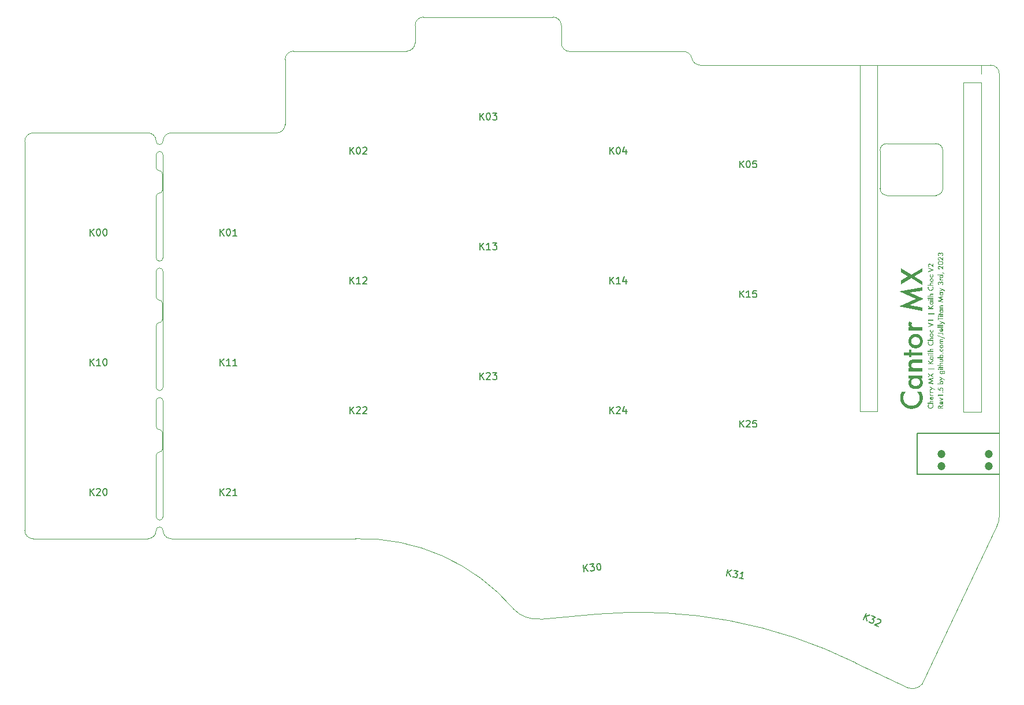
<source format=gto>
%TF.GenerationSoftware,KiCad,Pcbnew,(7.0.0-0)*%
%TF.CreationDate,2023-05-03T16:44:54-07:00*%
%TF.ProjectId,keyboard_pcb,6b657962-6f61-4726-945f-7063622e6b69,rev1.0*%
%TF.SameCoordinates,PX78114e0PY44b6550*%
%TF.FileFunction,Legend,Top*%
%TF.FilePolarity,Positive*%
%FSLAX46Y46*%
G04 Gerber Fmt 4.6, Leading zero omitted, Abs format (unit mm)*
G04 Created by KiCad (PCBNEW (7.0.0-0)) date 2023-05-03 16:44:54*
%MOMM*%
%LPD*%
G01*
G04 APERTURE LIST*
%ADD10C,0.187500*%
%ADD11C,0.600000*%
%ADD12C,0.125000*%
%ADD13C,0.150000*%
%ADD14C,0.120000*%
%ADD15C,1.200000*%
%TA.AperFunction,Profile*%
%ADD16C,0.100000*%
%TD*%
G04 APERTURE END LIST*
D10*
G36*
X66760000Y-27278197D02*
G01*
X66431737Y-27506442D01*
X66431737Y-27528241D01*
X66760000Y-27528241D01*
X66760000Y-27646210D01*
X65962791Y-27646210D01*
X65962791Y-27528241D01*
X66080027Y-27528241D01*
X66327690Y-27528241D01*
X66327690Y-27489956D01*
X66327565Y-27479418D01*
X66327190Y-27469216D01*
X66326566Y-27459347D01*
X66325692Y-27449813D01*
X66324568Y-27440614D01*
X66323195Y-27431749D01*
X66321571Y-27423219D01*
X66319698Y-27415023D01*
X66317576Y-27407162D01*
X66315203Y-27399635D01*
X66312581Y-27392443D01*
X66309709Y-27385585D01*
X66303216Y-27372873D01*
X66295724Y-27361499D01*
X66287234Y-27351464D01*
X66277744Y-27342766D01*
X66267255Y-27335407D01*
X66255768Y-27329385D01*
X66243281Y-27324702D01*
X66229796Y-27321357D01*
X66215312Y-27319350D01*
X66207695Y-27318848D01*
X66199829Y-27318681D01*
X66192458Y-27318843D01*
X66178419Y-27320146D01*
X66165316Y-27322750D01*
X66153148Y-27326657D01*
X66141917Y-27331866D01*
X66131621Y-27338378D01*
X66122262Y-27346192D01*
X66113838Y-27355308D01*
X66106351Y-27365727D01*
X66099799Y-27377447D01*
X66094184Y-27390470D01*
X66091727Y-27397470D01*
X66089504Y-27404796D01*
X66087515Y-27412447D01*
X66085760Y-27420424D01*
X66084239Y-27428726D01*
X66082952Y-27437354D01*
X66081899Y-27446307D01*
X66081080Y-27455586D01*
X66080495Y-27465191D01*
X66080144Y-27475121D01*
X66080027Y-27485376D01*
X66080027Y-27528241D01*
X65962791Y-27528241D01*
X65962791Y-27505710D01*
X65962849Y-27495949D01*
X65963023Y-27486359D01*
X65963314Y-27476939D01*
X65963721Y-27467691D01*
X65964244Y-27458613D01*
X65964884Y-27449705D01*
X65965640Y-27440968D01*
X65966512Y-27432402D01*
X65967500Y-27424007D01*
X65968605Y-27415782D01*
X65969826Y-27407728D01*
X65971163Y-27399845D01*
X65972616Y-27392132D01*
X65974186Y-27384590D01*
X65975872Y-27377218D01*
X65977674Y-27370017D01*
X65981628Y-27356128D01*
X65986046Y-27342921D01*
X65990930Y-27330396D01*
X65996279Y-27318555D01*
X66002093Y-27307396D01*
X66008372Y-27296919D01*
X66015116Y-27287125D01*
X66022325Y-27278014D01*
X66030734Y-27268653D01*
X66039475Y-27259896D01*
X66048549Y-27251743D01*
X66057954Y-27244194D01*
X66067691Y-27237249D01*
X66077761Y-27230908D01*
X66088162Y-27225170D01*
X66098895Y-27220037D01*
X66109961Y-27215508D01*
X66121358Y-27211582D01*
X66133087Y-27208260D01*
X66145149Y-27205543D01*
X66157542Y-27203429D01*
X66170268Y-27201919D01*
X66183325Y-27201013D01*
X66196714Y-27200711D01*
X66207222Y-27200899D01*
X66217543Y-27201464D01*
X66227676Y-27202405D01*
X66237621Y-27203722D01*
X66247379Y-27205416D01*
X66256950Y-27207486D01*
X66266333Y-27209933D01*
X66275529Y-27212756D01*
X66284537Y-27215955D01*
X66293357Y-27219530D01*
X66301990Y-27223482D01*
X66310436Y-27227811D01*
X66318694Y-27232516D01*
X66326765Y-27237597D01*
X66334648Y-27243054D01*
X66342344Y-27248888D01*
X66349775Y-27255031D01*
X66356864Y-27261413D01*
X66363611Y-27268036D01*
X66370016Y-27274900D01*
X66376079Y-27282004D01*
X66381800Y-27289349D01*
X66387179Y-27296933D01*
X66392216Y-27304759D01*
X66396910Y-27312824D01*
X66401263Y-27321131D01*
X66405274Y-27329677D01*
X66408942Y-27338464D01*
X66412269Y-27347492D01*
X66415254Y-27356760D01*
X66417896Y-27366268D01*
X66420197Y-27376017D01*
X66760000Y-27131102D01*
X66760000Y-27278197D01*
G37*
G36*
X66633759Y-26597378D02*
G01*
X66640682Y-26601704D01*
X66647412Y-26606076D01*
X66653948Y-26610493D01*
X66660292Y-26614955D01*
X66666442Y-26619461D01*
X66672399Y-26624014D01*
X66678163Y-26628611D01*
X66685547Y-26634810D01*
X66692588Y-26641090D01*
X66699263Y-26647424D01*
X66705640Y-26653878D01*
X66711720Y-26660453D01*
X66717501Y-26667148D01*
X66722985Y-26673962D01*
X66728172Y-26680898D01*
X66733060Y-26687953D01*
X66737651Y-26695129D01*
X66741902Y-26702436D01*
X66745860Y-26709886D01*
X66749527Y-26717480D01*
X66752901Y-26725216D01*
X66755984Y-26733096D01*
X66758774Y-26741119D01*
X66761273Y-26749285D01*
X66763480Y-26757594D01*
X66765412Y-26766017D01*
X66767086Y-26774618D01*
X66768503Y-26783397D01*
X66769662Y-26792353D01*
X66770564Y-26801486D01*
X66771208Y-26810797D01*
X66771594Y-26820285D01*
X66771723Y-26829951D01*
X66771443Y-26843815D01*
X66770601Y-26857334D01*
X66769199Y-26870508D01*
X66767235Y-26883337D01*
X66764711Y-26895821D01*
X66761625Y-26907960D01*
X66757979Y-26919755D01*
X66753771Y-26931205D01*
X66749003Y-26942309D01*
X66743673Y-26953069D01*
X66737783Y-26963484D01*
X66731331Y-26973554D01*
X66724319Y-26983279D01*
X66716746Y-26992659D01*
X66708611Y-27001695D01*
X66699916Y-27010385D01*
X66690688Y-27018615D01*
X66681094Y-27026313D01*
X66671133Y-27033481D01*
X66660806Y-27040118D01*
X66650113Y-27046224D01*
X66639053Y-27051799D01*
X66627628Y-27056842D01*
X66615835Y-27061355D01*
X66603676Y-27065338D01*
X66591151Y-27068789D01*
X66578260Y-27071709D01*
X66565002Y-27074098D01*
X66551378Y-27075956D01*
X66537387Y-27077284D01*
X66523031Y-27078080D01*
X66508307Y-27078346D01*
X66500944Y-27078281D01*
X66486483Y-27077768D01*
X66472375Y-27076740D01*
X66458620Y-27075199D01*
X66445219Y-27073144D01*
X66432172Y-27070575D01*
X66419478Y-27067492D01*
X66407138Y-27063896D01*
X66395151Y-27059786D01*
X66383517Y-27055162D01*
X66372237Y-27050024D01*
X66361311Y-27044373D01*
X66350738Y-27038207D01*
X66340518Y-27031528D01*
X66330652Y-27024336D01*
X66321139Y-27016629D01*
X66316516Y-27012583D01*
X66307754Y-27004103D01*
X66299557Y-26995287D01*
X66291925Y-26986134D01*
X66284859Y-26976645D01*
X66278359Y-26966820D01*
X66272423Y-26956658D01*
X66267053Y-26946160D01*
X66262248Y-26935326D01*
X66258008Y-26924156D01*
X66254334Y-26912649D01*
X66251225Y-26900806D01*
X66248681Y-26888626D01*
X66246702Y-26876110D01*
X66245289Y-26863258D01*
X66244441Y-26850070D01*
X66244159Y-26836545D01*
X66244218Y-26833614D01*
X66348206Y-26833614D01*
X66348444Y-26841486D01*
X66349159Y-26849165D01*
X66350351Y-26856650D01*
X66352019Y-26863942D01*
X66354163Y-26871041D01*
X66354984Y-26873365D01*
X66357663Y-26880187D01*
X66361309Y-26887853D01*
X66365517Y-26895204D01*
X66370285Y-26902239D01*
X66374035Y-26907070D01*
X66379658Y-26913449D01*
X66384883Y-26918610D01*
X66390482Y-26923487D01*
X66396454Y-26928081D01*
X66402800Y-26932391D01*
X66403893Y-26933082D01*
X66410587Y-26936955D01*
X66417615Y-26940467D01*
X66424978Y-26943618D01*
X66432676Y-26946409D01*
X66440709Y-26948839D01*
X66443461Y-26949569D01*
X66443461Y-26716744D01*
X66431926Y-26720034D01*
X66421135Y-26723860D01*
X66411089Y-26728220D01*
X66401787Y-26733116D01*
X66393229Y-26738547D01*
X66385415Y-26744513D01*
X66378345Y-26751015D01*
X66372020Y-26758052D01*
X66366438Y-26765624D01*
X66361601Y-26773731D01*
X66357508Y-26782373D01*
X66354159Y-26791551D01*
X66351555Y-26801264D01*
X66349694Y-26811512D01*
X66348578Y-26822296D01*
X66348206Y-26833614D01*
X66244218Y-26833614D01*
X66244436Y-26822895D01*
X66245266Y-26809606D01*
X66246651Y-26796677D01*
X66248589Y-26784109D01*
X66251082Y-26771902D01*
X66254128Y-26760055D01*
X66257728Y-26748569D01*
X66261881Y-26737444D01*
X66266589Y-26726679D01*
X66271851Y-26716275D01*
X66277666Y-26706231D01*
X66284035Y-26696548D01*
X66290958Y-26687226D01*
X66298435Y-26678264D01*
X66306466Y-26669663D01*
X66315050Y-26661423D01*
X66324033Y-26653704D01*
X66333443Y-26646482D01*
X66343279Y-26639759D01*
X66353541Y-26633534D01*
X66364230Y-26627806D01*
X66375346Y-26622577D01*
X66386888Y-26617846D01*
X66398856Y-26613613D01*
X66411251Y-26609877D01*
X66424072Y-26606640D01*
X66437320Y-26603901D01*
X66450994Y-26601660D01*
X66465095Y-26599917D01*
X66479622Y-26598672D01*
X66487046Y-26598236D01*
X66494576Y-26597925D01*
X66502213Y-26597738D01*
X66509956Y-26597676D01*
X66537250Y-26597676D01*
X66537250Y-26957262D01*
X66544664Y-26956547D01*
X66555422Y-26955023D01*
X66565746Y-26952957D01*
X66575635Y-26950351D01*
X66585090Y-26947204D01*
X66594110Y-26943516D01*
X66602695Y-26939287D01*
X66610845Y-26934518D01*
X66618561Y-26929207D01*
X66625842Y-26923355D01*
X66632688Y-26916962D01*
X66638941Y-26910123D01*
X66644578Y-26902934D01*
X66649601Y-26895393D01*
X66654009Y-26887501D01*
X66657801Y-26879259D01*
X66660979Y-26870665D01*
X66663541Y-26861720D01*
X66665489Y-26852425D01*
X66666822Y-26842778D01*
X66667539Y-26832781D01*
X66667676Y-26825921D01*
X66667500Y-26817914D01*
X66666974Y-26810175D01*
X66666096Y-26802703D01*
X66664380Y-26793156D01*
X66662041Y-26784084D01*
X66659077Y-26775487D01*
X66655489Y-26767366D01*
X66651277Y-26759719D01*
X66647709Y-26754296D01*
X66642145Y-26747215D01*
X66635527Y-26739894D01*
X66629873Y-26734245D01*
X66623626Y-26728461D01*
X66616787Y-26722541D01*
X66609355Y-26716486D01*
X66601331Y-26710297D01*
X66592714Y-26703971D01*
X66586641Y-26699680D01*
X66580304Y-26695328D01*
X66573703Y-26690915D01*
X66626643Y-26593096D01*
X66633759Y-26597378D01*
G37*
G36*
X66255882Y-26427683D02*
G01*
X66537800Y-26298539D01*
X66255882Y-26169762D01*
X66255882Y-26040069D01*
X66792240Y-26299455D01*
X66255882Y-26556826D01*
X66255882Y-26427683D01*
G37*
G36*
X66080027Y-25753572D02*
G01*
X66080027Y-25890409D01*
X65962791Y-25824830D01*
X65962791Y-25635603D01*
X66765861Y-25635603D01*
X66765861Y-25753572D01*
X66080027Y-25753572D01*
G37*
G36*
X66700832Y-25355701D02*
G01*
X66692147Y-25355195D01*
X66683837Y-25353679D01*
X66675904Y-25351153D01*
X66668345Y-25347615D01*
X66661163Y-25343067D01*
X66654356Y-25337508D01*
X66651739Y-25335001D01*
X66645776Y-25328283D01*
X66640823Y-25321180D01*
X66636881Y-25313693D01*
X66633950Y-25305821D01*
X66632030Y-25297564D01*
X66631120Y-25288923D01*
X66631039Y-25285359D01*
X66631545Y-25276516D01*
X66633061Y-25268075D01*
X66635588Y-25260036D01*
X66639125Y-25252400D01*
X66643673Y-25245167D01*
X66649232Y-25238336D01*
X66651739Y-25235717D01*
X66658409Y-25229753D01*
X66665481Y-25224801D01*
X66672956Y-25220859D01*
X66680833Y-25217928D01*
X66689113Y-25216007D01*
X66697796Y-25215098D01*
X66701381Y-25215017D01*
X66710330Y-25215522D01*
X66718859Y-25217038D01*
X66726967Y-25219565D01*
X66734655Y-25223103D01*
X66741922Y-25227651D01*
X66748769Y-25233210D01*
X66751390Y-25235717D01*
X66757248Y-25242241D01*
X66762113Y-25249223D01*
X66765985Y-25256660D01*
X66768864Y-25264553D01*
X66770750Y-25272903D01*
X66771644Y-25281709D01*
X66771723Y-25285359D01*
X66771231Y-25294457D01*
X66769755Y-25303090D01*
X66767296Y-25311258D01*
X66763852Y-25318961D01*
X66759425Y-25326199D01*
X66754013Y-25332972D01*
X66751573Y-25335551D01*
X66744973Y-25341356D01*
X66737881Y-25346177D01*
X66730297Y-25350014D01*
X66722221Y-25352867D01*
X66713653Y-25354737D01*
X66704593Y-25355622D01*
X66700832Y-25355701D01*
G37*
G36*
X66080027Y-24574246D02*
G01*
X66080027Y-24819527D01*
X66211003Y-24858545D01*
X66210271Y-24850991D01*
X66209643Y-24843209D01*
X66209537Y-24841692D01*
X66209125Y-24833998D01*
X66208988Y-24827037D01*
X66209292Y-24812706D01*
X66210204Y-24798701D01*
X66211725Y-24785023D01*
X66213853Y-24771670D01*
X66216590Y-24758644D01*
X66219936Y-24745945D01*
X66223889Y-24733571D01*
X66228451Y-24721524D01*
X66233621Y-24709803D01*
X66239399Y-24698409D01*
X66245785Y-24687341D01*
X66252780Y-24676599D01*
X66260382Y-24666183D01*
X66268593Y-24656094D01*
X66277413Y-24646331D01*
X66286840Y-24636894D01*
X66296673Y-24627844D01*
X66306847Y-24619377D01*
X66317361Y-24611495D01*
X66328216Y-24604196D01*
X66339412Y-24597481D01*
X66350948Y-24591350D01*
X66362825Y-24585803D01*
X66375042Y-24580840D01*
X66387600Y-24576461D01*
X66400499Y-24572666D01*
X66413738Y-24569454D01*
X66427318Y-24566827D01*
X66441238Y-24564783D01*
X66455499Y-24563324D01*
X66470101Y-24562448D01*
X66477529Y-24562229D01*
X66485043Y-24562156D01*
X66492797Y-24562238D01*
X66500465Y-24562485D01*
X66508048Y-24562896D01*
X66515546Y-24563472D01*
X66522958Y-24564213D01*
X66530284Y-24565118D01*
X66544680Y-24567422D01*
X66558735Y-24570385D01*
X66572447Y-24574005D01*
X66585817Y-24578284D01*
X66598845Y-24583222D01*
X66611531Y-24588817D01*
X66623875Y-24595071D01*
X66635877Y-24601984D01*
X66647537Y-24609554D01*
X66658855Y-24617783D01*
X66669831Y-24626670D01*
X66680465Y-24636216D01*
X66690757Y-24646420D01*
X66700561Y-24657124D01*
X66709733Y-24668170D01*
X66718273Y-24679558D01*
X66726179Y-24691288D01*
X66733454Y-24703360D01*
X66740096Y-24715774D01*
X66746105Y-24728530D01*
X66751482Y-24741629D01*
X66756226Y-24755069D01*
X66760337Y-24768851D01*
X66763816Y-24782975D01*
X66765319Y-24790166D01*
X66766663Y-24797442D01*
X66767849Y-24804803D01*
X66768877Y-24812250D01*
X66769746Y-24819783D01*
X66770458Y-24827401D01*
X66771012Y-24835104D01*
X66771407Y-24842893D01*
X66771644Y-24850768D01*
X66771723Y-24858728D01*
X66771583Y-24868531D01*
X66771162Y-24878204D01*
X66770461Y-24887747D01*
X66769479Y-24897159D01*
X66768217Y-24906440D01*
X66766674Y-24915591D01*
X66764851Y-24924611D01*
X66762747Y-24933500D01*
X66760363Y-24942259D01*
X66757698Y-24950888D01*
X66754753Y-24959385D01*
X66751527Y-24967753D01*
X66748021Y-24975989D01*
X66744234Y-24984095D01*
X66740167Y-24992071D01*
X66735819Y-24999915D01*
X66731191Y-25007630D01*
X66726283Y-25015213D01*
X66721093Y-25022666D01*
X66715624Y-25029989D01*
X66709873Y-25037181D01*
X66703843Y-25044242D01*
X66697532Y-25051173D01*
X66690940Y-25057973D01*
X66684068Y-25064642D01*
X66676915Y-25071181D01*
X66669482Y-25077589D01*
X66661768Y-25083867D01*
X66653774Y-25090014D01*
X66645499Y-25096031D01*
X66636944Y-25101917D01*
X66628108Y-25107672D01*
X66550622Y-25017363D01*
X66558534Y-25012690D01*
X66566150Y-25008013D01*
X66573469Y-25003331D01*
X66580492Y-24998644D01*
X66587219Y-24993954D01*
X66593650Y-24989259D01*
X66599785Y-24984560D01*
X66605623Y-24979857D01*
X66613825Y-24972794D01*
X66621360Y-24965721D01*
X66628229Y-24958639D01*
X66634431Y-24951547D01*
X66639967Y-24944445D01*
X66641664Y-24942076D01*
X66646312Y-24934816D01*
X66650504Y-24927257D01*
X66654238Y-24919399D01*
X66657515Y-24911241D01*
X66660334Y-24902784D01*
X66662697Y-24894027D01*
X66664602Y-24884971D01*
X66666050Y-24875615D01*
X66667041Y-24865960D01*
X66667574Y-24856005D01*
X66667676Y-24849202D01*
X66667476Y-24840317D01*
X66666877Y-24831614D01*
X66665879Y-24823092D01*
X66664481Y-24814753D01*
X66662685Y-24806594D01*
X66660489Y-24798618D01*
X66657893Y-24790824D01*
X66654899Y-24783211D01*
X66651505Y-24775780D01*
X66647712Y-24768531D01*
X66643519Y-24761463D01*
X66638928Y-24754577D01*
X66633937Y-24747873D01*
X66628546Y-24741351D01*
X66622757Y-24735010D01*
X66616568Y-24728852D01*
X66609931Y-24722951D01*
X66603118Y-24717431D01*
X66596129Y-24712292D01*
X66588965Y-24707534D01*
X66581624Y-24703156D01*
X66574107Y-24699159D01*
X66566414Y-24695542D01*
X66558545Y-24692307D01*
X66550500Y-24689452D01*
X66542279Y-24686977D01*
X66533882Y-24684884D01*
X66525309Y-24683171D01*
X66516560Y-24681838D01*
X66507635Y-24680886D01*
X66498533Y-24680315D01*
X66489256Y-24680125D01*
X66479749Y-24680313D01*
X66470463Y-24680878D01*
X66461397Y-24681819D01*
X66452551Y-24683136D01*
X66443926Y-24684830D01*
X66435521Y-24686900D01*
X66427336Y-24689346D01*
X66419372Y-24692169D01*
X66411629Y-24695369D01*
X66404105Y-24698944D01*
X66396802Y-24702896D01*
X66389720Y-24707225D01*
X66382858Y-24711929D01*
X66376216Y-24717011D01*
X66369794Y-24722468D01*
X66363593Y-24728302D01*
X66357471Y-24734418D01*
X66351744Y-24740721D01*
X66346411Y-24747212D01*
X66341474Y-24753890D01*
X66336932Y-24760756D01*
X66332784Y-24767809D01*
X66329032Y-24775050D01*
X66325675Y-24782478D01*
X66322712Y-24790094D01*
X66320145Y-24797897D01*
X66317972Y-24805888D01*
X66316195Y-24814066D01*
X66314813Y-24822431D01*
X66313825Y-24830984D01*
X66313233Y-24839725D01*
X66313035Y-24848653D01*
X66313313Y-24858641D01*
X66314148Y-24868456D01*
X66315540Y-24878098D01*
X66317489Y-24887567D01*
X66319994Y-24896863D01*
X66323056Y-24905986D01*
X66326674Y-24914935D01*
X66330850Y-24923712D01*
X66335582Y-24932315D01*
X66340870Y-24940745D01*
X66346716Y-24949001D01*
X66353118Y-24957085D01*
X66360076Y-24964996D01*
X66367592Y-24972733D01*
X66375664Y-24980297D01*
X66384293Y-24987688D01*
X66384293Y-25027072D01*
X65962791Y-24902508D01*
X65962791Y-24574246D01*
X66080027Y-24574246D01*
G37*
G36*
X66520539Y-23579095D02*
G01*
X66534474Y-23579876D01*
X66548096Y-23581178D01*
X66561407Y-23583002D01*
X66574406Y-23585346D01*
X66587093Y-23588211D01*
X66599468Y-23591597D01*
X66611530Y-23595504D01*
X66623281Y-23599932D01*
X66634720Y-23604880D01*
X66645847Y-23610350D01*
X66656662Y-23616341D01*
X66667165Y-23622852D01*
X66677356Y-23629885D01*
X66687235Y-23637438D01*
X66696802Y-23645512D01*
X66705874Y-23653937D01*
X66714361Y-23662634D01*
X66722263Y-23671603D01*
X66729580Y-23680844D01*
X66736311Y-23690356D01*
X66742457Y-23700141D01*
X66748018Y-23710197D01*
X66752993Y-23720525D01*
X66757383Y-23731126D01*
X66761187Y-23741998D01*
X66764407Y-23753142D01*
X66767041Y-23764558D01*
X66769089Y-23776246D01*
X66770553Y-23788206D01*
X66771430Y-23800437D01*
X66771723Y-23812941D01*
X66771465Y-23823563D01*
X66770690Y-23834041D01*
X66769398Y-23844377D01*
X66767590Y-23854569D01*
X66765265Y-23864618D01*
X66762424Y-23874524D01*
X66759066Y-23884287D01*
X66755191Y-23893907D01*
X66750800Y-23903384D01*
X66745892Y-23912718D01*
X66740467Y-23921908D01*
X66734526Y-23930956D01*
X66728068Y-23939860D01*
X66721093Y-23948622D01*
X66713602Y-23957240D01*
X66705594Y-23965715D01*
X66760000Y-23965715D01*
X66760000Y-24083684D01*
X65892449Y-24083684D01*
X65892449Y-23965715D01*
X66315966Y-23965715D01*
X66307271Y-23957103D01*
X66299136Y-23948350D01*
X66291563Y-23939455D01*
X66284550Y-23930418D01*
X66278099Y-23921239D01*
X66272208Y-23911919D01*
X66266879Y-23902458D01*
X66262110Y-23892854D01*
X66257903Y-23883109D01*
X66254257Y-23873222D01*
X66251171Y-23863194D01*
X66248647Y-23853023D01*
X66246683Y-23842712D01*
X66245281Y-23832258D01*
X66245260Y-23831992D01*
X66348206Y-23831992D01*
X66348380Y-23839688D01*
X66348902Y-23847205D01*
X66349771Y-23854543D01*
X66351727Y-23865214D01*
X66354466Y-23875483D01*
X66357987Y-23885350D01*
X66362290Y-23894814D01*
X66367376Y-23903876D01*
X66373245Y-23912535D01*
X66379896Y-23920791D01*
X66387329Y-23928645D01*
X66392719Y-23933658D01*
X66401196Y-23940565D01*
X66410140Y-23946793D01*
X66419550Y-23952342D01*
X66426083Y-23955664D01*
X66432824Y-23958683D01*
X66439772Y-23961401D01*
X66446927Y-23963817D01*
X66454290Y-23965930D01*
X66461861Y-23967742D01*
X66469639Y-23969252D01*
X66477624Y-23970460D01*
X66485818Y-23971366D01*
X66494218Y-23971970D01*
X66502826Y-23972272D01*
X66507208Y-23972309D01*
X66516184Y-23972161D01*
X66524931Y-23971714D01*
X66533449Y-23970970D01*
X66541738Y-23969928D01*
X66549798Y-23968588D01*
X66557629Y-23966951D01*
X66565231Y-23965016D01*
X66572604Y-23962784D01*
X66579748Y-23960254D01*
X66586663Y-23957426D01*
X66593350Y-23954300D01*
X66602949Y-23949054D01*
X66612034Y-23943138D01*
X66620604Y-23936552D01*
X66623346Y-23934207D01*
X66631268Y-23926818D01*
X66638411Y-23919007D01*
X66644775Y-23910774D01*
X66650359Y-23902119D01*
X66655165Y-23893042D01*
X66659191Y-23883544D01*
X66662437Y-23873624D01*
X66664905Y-23863282D01*
X66666593Y-23852518D01*
X66667286Y-23845107D01*
X66667632Y-23837510D01*
X66667676Y-23833640D01*
X66667286Y-23822792D01*
X66666117Y-23812298D01*
X66664169Y-23802159D01*
X66661442Y-23792373D01*
X66657935Y-23782942D01*
X66653649Y-23773864D01*
X66648584Y-23765141D01*
X66642740Y-23756773D01*
X66636116Y-23748758D01*
X66628714Y-23741098D01*
X66623346Y-23736188D01*
X66617625Y-23731418D01*
X66611731Y-23726957D01*
X66605661Y-23722803D01*
X66599417Y-23718957D01*
X66592999Y-23715419D01*
X66586406Y-23712188D01*
X66579638Y-23709265D01*
X66572696Y-23706649D01*
X66565579Y-23704342D01*
X66558287Y-23702342D01*
X66550821Y-23700650D01*
X66543181Y-23699265D01*
X66535365Y-23698188D01*
X66527375Y-23697419D01*
X66519211Y-23696957D01*
X66510872Y-23696803D01*
X66502023Y-23696953D01*
X66493384Y-23697402D01*
X66484953Y-23698149D01*
X66476731Y-23699196D01*
X66468718Y-23700542D01*
X66460915Y-23702187D01*
X66453320Y-23704131D01*
X66445934Y-23706375D01*
X66438757Y-23708917D01*
X66431789Y-23711759D01*
X66425029Y-23714899D01*
X66418479Y-23718339D01*
X66412138Y-23722078D01*
X66406006Y-23726115D01*
X66400082Y-23730452D01*
X66394368Y-23735088D01*
X66388778Y-23740018D01*
X66381069Y-23747694D01*
X66374172Y-23755708D01*
X66368086Y-23764060D01*
X66362812Y-23772750D01*
X66358349Y-23781779D01*
X66354698Y-23791145D01*
X66351858Y-23800850D01*
X66349829Y-23810892D01*
X66348612Y-23821273D01*
X66348206Y-23831992D01*
X66245260Y-23831992D01*
X66244439Y-23821663D01*
X66244159Y-23810926D01*
X66244453Y-23798600D01*
X66245338Y-23786534D01*
X66246812Y-23774729D01*
X66248876Y-23763184D01*
X66251529Y-23751900D01*
X66254772Y-23740876D01*
X66258604Y-23730113D01*
X66263026Y-23719610D01*
X66268038Y-23709367D01*
X66273639Y-23699385D01*
X66279830Y-23689664D01*
X66286611Y-23680203D01*
X66293981Y-23671002D01*
X66301941Y-23662062D01*
X66310491Y-23653382D01*
X66319630Y-23644963D01*
X66329139Y-23636955D01*
X66338935Y-23629464D01*
X66349020Y-23622489D01*
X66359392Y-23616032D01*
X66370051Y-23610090D01*
X66380999Y-23604666D01*
X66392233Y-23599758D01*
X66403756Y-23595366D01*
X66415566Y-23591492D01*
X66427664Y-23588133D01*
X66440050Y-23585292D01*
X66452723Y-23582967D01*
X66465684Y-23581159D01*
X66478932Y-23579867D01*
X66492468Y-23579092D01*
X66506292Y-23578834D01*
X66520539Y-23579095D01*
G37*
G36*
X66663829Y-23313403D02*
G01*
X66255882Y-23537984D01*
X66255882Y-23404262D01*
X66544028Y-23251488D01*
X66255882Y-23108972D01*
X66255882Y-22978729D01*
X67029644Y-23376601D01*
X67029644Y-23508309D01*
X66663829Y-23313403D01*
G37*
G36*
X66754052Y-22098760D02*
G01*
X66762495Y-22098871D01*
X66770676Y-22099057D01*
X66778592Y-22099318D01*
X66786246Y-22099653D01*
X66793636Y-22100062D01*
X66802504Y-22100678D01*
X66807627Y-22101104D01*
X66815881Y-22101840D01*
X66823813Y-22102674D01*
X66831423Y-22103607D01*
X66838711Y-22104639D01*
X66847031Y-22106006D01*
X66854888Y-22107515D01*
X66865358Y-22109990D01*
X66875541Y-22112880D01*
X66885438Y-22116185D01*
X66895048Y-22119906D01*
X66904371Y-22124042D01*
X66913408Y-22128593D01*
X66922158Y-22133560D01*
X66930622Y-22138942D01*
X66938799Y-22144740D01*
X66946690Y-22150953D01*
X66951791Y-22155326D01*
X66961219Y-22163949D01*
X66970038Y-22172966D01*
X66978249Y-22182376D01*
X66985852Y-22192180D01*
X66992846Y-22202377D01*
X66999233Y-22212968D01*
X67005011Y-22223952D01*
X67010181Y-22235331D01*
X67014742Y-22247102D01*
X67018696Y-22259267D01*
X67022041Y-22271826D01*
X67024778Y-22284778D01*
X67026907Y-22298124D01*
X67028427Y-22311863D01*
X67029339Y-22325996D01*
X67029644Y-22340523D01*
X67029433Y-22352819D01*
X67028799Y-22364840D01*
X67027744Y-22376587D01*
X67026266Y-22388059D01*
X67024366Y-22399256D01*
X67022044Y-22410178D01*
X67019300Y-22420825D01*
X67016134Y-22431198D01*
X67012545Y-22441296D01*
X67008535Y-22451119D01*
X67004102Y-22460667D01*
X66999247Y-22469941D01*
X66993970Y-22478940D01*
X66988270Y-22487664D01*
X66982149Y-22496113D01*
X66975605Y-22504288D01*
X66968499Y-22512358D01*
X66961059Y-22519990D01*
X66953284Y-22527184D01*
X66945174Y-22533940D01*
X66936729Y-22540259D01*
X66927949Y-22546139D01*
X66918834Y-22551582D01*
X66909385Y-22556586D01*
X66899600Y-22561153D01*
X66889481Y-22565282D01*
X66879026Y-22568972D01*
X66868237Y-22572225D01*
X66857113Y-22575040D01*
X66845654Y-22577417D01*
X66833861Y-22579357D01*
X66821732Y-22580858D01*
X66821732Y-22465087D01*
X66830756Y-22463304D01*
X66839237Y-22461251D01*
X66847174Y-22458930D01*
X66854567Y-22456340D01*
X66861417Y-22453480D01*
X66869213Y-22449528D01*
X66876161Y-22445155D01*
X66878702Y-22443288D01*
X66887082Y-22436338D01*
X66894638Y-22428815D01*
X66901370Y-22420719D01*
X66907278Y-22412050D01*
X66912361Y-22402807D01*
X66916620Y-22392992D01*
X66920055Y-22382603D01*
X66921887Y-22375359D01*
X66923352Y-22367860D01*
X66924451Y-22360106D01*
X66925184Y-22352097D01*
X66925550Y-22343834D01*
X66925596Y-22339607D01*
X66925444Y-22331876D01*
X66924986Y-22324390D01*
X66923158Y-22310155D01*
X66920109Y-22296901D01*
X66915842Y-22284629D01*
X66910355Y-22273339D01*
X66903649Y-22263031D01*
X66895723Y-22253705D01*
X66886578Y-22245360D01*
X66876214Y-22237997D01*
X66864631Y-22231615D01*
X66851828Y-22226216D01*
X66837806Y-22221798D01*
X66830338Y-22219957D01*
X66822565Y-22218362D01*
X66814487Y-22217012D01*
X66806104Y-22215908D01*
X66797417Y-22215048D01*
X66788424Y-22214435D01*
X66779127Y-22214067D01*
X66769525Y-22213944D01*
X66699366Y-22213944D01*
X66707951Y-22222566D01*
X66715981Y-22231352D01*
X66723458Y-22240301D01*
X66730381Y-22249413D01*
X66736750Y-22258688D01*
X66742566Y-22268126D01*
X66747827Y-22277727D01*
X66752535Y-22287492D01*
X66756689Y-22297419D01*
X66760289Y-22307510D01*
X66763335Y-22317764D01*
X66765827Y-22328181D01*
X66767765Y-22338761D01*
X66769150Y-22349505D01*
X66769981Y-22360411D01*
X66770258Y-22371481D01*
X66769970Y-22384022D01*
X66769107Y-22396276D01*
X66767669Y-22408242D01*
X66765655Y-22419921D01*
X66763066Y-22431312D01*
X66759902Y-22442415D01*
X66756163Y-22453231D01*
X66751848Y-22463759D01*
X66746958Y-22473999D01*
X66741492Y-22483952D01*
X66735452Y-22493617D01*
X66728836Y-22502994D01*
X66721644Y-22512084D01*
X66713878Y-22520886D01*
X66705536Y-22529400D01*
X66696618Y-22537627D01*
X66687131Y-22545524D01*
X66677353Y-22552911D01*
X66667284Y-22559789D01*
X66656925Y-22566157D01*
X66646276Y-22572016D01*
X66635335Y-22577366D01*
X66624105Y-22582206D01*
X66612584Y-22586536D01*
X66600772Y-22590358D01*
X66588670Y-22593669D01*
X66576277Y-22596471D01*
X66563594Y-22598764D01*
X66550620Y-22600547D01*
X66537356Y-22601821D01*
X66523801Y-22602585D01*
X66509956Y-22602840D01*
X66496482Y-22602603D01*
X66483263Y-22601892D01*
X66470298Y-22600708D01*
X66457589Y-22599050D01*
X66445134Y-22596918D01*
X66432934Y-22594313D01*
X66420988Y-22591234D01*
X66409297Y-22587681D01*
X66397861Y-22583655D01*
X66386680Y-22579155D01*
X66375754Y-22574181D01*
X66365082Y-22568733D01*
X66354665Y-22562812D01*
X66344502Y-22556417D01*
X66334595Y-22549549D01*
X66324942Y-22542206D01*
X66315160Y-22533891D01*
X66306008Y-22525248D01*
X66297488Y-22516277D01*
X66289599Y-22506978D01*
X66282341Y-22497352D01*
X66275715Y-22487398D01*
X66269719Y-22477116D01*
X66264354Y-22466506D01*
X66259621Y-22455569D01*
X66255519Y-22444304D01*
X66252048Y-22432711D01*
X66249208Y-22420791D01*
X66246999Y-22408543D01*
X66245421Y-22395967D01*
X66244474Y-22383063D01*
X66244159Y-22369832D01*
X66244434Y-22358232D01*
X66245177Y-22348033D01*
X66348206Y-22348033D01*
X66348394Y-22356055D01*
X66348959Y-22363864D01*
X66349900Y-22371460D01*
X66351217Y-22378842D01*
X66352911Y-22386011D01*
X66356157Y-22396365D01*
X66360250Y-22406239D01*
X66365190Y-22415634D01*
X66370977Y-22424548D01*
X66377611Y-22432983D01*
X66385091Y-22440938D01*
X66390549Y-22445975D01*
X66396383Y-22450799D01*
X66404713Y-22456888D01*
X66413490Y-22462378D01*
X66422714Y-22467269D01*
X66432387Y-22471561D01*
X66442507Y-22475254D01*
X66453074Y-22478349D01*
X66460368Y-22480079D01*
X66467860Y-22481543D01*
X66475552Y-22482741D01*
X66483442Y-22483673D01*
X66491532Y-22484338D01*
X66499820Y-22484737D01*
X66508307Y-22484870D01*
X66516661Y-22484737D01*
X66524825Y-22484338D01*
X66532799Y-22483673D01*
X66540582Y-22482741D01*
X66548174Y-22481543D01*
X66555577Y-22480079D01*
X66562789Y-22478349D01*
X66573250Y-22475254D01*
X66583283Y-22471561D01*
X66592888Y-22467269D01*
X66602064Y-22462378D01*
X66610812Y-22456888D01*
X66619132Y-22450799D01*
X66624833Y-22446039D01*
X66632695Y-22438485D01*
X66639729Y-22430431D01*
X66645936Y-22421878D01*
X66651315Y-22412826D01*
X66655866Y-22403275D01*
X66659590Y-22393225D01*
X66662486Y-22382676D01*
X66663957Y-22375366D01*
X66665061Y-22367834D01*
X66665796Y-22360080D01*
X66666164Y-22352104D01*
X66666210Y-22348033D01*
X66666024Y-22339965D01*
X66665466Y-22332108D01*
X66664536Y-22324463D01*
X66663234Y-22317030D01*
X66661559Y-22309808D01*
X66658350Y-22299373D01*
X66654303Y-22289415D01*
X66649420Y-22279933D01*
X66643699Y-22270928D01*
X66637141Y-22262399D01*
X66629746Y-22254347D01*
X66624350Y-22249244D01*
X66618583Y-22244352D01*
X66610263Y-22238100D01*
X66601515Y-22232462D01*
X66592338Y-22227439D01*
X66582734Y-22223032D01*
X66572701Y-22219239D01*
X66562239Y-22216061D01*
X66555027Y-22214285D01*
X66547625Y-22212781D01*
X66540032Y-22211551D01*
X66532249Y-22210595D01*
X66524276Y-22209911D01*
X66516112Y-22209501D01*
X66507758Y-22209364D01*
X66498828Y-22209515D01*
X66490126Y-22209966D01*
X66481654Y-22210717D01*
X66473411Y-22211769D01*
X66465397Y-22213121D01*
X66457612Y-22214774D01*
X66450055Y-22216728D01*
X66442728Y-22218982D01*
X66435630Y-22221536D01*
X66428760Y-22224391D01*
X66422120Y-22227547D01*
X66412589Y-22232844D01*
X66403573Y-22238817D01*
X66395072Y-22245466D01*
X66392353Y-22247833D01*
X66384463Y-22255374D01*
X66377350Y-22263299D01*
X66371012Y-22271608D01*
X66365451Y-22280299D01*
X66360665Y-22289373D01*
X66356656Y-22298831D01*
X66353423Y-22308672D01*
X66350965Y-22318896D01*
X66349284Y-22329503D01*
X66348379Y-22340494D01*
X66348206Y-22348033D01*
X66245177Y-22348033D01*
X66245261Y-22346880D01*
X66246638Y-22335775D01*
X66248566Y-22324918D01*
X66251046Y-22314309D01*
X66254076Y-22303947D01*
X66257658Y-22293832D01*
X66261790Y-22283965D01*
X66266473Y-22274346D01*
X66271707Y-22264975D01*
X66277493Y-22255851D01*
X66283829Y-22246974D01*
X66290716Y-22238345D01*
X66298154Y-22229964D01*
X66306144Y-22221830D01*
X66314684Y-22213944D01*
X66258080Y-22213944D01*
X66258080Y-22098722D01*
X66745345Y-22098722D01*
X66754052Y-22098760D01*
G37*
G36*
X66255882Y-21833475D02*
G01*
X66760000Y-21833475D01*
X66760000Y-21951444D01*
X66255882Y-21951444D01*
X66255882Y-21833475D01*
G37*
G36*
X66049986Y-21963168D02*
G01*
X66042424Y-21962818D01*
X66035125Y-21961771D01*
X66026372Y-21959479D01*
X66018030Y-21956097D01*
X66010100Y-21951623D01*
X66004052Y-21947258D01*
X65998268Y-21942194D01*
X65996863Y-21940819D01*
X65991625Y-21935052D01*
X65987085Y-21929016D01*
X65983244Y-21922710D01*
X65979425Y-21914450D01*
X65976697Y-21905769D01*
X65975300Y-21898522D01*
X65974602Y-21891006D01*
X65974515Y-21887147D01*
X65974864Y-21879370D01*
X65975911Y-21871886D01*
X65977657Y-21864693D01*
X65980822Y-21856113D01*
X65984139Y-21849577D01*
X65988155Y-21843333D01*
X65992869Y-21837381D01*
X65996863Y-21833108D01*
X66002470Y-21827870D01*
X66008392Y-21823331D01*
X66016237Y-21818639D01*
X66024574Y-21815038D01*
X66031598Y-21812943D01*
X66038937Y-21811546D01*
X66046590Y-21810847D01*
X66050535Y-21810760D01*
X66058352Y-21811109D01*
X66065865Y-21812157D01*
X66073075Y-21813903D01*
X66081661Y-21817067D01*
X66089773Y-21821323D01*
X66095921Y-21825513D01*
X66101765Y-21830402D01*
X66104574Y-21833108D01*
X66109812Y-21838713D01*
X66114351Y-21844626D01*
X66119043Y-21852452D01*
X66122644Y-21860762D01*
X66125154Y-21869554D01*
X66126376Y-21876936D01*
X66126900Y-21884627D01*
X66126922Y-21886598D01*
X66126576Y-21894377D01*
X66125537Y-21901870D01*
X66123805Y-21909077D01*
X66121381Y-21915998D01*
X66118264Y-21922633D01*
X66114454Y-21928981D01*
X66109952Y-21935043D01*
X66104757Y-21940819D01*
X66099013Y-21946057D01*
X66092953Y-21950597D01*
X66086579Y-21954438D01*
X66079890Y-21957581D01*
X66072886Y-21960025D01*
X66065567Y-21961771D01*
X66057934Y-21962818D01*
X66049986Y-21963168D01*
G37*
G36*
X66361395Y-21572623D02*
G01*
X66760000Y-21572623D01*
X66760000Y-21690593D01*
X66361395Y-21690593D01*
X66361395Y-21737487D01*
X66257348Y-21737487D01*
X66257348Y-21690593D01*
X66068304Y-21690593D01*
X66068304Y-21572623D01*
X66257348Y-21572623D01*
X66257348Y-21479567D01*
X66361395Y-21479567D01*
X66361395Y-21572623D01*
G37*
G36*
X65892449Y-21382847D02*
G01*
X65892449Y-21264877D01*
X66299480Y-21264877D01*
X66292781Y-21257089D01*
X66286514Y-21249201D01*
X66280679Y-21241215D01*
X66275277Y-21233130D01*
X66270306Y-21224946D01*
X66265768Y-21216663D01*
X66261663Y-21208282D01*
X66257989Y-21199802D01*
X66254747Y-21191223D01*
X66251938Y-21182546D01*
X66249561Y-21173769D01*
X66247616Y-21164894D01*
X66246103Y-21155921D01*
X66245023Y-21146848D01*
X66244375Y-21137677D01*
X66244159Y-21128407D01*
X66244374Y-21117893D01*
X66245020Y-21107647D01*
X66246097Y-21097669D01*
X66247605Y-21087958D01*
X66249543Y-21078515D01*
X66251912Y-21069339D01*
X66254712Y-21060431D01*
X66257943Y-21051791D01*
X66261605Y-21043418D01*
X66265697Y-21035313D01*
X66270220Y-21027475D01*
X66275174Y-21019906D01*
X66280558Y-21012603D01*
X66286374Y-21005569D01*
X66292620Y-20998802D01*
X66299296Y-20992302D01*
X66305519Y-20987067D01*
X66312188Y-20982170D01*
X66319303Y-20977611D01*
X66326865Y-20973389D01*
X66334874Y-20969505D01*
X66343329Y-20965958D01*
X66352230Y-20962750D01*
X66361578Y-20959879D01*
X66371373Y-20957346D01*
X66381614Y-20955151D01*
X66392301Y-20953293D01*
X66403435Y-20951773D01*
X66415016Y-20950591D01*
X66427043Y-20949747D01*
X66439517Y-20949240D01*
X66452437Y-20949071D01*
X66760000Y-20949071D01*
X66760000Y-21067041D01*
X66462878Y-21067041D01*
X66455452Y-21067124D01*
X66444801Y-21067559D01*
X66434737Y-21068369D01*
X66425258Y-21069552D01*
X66416366Y-21071108D01*
X66408059Y-21073038D01*
X66400339Y-21075341D01*
X66393204Y-21078018D01*
X66384603Y-21082168D01*
X66377044Y-21086982D01*
X66375317Y-21088290D01*
X66368963Y-21093960D01*
X66363456Y-21100437D01*
X66358796Y-21107721D01*
X66354984Y-21115813D01*
X66352019Y-21124712D01*
X66350351Y-21131915D01*
X66349159Y-21139573D01*
X66348444Y-21147685D01*
X66348206Y-21156250D01*
X66348353Y-21163622D01*
X66349127Y-21174159D01*
X66350565Y-21184071D01*
X66352665Y-21193359D01*
X66355429Y-21202022D01*
X66358856Y-21210060D01*
X66362946Y-21217473D01*
X66367700Y-21224262D01*
X66373117Y-21230426D01*
X66379198Y-21235966D01*
X66385942Y-21240881D01*
X66393598Y-21245169D01*
X66402211Y-21249036D01*
X66411780Y-21252481D01*
X66422306Y-21255504D01*
X66429854Y-21257285D01*
X66437828Y-21258878D01*
X66446226Y-21260284D01*
X66455050Y-21261503D01*
X66464298Y-21262534D01*
X66473972Y-21263378D01*
X66484071Y-21264034D01*
X66494594Y-21264502D01*
X66505543Y-21264784D01*
X66516917Y-21264877D01*
X66760000Y-21264877D01*
X66760000Y-21382847D01*
X65892449Y-21382847D01*
G37*
G36*
X66255882Y-20689685D02*
G01*
X66543478Y-20689685D01*
X66551119Y-20689595D01*
X66558518Y-20689322D01*
X66572587Y-20688231D01*
X66585686Y-20686414D01*
X66597815Y-20683869D01*
X66608973Y-20680598D01*
X66619161Y-20676599D01*
X66628379Y-20671874D01*
X66636626Y-20666421D01*
X66643904Y-20660242D01*
X66650210Y-20653335D01*
X66655547Y-20645702D01*
X66659913Y-20637341D01*
X66663309Y-20628254D01*
X66665735Y-20618439D01*
X66667191Y-20607898D01*
X66667676Y-20596629D01*
X66667191Y-20585360D01*
X66665735Y-20574819D01*
X66663309Y-20565004D01*
X66659913Y-20555917D01*
X66655547Y-20547556D01*
X66650210Y-20539923D01*
X66643904Y-20533016D01*
X66636626Y-20526837D01*
X66628379Y-20521384D01*
X66619161Y-20516658D01*
X66608973Y-20512660D01*
X66597815Y-20509388D01*
X66585686Y-20506844D01*
X66572587Y-20505026D01*
X66558518Y-20503936D01*
X66551119Y-20503663D01*
X66543478Y-20503572D01*
X66255882Y-20503572D01*
X66255882Y-20385603D01*
X66546226Y-20385603D01*
X66553695Y-20385660D01*
X66561035Y-20385832D01*
X66571804Y-20386304D01*
X66582283Y-20387034D01*
X66592472Y-20388022D01*
X66602371Y-20389267D01*
X66611981Y-20390769D01*
X66621301Y-20392530D01*
X66630331Y-20394548D01*
X66639071Y-20396823D01*
X66647521Y-20399356D01*
X66650273Y-20400258D01*
X66657522Y-20403088D01*
X66664635Y-20406288D01*
X66671612Y-20409858D01*
X66678455Y-20413799D01*
X66685162Y-20418110D01*
X66691734Y-20422791D01*
X66698171Y-20427843D01*
X66704472Y-20433265D01*
X66710639Y-20439057D01*
X66716670Y-20445220D01*
X66720615Y-20449534D01*
X66726804Y-20456891D01*
X66732594Y-20464492D01*
X66737984Y-20472336D01*
X66742975Y-20480423D01*
X66747567Y-20488753D01*
X66751759Y-20497327D01*
X66755552Y-20506144D01*
X66758946Y-20515204D01*
X66761941Y-20524508D01*
X66764536Y-20534055D01*
X66766732Y-20543845D01*
X66768529Y-20553879D01*
X66769926Y-20564156D01*
X66770925Y-20574676D01*
X66771524Y-20585439D01*
X66771723Y-20596446D01*
X66771524Y-20607430D01*
X66770925Y-20618173D01*
X66769926Y-20628674D01*
X66768529Y-20638933D01*
X66766732Y-20648950D01*
X66764536Y-20658725D01*
X66761941Y-20668258D01*
X66758946Y-20677550D01*
X66755552Y-20686599D01*
X66751759Y-20695407D01*
X66747567Y-20703973D01*
X66742975Y-20712297D01*
X66737984Y-20720379D01*
X66732594Y-20728220D01*
X66726804Y-20735818D01*
X66720615Y-20743175D01*
X66714674Y-20749654D01*
X66708598Y-20755767D01*
X66702387Y-20761513D01*
X66696040Y-20766891D01*
X66689558Y-20771902D01*
X66682941Y-20776547D01*
X66676189Y-20780824D01*
X66669301Y-20784734D01*
X66662279Y-20788277D01*
X66655121Y-20791453D01*
X66650273Y-20793367D01*
X66640994Y-20796715D01*
X66633336Y-20798934D01*
X66625079Y-20800901D01*
X66616223Y-20802618D01*
X66606768Y-20804083D01*
X66596714Y-20805297D01*
X66586061Y-20806259D01*
X66578626Y-20806762D01*
X66570925Y-20807152D01*
X66562958Y-20807432D01*
X66554725Y-20807599D01*
X66546226Y-20807655D01*
X66255882Y-20807655D01*
X66255882Y-20689685D01*
G37*
G36*
X66520539Y-19731537D02*
G01*
X66534474Y-19732318D01*
X66548096Y-19733621D01*
X66561407Y-19735444D01*
X66574406Y-19737788D01*
X66587093Y-19740653D01*
X66599468Y-19744039D01*
X66611530Y-19747946D01*
X66623281Y-19752374D01*
X66634720Y-19757323D01*
X66645847Y-19762792D01*
X66656662Y-19768783D01*
X66667165Y-19775295D01*
X66677356Y-19782327D01*
X66687235Y-19789881D01*
X66696802Y-19797955D01*
X66705874Y-19806380D01*
X66714361Y-19815077D01*
X66722263Y-19824045D01*
X66729580Y-19833286D01*
X66736311Y-19842799D01*
X66742457Y-19852583D01*
X66748018Y-19862640D01*
X66752993Y-19872968D01*
X66757383Y-19883568D01*
X66761187Y-19894440D01*
X66764407Y-19905584D01*
X66767041Y-19917000D01*
X66769089Y-19928688D01*
X66770553Y-19940648D01*
X66771430Y-19952880D01*
X66771723Y-19965383D01*
X66771465Y-19976005D01*
X66770690Y-19986484D01*
X66769398Y-19996819D01*
X66767590Y-20007011D01*
X66765265Y-20017061D01*
X66762424Y-20026967D01*
X66759066Y-20036730D01*
X66755191Y-20046350D01*
X66750800Y-20055827D01*
X66745892Y-20065160D01*
X66740467Y-20074351D01*
X66734526Y-20083398D01*
X66728068Y-20092303D01*
X66721093Y-20101064D01*
X66713602Y-20109682D01*
X66705594Y-20118157D01*
X66760000Y-20118157D01*
X66760000Y-20236127D01*
X65892449Y-20236127D01*
X65892449Y-20118157D01*
X66315966Y-20118157D01*
X66307271Y-20109546D01*
X66299136Y-20100792D01*
X66291563Y-20091897D01*
X66284550Y-20082860D01*
X66278099Y-20073682D01*
X66272208Y-20064362D01*
X66266879Y-20054900D01*
X66262110Y-20045297D01*
X66257903Y-20035551D01*
X66254257Y-20025665D01*
X66251171Y-20015636D01*
X66248647Y-20005466D01*
X66246683Y-19995154D01*
X66245281Y-19984700D01*
X66245260Y-19984434D01*
X66348206Y-19984434D01*
X66348380Y-19992130D01*
X66348902Y-19999647D01*
X66349771Y-20006985D01*
X66351727Y-20017657D01*
X66354466Y-20027926D01*
X66357987Y-20037792D01*
X66362290Y-20047256D01*
X66367376Y-20056318D01*
X66373245Y-20064977D01*
X66379896Y-20073234D01*
X66387329Y-20081088D01*
X66392719Y-20086100D01*
X66401196Y-20093008D01*
X66410140Y-20099236D01*
X66419550Y-20104784D01*
X66426083Y-20108106D01*
X66432824Y-20111126D01*
X66439772Y-20113843D01*
X66446927Y-20116259D01*
X66454290Y-20118373D01*
X66461861Y-20120185D01*
X66469639Y-20121694D01*
X66477624Y-20122902D01*
X66485818Y-20123808D01*
X66494218Y-20124412D01*
X66502826Y-20124714D01*
X66507208Y-20124752D01*
X66516184Y-20124603D01*
X66524931Y-20124156D01*
X66533449Y-20123412D01*
X66541738Y-20122370D01*
X66549798Y-20121031D01*
X66557629Y-20119394D01*
X66565231Y-20117459D01*
X66572604Y-20115226D01*
X66579748Y-20112696D01*
X66586663Y-20109868D01*
X66593350Y-20106743D01*
X66602949Y-20101496D01*
X66612034Y-20095580D01*
X66620604Y-20088994D01*
X66623346Y-20086650D01*
X66631268Y-20079261D01*
X66638411Y-20071449D01*
X66644775Y-20063216D01*
X66650359Y-20054562D01*
X66655165Y-20045485D01*
X66659191Y-20035986D01*
X66662437Y-20026066D01*
X66664905Y-20015724D01*
X66666593Y-20004960D01*
X66667286Y-19997550D01*
X66667632Y-19989952D01*
X66667676Y-19986083D01*
X66667286Y-19975235D01*
X66666117Y-19964741D01*
X66664169Y-19954601D01*
X66661442Y-19944815D01*
X66657935Y-19935384D01*
X66653649Y-19926307D01*
X66648584Y-19917584D01*
X66642740Y-19909215D01*
X66636116Y-19901201D01*
X66628714Y-19893540D01*
X66623346Y-19888630D01*
X66617625Y-19883861D01*
X66611731Y-19879399D01*
X66605661Y-19875246D01*
X66599417Y-19871399D01*
X66592999Y-19867861D01*
X66586406Y-19864630D01*
X66579638Y-19861707D01*
X66572696Y-19859092D01*
X66565579Y-19856784D01*
X66558287Y-19854784D01*
X66550821Y-19853092D01*
X66543181Y-19851707D01*
X66535365Y-19850630D01*
X66527375Y-19849861D01*
X66519211Y-19849400D01*
X66510872Y-19849246D01*
X66502023Y-19849395D01*
X66493384Y-19849844D01*
X66484953Y-19850592D01*
X66476731Y-19851639D01*
X66468718Y-19852985D01*
X66460915Y-19854630D01*
X66453320Y-19856574D01*
X66445934Y-19858817D01*
X66438757Y-19861359D01*
X66431789Y-19864201D01*
X66425029Y-19867342D01*
X66418479Y-19870781D01*
X66412138Y-19874520D01*
X66406006Y-19878558D01*
X66400082Y-19882895D01*
X66394368Y-19887531D01*
X66388778Y-19892460D01*
X66381069Y-19900136D01*
X66374172Y-19908150D01*
X66368086Y-19916502D01*
X66362812Y-19925193D01*
X66358349Y-19934221D01*
X66354698Y-19943587D01*
X66351858Y-19953292D01*
X66349829Y-19963335D01*
X66348612Y-19973715D01*
X66348206Y-19984434D01*
X66245260Y-19984434D01*
X66244439Y-19974105D01*
X66244159Y-19963368D01*
X66244453Y-19951042D01*
X66245338Y-19938976D01*
X66246812Y-19927171D01*
X66248876Y-19915626D01*
X66251529Y-19904342D01*
X66254772Y-19893318D01*
X66258604Y-19882555D01*
X66263026Y-19872052D01*
X66268038Y-19861810D01*
X66273639Y-19851828D01*
X66279830Y-19842106D01*
X66286611Y-19832645D01*
X66293981Y-19823444D01*
X66301941Y-19814504D01*
X66310491Y-19805825D01*
X66319630Y-19797405D01*
X66329139Y-19789398D01*
X66338935Y-19781906D01*
X66349020Y-19774932D01*
X66359392Y-19768474D01*
X66370051Y-19762533D01*
X66380999Y-19757108D01*
X66392233Y-19752200D01*
X66403756Y-19747809D01*
X66415566Y-19743934D01*
X66427664Y-19740576D01*
X66440050Y-19737734D01*
X66452723Y-19735410D01*
X66465684Y-19733601D01*
X66478932Y-19732310D01*
X66492468Y-19731535D01*
X66506292Y-19731277D01*
X66520539Y-19731537D01*
G37*
G36*
X66700832Y-19583265D02*
G01*
X66692147Y-19582760D01*
X66683837Y-19581244D01*
X66675904Y-19578717D01*
X66668345Y-19575180D01*
X66661163Y-19570631D01*
X66654356Y-19565072D01*
X66651739Y-19562566D01*
X66645776Y-19555848D01*
X66640823Y-19548745D01*
X66636881Y-19541257D01*
X66633950Y-19533385D01*
X66632030Y-19525129D01*
X66631120Y-19516488D01*
X66631039Y-19512923D01*
X66631545Y-19504080D01*
X66633061Y-19495639D01*
X66635588Y-19487601D01*
X66639125Y-19479965D01*
X66643673Y-19472732D01*
X66649232Y-19465901D01*
X66651739Y-19463281D01*
X66658409Y-19457318D01*
X66665481Y-19452365D01*
X66672956Y-19448423D01*
X66680833Y-19445492D01*
X66689113Y-19443572D01*
X66697796Y-19442662D01*
X66701381Y-19442581D01*
X66710330Y-19443087D01*
X66718859Y-19444603D01*
X66726967Y-19447130D01*
X66734655Y-19450667D01*
X66741922Y-19455216D01*
X66748769Y-19460774D01*
X66751390Y-19463281D01*
X66757248Y-19469806D01*
X66762113Y-19476787D01*
X66765985Y-19484224D01*
X66768864Y-19492118D01*
X66770750Y-19500468D01*
X66771644Y-19509273D01*
X66771723Y-19512923D01*
X66771231Y-19522022D01*
X66769755Y-19530655D01*
X66767296Y-19538823D01*
X66763852Y-19546526D01*
X66759425Y-19553764D01*
X66754013Y-19560536D01*
X66751573Y-19563115D01*
X66744973Y-19568920D01*
X66737881Y-19573741D01*
X66730297Y-19577579D01*
X66722221Y-19580432D01*
X66713653Y-19582301D01*
X66704593Y-19583187D01*
X66700832Y-19583265D01*
G37*
G36*
X66279513Y-18895966D02*
G01*
X66432470Y-18895966D01*
X66426589Y-18900855D01*
X66420944Y-18905678D01*
X66412919Y-18912785D01*
X66405425Y-18919740D01*
X66398463Y-18926545D01*
X66392032Y-18933198D01*
X66386133Y-18939699D01*
X66380765Y-18946050D01*
X66375928Y-18952249D01*
X66371622Y-18958297D01*
X66366707Y-18966125D01*
X66362371Y-18973941D01*
X66358613Y-18982096D01*
X66355433Y-18990588D01*
X66352831Y-18999418D01*
X66350808Y-19008586D01*
X66349362Y-19018091D01*
X66348658Y-19025442D01*
X66348278Y-19032983D01*
X66348206Y-19038115D01*
X66348384Y-19046091D01*
X66348919Y-19053898D01*
X66349810Y-19061535D01*
X66351057Y-19069004D01*
X66352660Y-19076305D01*
X66354620Y-19083436D01*
X66356937Y-19090398D01*
X66361079Y-19100525D01*
X66366023Y-19110272D01*
X66371769Y-19119639D01*
X66376046Y-19125672D01*
X66380678Y-19131537D01*
X66385667Y-19137233D01*
X66391012Y-19142760D01*
X66393818Y-19145460D01*
X66399587Y-19150651D01*
X66405536Y-19155506D01*
X66411666Y-19160027D01*
X66417976Y-19164213D01*
X66424466Y-19168064D01*
X66431136Y-19171581D01*
X66437987Y-19174762D01*
X66445018Y-19177609D01*
X66452229Y-19180120D01*
X66459621Y-19182297D01*
X66467193Y-19184139D01*
X66474945Y-19185646D01*
X66482878Y-19186818D01*
X66490991Y-19187655D01*
X66499284Y-19188157D01*
X66507758Y-19188325D01*
X66516407Y-19188164D01*
X66524862Y-19187681D01*
X66533123Y-19186876D01*
X66541188Y-19185749D01*
X66549060Y-19184300D01*
X66556736Y-19182529D01*
X66564218Y-19180436D01*
X66571505Y-19178021D01*
X66578598Y-19175284D01*
X66585496Y-19172225D01*
X66592199Y-19168844D01*
X66598708Y-19165141D01*
X66605022Y-19161116D01*
X66611141Y-19156769D01*
X66617066Y-19152100D01*
X66622796Y-19147109D01*
X66628231Y-19141777D01*
X66633315Y-19136269D01*
X66638048Y-19130586D01*
X66644491Y-19121730D01*
X66650145Y-19112479D01*
X66655009Y-19102831D01*
X66659085Y-19092787D01*
X66662373Y-19082348D01*
X66664126Y-19075168D01*
X66665528Y-19067812D01*
X66666580Y-19060280D01*
X66667281Y-19052572D01*
X66667632Y-19044688D01*
X66667676Y-19040680D01*
X66667520Y-19033004D01*
X66667051Y-19025503D01*
X66666270Y-19018175D01*
X66664743Y-19008676D01*
X66662661Y-18999485D01*
X66660023Y-18990604D01*
X66656831Y-18982031D01*
X66653082Y-18973768D01*
X66649907Y-18967773D01*
X66645004Y-18959960D01*
X66640662Y-18953881D01*
X66635750Y-18947616D01*
X66630268Y-18941164D01*
X66624216Y-18934526D01*
X66617594Y-18927701D01*
X66610402Y-18920688D01*
X66602640Y-18913490D01*
X66597149Y-18908587D01*
X66591404Y-18903601D01*
X66585407Y-18898532D01*
X66582313Y-18895966D01*
X66734904Y-18895966D01*
X66739362Y-18904691D01*
X66743533Y-18913420D01*
X66747416Y-18922151D01*
X66751012Y-18930885D01*
X66754320Y-18939622D01*
X66757340Y-18948362D01*
X66760073Y-18957104D01*
X66762518Y-18965850D01*
X66764676Y-18974598D01*
X66766545Y-18983350D01*
X66768127Y-18992104D01*
X66769422Y-19000861D01*
X66770429Y-19009621D01*
X66771148Y-19018383D01*
X66771579Y-19027149D01*
X66771723Y-19035917D01*
X66771430Y-19050173D01*
X66770553Y-19064136D01*
X66769089Y-19077805D01*
X66767041Y-19091181D01*
X66764407Y-19104263D01*
X66761187Y-19117053D01*
X66757383Y-19129548D01*
X66752993Y-19141751D01*
X66748018Y-19153660D01*
X66742457Y-19165275D01*
X66736311Y-19176597D01*
X66729580Y-19187626D01*
X66722263Y-19198362D01*
X66714361Y-19208804D01*
X66705874Y-19218953D01*
X66696802Y-19228808D01*
X66687248Y-19238191D01*
X66677407Y-19246969D01*
X66667281Y-19255141D01*
X66656868Y-19262708D01*
X66646169Y-19269670D01*
X66635184Y-19276026D01*
X66623912Y-19281777D01*
X66612355Y-19286922D01*
X66600511Y-19291463D01*
X66588381Y-19295398D01*
X66575964Y-19298727D01*
X66563262Y-19301451D01*
X66550273Y-19303570D01*
X66536998Y-19305083D01*
X66523437Y-19305991D01*
X66509590Y-19306294D01*
X66495780Y-19305987D01*
X66482241Y-19305066D01*
X66468972Y-19303531D01*
X66455974Y-19301382D01*
X66443247Y-19298620D01*
X66430790Y-19295243D01*
X66418603Y-19291252D01*
X66406687Y-19286648D01*
X66395041Y-19281429D01*
X66383666Y-19275597D01*
X66372561Y-19269150D01*
X66361727Y-19262090D01*
X66351163Y-19254416D01*
X66340870Y-19246127D01*
X66330847Y-19237225D01*
X66321095Y-19227709D01*
X66311779Y-19217746D01*
X66303063Y-19207504D01*
X66294949Y-19196984D01*
X66287435Y-19186184D01*
X66280523Y-19175105D01*
X66274212Y-19163747D01*
X66268502Y-19152110D01*
X66263393Y-19140194D01*
X66258885Y-19127998D01*
X66254978Y-19115524D01*
X66251672Y-19102771D01*
X66248967Y-19089738D01*
X66246863Y-19076427D01*
X66245361Y-19062836D01*
X66244459Y-19048967D01*
X66244159Y-19034818D01*
X66244297Y-19025646D01*
X66244711Y-19016540D01*
X66245402Y-19007500D01*
X66246368Y-18998525D01*
X66247611Y-18989616D01*
X66249130Y-18980774D01*
X66250926Y-18971997D01*
X66252997Y-18963285D01*
X66255345Y-18954640D01*
X66257969Y-18946061D01*
X66260869Y-18937547D01*
X66264045Y-18929099D01*
X66267498Y-18920717D01*
X66271227Y-18912401D01*
X66275232Y-18904151D01*
X66279513Y-18895966D01*
G37*
G36*
X66522179Y-18277844D02*
G01*
X66535767Y-18278745D01*
X66549072Y-18280248D01*
X66562094Y-18282352D01*
X66574832Y-18285056D01*
X66587287Y-18288362D01*
X66599459Y-18292269D01*
X66611347Y-18296777D01*
X66622952Y-18301886D01*
X66634274Y-18307596D01*
X66645312Y-18313908D01*
X66656067Y-18320820D01*
X66666538Y-18328333D01*
X66676726Y-18336448D01*
X66686631Y-18345163D01*
X66696252Y-18354480D01*
X66705391Y-18364258D01*
X66713941Y-18374312D01*
X66721900Y-18384642D01*
X66729271Y-18395249D01*
X66736051Y-18406132D01*
X66742242Y-18417291D01*
X66747844Y-18428726D01*
X66752855Y-18440438D01*
X66757278Y-18452426D01*
X66761110Y-18464689D01*
X66764353Y-18477230D01*
X66767006Y-18490046D01*
X66769070Y-18503138D01*
X66770544Y-18516507D01*
X66771428Y-18530152D01*
X66771723Y-18544073D01*
X66771423Y-18557853D01*
X66770521Y-18571350D01*
X66769018Y-18584564D01*
X66766915Y-18597494D01*
X66764210Y-18610140D01*
X66760904Y-18622504D01*
X66756997Y-18634584D01*
X66752489Y-18646380D01*
X66747380Y-18657894D01*
X66741670Y-18669124D01*
X66735359Y-18680070D01*
X66728446Y-18690733D01*
X66720933Y-18701113D01*
X66712819Y-18711210D01*
X66704103Y-18721023D01*
X66694787Y-18730553D01*
X66685155Y-18739669D01*
X66675218Y-18748198D01*
X66664976Y-18756139D01*
X66654429Y-18763491D01*
X66643578Y-18770255D01*
X66632422Y-18776431D01*
X66620961Y-18782019D01*
X66609195Y-18787018D01*
X66597124Y-18791430D01*
X66584749Y-18795253D01*
X66572068Y-18798488D01*
X66559083Y-18801135D01*
X66545793Y-18803194D01*
X66532198Y-18804664D01*
X66518299Y-18805546D01*
X66504094Y-18805840D01*
X66490710Y-18805541D01*
X66477578Y-18804641D01*
X66464698Y-18803142D01*
X66452070Y-18801043D01*
X66439694Y-18798345D01*
X66427570Y-18795047D01*
X66415697Y-18791149D01*
X66404077Y-18786652D01*
X66392708Y-18781555D01*
X66381591Y-18775859D01*
X66370726Y-18769562D01*
X66360113Y-18762667D01*
X66349752Y-18755171D01*
X66339642Y-18747076D01*
X66329785Y-18738381D01*
X66320179Y-18729087D01*
X66310974Y-18719362D01*
X66302362Y-18709375D01*
X66294344Y-18699126D01*
X66286920Y-18688615D01*
X66280090Y-18677843D01*
X66273854Y-18666808D01*
X66268212Y-18655512D01*
X66263164Y-18643953D01*
X66258709Y-18632133D01*
X66254849Y-18620051D01*
X66251582Y-18607707D01*
X66248910Y-18595101D01*
X66246831Y-18582233D01*
X66245346Y-18569103D01*
X66244456Y-18555712D01*
X66244159Y-18542058D01*
X66244163Y-18541875D01*
X66348206Y-18541875D01*
X66348378Y-18549930D01*
X66348893Y-18557792D01*
X66349752Y-18565460D01*
X66350954Y-18572936D01*
X66352499Y-18580218D01*
X66354388Y-18587307D01*
X66357866Y-18597578D01*
X66362116Y-18607415D01*
X66367140Y-18616817D01*
X66372936Y-18625784D01*
X66379504Y-18634316D01*
X66386846Y-18642414D01*
X66392170Y-18647571D01*
X66397765Y-18652451D01*
X66403561Y-18657016D01*
X66409558Y-18661267D01*
X66415754Y-18665202D01*
X66422152Y-18668823D01*
X66428749Y-18672129D01*
X66435547Y-18675120D01*
X66442545Y-18677796D01*
X66449743Y-18680157D01*
X66457142Y-18682204D01*
X66464741Y-18683936D01*
X66472541Y-18685352D01*
X66480541Y-18686454D01*
X66488741Y-18687241D01*
X66497142Y-18687714D01*
X66505743Y-18687871D01*
X66514940Y-18687717D01*
X66523895Y-18687253D01*
X66532606Y-18686480D01*
X66541074Y-18685398D01*
X66549299Y-18684007D01*
X66557280Y-18682307D01*
X66565018Y-18680298D01*
X66572513Y-18677979D01*
X66579764Y-18675352D01*
X66586772Y-18672415D01*
X66593537Y-18669169D01*
X66600059Y-18665614D01*
X66606337Y-18661750D01*
X66612372Y-18657577D01*
X66620968Y-18650738D01*
X66623712Y-18648304D01*
X66629036Y-18643165D01*
X66636377Y-18635079D01*
X66642946Y-18626539D01*
X66648742Y-18617545D01*
X66653765Y-18608097D01*
X66658016Y-18598195D01*
X66661493Y-18587839D01*
X66663382Y-18580683D01*
X66664928Y-18573325D01*
X66666130Y-18565765D01*
X66666989Y-18558004D01*
X66667504Y-18550040D01*
X66667676Y-18541875D01*
X66667506Y-18533645D01*
X66666997Y-18525626D01*
X66666149Y-18517817D01*
X66664962Y-18510219D01*
X66663436Y-18502831D01*
X66661571Y-18495653D01*
X66658136Y-18485281D01*
X66653939Y-18475382D01*
X66648979Y-18465956D01*
X66643255Y-18457004D01*
X66636769Y-18448526D01*
X66629519Y-18440520D01*
X66624262Y-18435446D01*
X66618721Y-18430610D01*
X66612953Y-18426087D01*
X66603874Y-18419886D01*
X66597537Y-18416142D01*
X66590973Y-18412710D01*
X66584181Y-18409591D01*
X66577161Y-18406783D01*
X66569914Y-18404287D01*
X66562439Y-18402103D01*
X66554737Y-18400231D01*
X66546807Y-18398671D01*
X66538650Y-18397423D01*
X66530265Y-18396487D01*
X66521653Y-18395863D01*
X66512813Y-18395551D01*
X66508307Y-18395512D01*
X66499331Y-18395668D01*
X66490584Y-18396136D01*
X66482066Y-18396916D01*
X66473777Y-18398008D01*
X66465717Y-18399412D01*
X66457886Y-18401128D01*
X66450284Y-18403156D01*
X66442911Y-18405496D01*
X66435767Y-18408148D01*
X66428852Y-18411112D01*
X66422166Y-18414387D01*
X66415709Y-18417975D01*
X66409480Y-18421875D01*
X66403481Y-18426087D01*
X66397711Y-18430610D01*
X66392170Y-18435446D01*
X66386846Y-18440585D01*
X66379504Y-18448670D01*
X66372936Y-18457210D01*
X66367140Y-18466204D01*
X66362116Y-18475652D01*
X66357866Y-18485554D01*
X66354388Y-18495911D01*
X66352499Y-18503067D01*
X66350954Y-18510425D01*
X66349752Y-18517985D01*
X66348893Y-18525746D01*
X66348378Y-18533710D01*
X66348206Y-18541875D01*
X66244163Y-18541875D01*
X66244457Y-18528336D01*
X66245352Y-18514876D01*
X66246844Y-18501677D01*
X66248933Y-18488741D01*
X66251618Y-18476066D01*
X66254901Y-18463653D01*
X66258780Y-18451502D01*
X66263255Y-18439614D01*
X66268328Y-18427986D01*
X66273997Y-18416621D01*
X66280263Y-18405518D01*
X66287126Y-18394677D01*
X66294586Y-18384097D01*
X66302642Y-18373780D01*
X66311296Y-18363724D01*
X66320546Y-18353930D01*
X66330252Y-18344680D01*
X66340229Y-18336027D01*
X66350477Y-18327970D01*
X66360994Y-18320511D01*
X66371783Y-18313648D01*
X66382842Y-18307382D01*
X66394171Y-18301712D01*
X66405771Y-18296640D01*
X66417641Y-18292164D01*
X66429782Y-18288285D01*
X66442194Y-18285003D01*
X66454875Y-18282317D01*
X66467828Y-18280229D01*
X66481050Y-18278737D01*
X66494544Y-18277842D01*
X66508307Y-18277543D01*
X66522179Y-18277844D01*
G37*
G36*
X66255882Y-18151514D02*
G01*
X66255882Y-18033545D01*
X66303143Y-18033545D01*
X66296915Y-18027515D01*
X66291077Y-18021652D01*
X66285628Y-18015957D01*
X66280569Y-18010429D01*
X66274429Y-18003319D01*
X66268983Y-17996507D01*
X66264228Y-17989993D01*
X66260167Y-17983776D01*
X66256798Y-17977857D01*
X66253157Y-17969878D01*
X66250133Y-17961281D01*
X66248158Y-17953960D01*
X66246578Y-17946243D01*
X66245393Y-17938132D01*
X66244603Y-17929625D01*
X66244208Y-17920724D01*
X66244159Y-17916125D01*
X66244444Y-17905910D01*
X66245301Y-17895966D01*
X66246728Y-17886293D01*
X66248727Y-17876889D01*
X66251296Y-17867757D01*
X66254437Y-17858895D01*
X66258148Y-17850303D01*
X66262431Y-17841982D01*
X66267285Y-17833931D01*
X66272709Y-17826151D01*
X66278705Y-17818641D01*
X66285272Y-17811402D01*
X66292409Y-17804433D01*
X66300118Y-17797735D01*
X66308398Y-17791307D01*
X66317248Y-17785150D01*
X66308398Y-17778268D01*
X66300118Y-17771087D01*
X66292409Y-17763608D01*
X66285272Y-17755829D01*
X66278705Y-17747751D01*
X66272709Y-17739374D01*
X66267285Y-17730698D01*
X66262431Y-17721723D01*
X66258148Y-17712448D01*
X66254437Y-17702875D01*
X66251296Y-17693002D01*
X66248727Y-17682831D01*
X66246728Y-17672360D01*
X66245301Y-17661590D01*
X66244444Y-17650521D01*
X66244159Y-17639153D01*
X66244359Y-17628841D01*
X66244962Y-17618857D01*
X66245967Y-17609199D01*
X66247373Y-17599869D01*
X66249181Y-17590867D01*
X66251391Y-17582192D01*
X66254002Y-17573844D01*
X66257016Y-17565823D01*
X66260431Y-17558130D01*
X66264248Y-17550764D01*
X66268467Y-17543726D01*
X66273087Y-17537015D01*
X66278109Y-17530631D01*
X66283533Y-17524575D01*
X66289359Y-17518846D01*
X66295587Y-17513445D01*
X66302216Y-17508370D01*
X66309248Y-17503624D01*
X66316681Y-17499204D01*
X66324515Y-17495112D01*
X66332752Y-17491347D01*
X66341390Y-17487910D01*
X66350431Y-17484800D01*
X66359872Y-17482017D01*
X66369716Y-17479562D01*
X66379962Y-17477434D01*
X66390609Y-17475634D01*
X66401658Y-17474161D01*
X66413109Y-17473015D01*
X66424962Y-17472196D01*
X66437216Y-17471705D01*
X66449872Y-17471542D01*
X66760000Y-17471542D01*
X66760000Y-17589511D01*
X66480830Y-17589511D01*
X66471951Y-17589577D01*
X66463405Y-17589774D01*
X66455190Y-17590103D01*
X66447308Y-17590564D01*
X66439757Y-17591157D01*
X66429054Y-17592292D01*
X66419098Y-17593724D01*
X66409888Y-17595452D01*
X66401426Y-17597477D01*
X66393711Y-17599797D01*
X66386743Y-17602414D01*
X66378614Y-17606364D01*
X66371487Y-17611066D01*
X66365311Y-17616473D01*
X66360084Y-17622584D01*
X66355808Y-17629399D01*
X66352482Y-17636918D01*
X66350107Y-17645141D01*
X66348681Y-17654068D01*
X66348206Y-17663700D01*
X66348525Y-17672136D01*
X66349481Y-17680135D01*
X66351075Y-17687695D01*
X66353307Y-17694818D01*
X66357274Y-17703633D01*
X66362374Y-17711671D01*
X66368608Y-17718929D01*
X66374027Y-17723862D01*
X66380084Y-17728357D01*
X66384476Y-17731111D01*
X66391627Y-17734876D01*
X66399548Y-17738270D01*
X66408238Y-17741294D01*
X66417698Y-17743948D01*
X66427927Y-17746231D01*
X66435174Y-17747548D01*
X66442764Y-17748700D01*
X66450695Y-17749688D01*
X66458968Y-17750510D01*
X66467583Y-17751169D01*
X66476541Y-17751662D01*
X66485840Y-17751992D01*
X66495481Y-17752156D01*
X66500430Y-17752177D01*
X66760000Y-17752177D01*
X66760000Y-17870146D01*
X66482479Y-17870146D01*
X66474218Y-17870218D01*
X66466219Y-17870434D01*
X66458483Y-17870793D01*
X66451008Y-17871297D01*
X66436847Y-17872735D01*
X66423734Y-17874748D01*
X66411671Y-17877337D01*
X66400656Y-17880502D01*
X66390691Y-17884241D01*
X66381774Y-17888556D01*
X66373907Y-17893446D01*
X66367088Y-17898911D01*
X66361319Y-17904952D01*
X66356598Y-17911568D01*
X66352927Y-17918759D01*
X66350304Y-17926526D01*
X66348731Y-17934868D01*
X66348206Y-17943785D01*
X66348530Y-17952354D01*
X66349500Y-17960476D01*
X66351119Y-17968149D01*
X66353384Y-17975376D01*
X66356296Y-17982154D01*
X66361186Y-17990496D01*
X66367227Y-17998042D01*
X66372513Y-18003180D01*
X66378446Y-18007870D01*
X66385026Y-18012112D01*
X66392265Y-18015942D01*
X66400246Y-18019396D01*
X66408966Y-18022473D01*
X66418428Y-18025173D01*
X66428630Y-18027496D01*
X66435843Y-18028835D01*
X66443385Y-18030007D01*
X66451256Y-18031012D01*
X66459456Y-18031849D01*
X66467985Y-18032519D01*
X66476844Y-18033021D01*
X66486032Y-18033356D01*
X66495549Y-18033524D01*
X66500430Y-18033545D01*
X66760000Y-18033545D01*
X66760000Y-18151514D01*
X66255882Y-18151514D01*
G37*
G36*
X65880908Y-16946725D02*
G01*
X65923224Y-16851287D01*
X66977437Y-17304480D01*
X66934755Y-17398818D01*
X65880908Y-16946725D01*
G37*
G36*
X65962791Y-16518995D02*
G01*
X66476800Y-16518995D01*
X66488156Y-16519045D01*
X66499142Y-16519195D01*
X66509760Y-16519445D01*
X66520008Y-16519796D01*
X66529887Y-16520247D01*
X66539397Y-16520798D01*
X66548537Y-16521449D01*
X66557308Y-16522200D01*
X66565711Y-16523052D01*
X66573743Y-16524004D01*
X66581407Y-16525055D01*
X66588701Y-16526207D01*
X66598951Y-16528123D01*
X66608369Y-16530265D01*
X66614187Y-16531817D01*
X66623698Y-16534345D01*
X66632929Y-16537188D01*
X66641880Y-16540347D01*
X66650551Y-16543822D01*
X66658942Y-16547611D01*
X66667052Y-16551717D01*
X66674883Y-16556138D01*
X66682433Y-16560875D01*
X66689704Y-16565927D01*
X66696694Y-16571295D01*
X66701198Y-16575048D01*
X66709738Y-16582642D01*
X66717727Y-16590539D01*
X66725166Y-16598739D01*
X66732053Y-16607243D01*
X66738389Y-16616050D01*
X66744174Y-16625160D01*
X66749409Y-16634574D01*
X66754092Y-16644291D01*
X66758224Y-16654312D01*
X66761806Y-16664636D01*
X66764836Y-16675263D01*
X66767315Y-16686194D01*
X66769244Y-16697428D01*
X66770621Y-16708966D01*
X66771448Y-16720807D01*
X66771723Y-16732951D01*
X66771564Y-16742232D01*
X66771085Y-16751436D01*
X66770287Y-16760562D01*
X66769170Y-16769611D01*
X66767734Y-16778582D01*
X66765979Y-16787477D01*
X66763904Y-16796294D01*
X66761511Y-16805034D01*
X66758798Y-16813696D01*
X66755766Y-16822281D01*
X66752415Y-16830789D01*
X66748745Y-16839220D01*
X66744756Y-16847573D01*
X66740448Y-16855849D01*
X66735820Y-16864048D01*
X66730874Y-16872170D01*
X66625361Y-16813735D01*
X66630566Y-16805610D01*
X66635259Y-16797585D01*
X66639440Y-16789660D01*
X66643109Y-16781835D01*
X66646266Y-16774110D01*
X66648912Y-16766484D01*
X66651045Y-16758959D01*
X66652666Y-16751533D01*
X66653776Y-16744207D01*
X66654458Y-16734594D01*
X66654487Y-16732219D01*
X66654131Y-16722512D01*
X66653063Y-16713382D01*
X66651284Y-16704828D01*
X66648794Y-16696850D01*
X66645591Y-16689449D01*
X66641677Y-16682624D01*
X66637052Y-16676376D01*
X66631715Y-16670704D01*
X66625666Y-16665608D01*
X66618906Y-16661089D01*
X66614003Y-16658396D01*
X66605917Y-16654566D01*
X66596772Y-16651113D01*
X66586567Y-16648036D01*
X66579176Y-16646194D01*
X66571313Y-16644520D01*
X66562980Y-16643013D01*
X66554176Y-16641673D01*
X66544901Y-16640501D01*
X66535155Y-16639496D01*
X66524938Y-16638659D01*
X66514250Y-16637989D01*
X66503092Y-16637487D01*
X66491463Y-16637152D01*
X66479363Y-16636985D01*
X66473136Y-16636964D01*
X65962791Y-16636964D01*
X65962791Y-16518995D01*
G37*
G36*
X66633759Y-15890015D02*
G01*
X66640682Y-15894342D01*
X66647412Y-15898714D01*
X66653948Y-15903131D01*
X66660292Y-15907592D01*
X66666442Y-15912099D01*
X66672399Y-15916651D01*
X66678163Y-15921248D01*
X66685547Y-15927448D01*
X66692588Y-15933728D01*
X66699263Y-15940062D01*
X66705640Y-15946516D01*
X66711720Y-15953091D01*
X66717501Y-15959785D01*
X66722985Y-15966600D01*
X66728172Y-15973535D01*
X66733060Y-15980591D01*
X66737651Y-15987766D01*
X66741902Y-15995074D01*
X66745860Y-16002524D01*
X66749527Y-16010118D01*
X66752901Y-16017854D01*
X66755984Y-16025734D01*
X66758774Y-16033757D01*
X66761273Y-16041923D01*
X66763480Y-16050232D01*
X66765412Y-16058655D01*
X66767086Y-16067256D01*
X66768503Y-16076034D01*
X66769662Y-16084990D01*
X66770564Y-16094124D01*
X66771208Y-16103434D01*
X66771594Y-16112923D01*
X66771723Y-16122588D01*
X66771443Y-16136452D01*
X66770601Y-16149971D01*
X66769199Y-16163145D01*
X66767235Y-16175975D01*
X66764711Y-16188459D01*
X66761625Y-16200598D01*
X66757979Y-16212393D01*
X66753771Y-16223842D01*
X66749003Y-16234947D01*
X66743673Y-16245707D01*
X66737783Y-16256122D01*
X66731331Y-16266192D01*
X66724319Y-16275917D01*
X66716746Y-16285297D01*
X66708611Y-16294332D01*
X66699916Y-16303023D01*
X66690688Y-16311252D01*
X66681094Y-16318951D01*
X66671133Y-16326119D01*
X66660806Y-16332756D01*
X66650113Y-16338861D01*
X66639053Y-16344436D01*
X66627628Y-16349480D01*
X66615835Y-16353993D01*
X66603676Y-16357975D01*
X66591151Y-16361426D01*
X66578260Y-16364347D01*
X66565002Y-16366736D01*
X66551378Y-16368594D01*
X66537387Y-16369922D01*
X66523031Y-16370718D01*
X66508307Y-16370983D01*
X66500944Y-16370919D01*
X66486483Y-16370405D01*
X66472375Y-16369378D01*
X66458620Y-16367837D01*
X66445219Y-16365782D01*
X66432172Y-16363213D01*
X66419478Y-16360130D01*
X66407138Y-16356534D01*
X66395151Y-16352424D01*
X66383517Y-16347800D01*
X66372237Y-16342662D01*
X66361311Y-16337010D01*
X66350738Y-16330845D01*
X66340518Y-16324166D01*
X66330652Y-16316974D01*
X66321139Y-16309267D01*
X66316516Y-16305221D01*
X66307754Y-16296741D01*
X66299557Y-16287925D01*
X66291925Y-16278772D01*
X66284859Y-16269283D01*
X66278359Y-16259458D01*
X66272423Y-16249296D01*
X66267053Y-16238798D01*
X66262248Y-16227964D01*
X66258008Y-16216793D01*
X66254334Y-16205287D01*
X66251225Y-16193443D01*
X66248681Y-16181264D01*
X66246702Y-16168748D01*
X66245289Y-16155896D01*
X66244441Y-16142708D01*
X66244159Y-16129183D01*
X66244218Y-16126252D01*
X66348206Y-16126252D01*
X66348444Y-16134124D01*
X66349159Y-16141803D01*
X66350351Y-16149288D01*
X66352019Y-16156580D01*
X66354163Y-16163679D01*
X66354984Y-16166003D01*
X66357663Y-16172825D01*
X66361309Y-16180491D01*
X66365517Y-16187841D01*
X66370285Y-16194876D01*
X66374035Y-16199708D01*
X66379658Y-16206087D01*
X66384883Y-16211248D01*
X66390482Y-16216125D01*
X66396454Y-16220719D01*
X66402800Y-16225029D01*
X66403893Y-16225720D01*
X66410587Y-16229593D01*
X66417615Y-16233105D01*
X66424978Y-16236256D01*
X66432676Y-16239047D01*
X66440709Y-16241477D01*
X66443461Y-16242206D01*
X66443461Y-16009382D01*
X66431926Y-16012672D01*
X66421135Y-16016497D01*
X66411089Y-16020858D01*
X66401787Y-16025754D01*
X66393229Y-16031185D01*
X66385415Y-16037151D01*
X66378345Y-16043653D01*
X66372020Y-16050689D01*
X66366438Y-16058261D01*
X66361601Y-16066369D01*
X66357508Y-16075011D01*
X66354159Y-16084189D01*
X66351555Y-16093902D01*
X66349694Y-16104150D01*
X66348578Y-16114933D01*
X66348206Y-16126252D01*
X66244218Y-16126252D01*
X66244436Y-16115533D01*
X66245266Y-16102244D01*
X66246651Y-16089315D01*
X66248589Y-16076747D01*
X66251082Y-16064540D01*
X66254128Y-16052693D01*
X66257728Y-16041207D01*
X66261881Y-16030081D01*
X66266589Y-16019317D01*
X66271851Y-16008913D01*
X66277666Y-15998869D01*
X66284035Y-15989186D01*
X66290958Y-15979864D01*
X66298435Y-15970902D01*
X66306466Y-15962301D01*
X66315050Y-15954061D01*
X66324033Y-15946341D01*
X66333443Y-15939120D01*
X66343279Y-15932397D01*
X66353541Y-15926171D01*
X66364230Y-15920444D01*
X66375346Y-15915215D01*
X66386888Y-15910484D01*
X66398856Y-15906250D01*
X66411251Y-15902515D01*
X66424072Y-15899278D01*
X66437320Y-15896539D01*
X66450994Y-15894298D01*
X66465095Y-15892555D01*
X66479622Y-15891310D01*
X66487046Y-15890874D01*
X66494576Y-15890563D01*
X66502213Y-15890376D01*
X66509956Y-15890314D01*
X66537250Y-15890314D01*
X66537250Y-16249900D01*
X66544664Y-16249185D01*
X66555422Y-16247660D01*
X66565746Y-16245595D01*
X66575635Y-16242989D01*
X66585090Y-16239842D01*
X66594110Y-16236154D01*
X66602695Y-16231925D01*
X66610845Y-16227155D01*
X66618561Y-16221845D01*
X66625842Y-16215993D01*
X66632688Y-16209600D01*
X66638941Y-16202761D01*
X66644578Y-16195572D01*
X66649601Y-16188031D01*
X66654009Y-16180139D01*
X66657801Y-16171896D01*
X66660979Y-16163303D01*
X66663541Y-16154358D01*
X66665489Y-16145063D01*
X66666822Y-16135416D01*
X66667539Y-16125418D01*
X66667676Y-16118558D01*
X66667500Y-16110552D01*
X66666974Y-16102813D01*
X66666096Y-16095341D01*
X66664380Y-16085794D01*
X66662041Y-16076722D01*
X66659077Y-16068125D01*
X66655489Y-16060004D01*
X66651277Y-16052357D01*
X66647709Y-16046934D01*
X66642145Y-16039853D01*
X66635527Y-16032532D01*
X66629873Y-16026883D01*
X66623626Y-16021098D01*
X66616787Y-16015179D01*
X66609355Y-16009124D01*
X66601331Y-16002934D01*
X66592714Y-15996609D01*
X66586641Y-15992317D01*
X66580304Y-15987965D01*
X66573703Y-15983553D01*
X66626643Y-15885734D01*
X66633759Y-15890015D01*
G37*
G36*
X65892449Y-15649246D02*
G01*
X66760000Y-15649246D01*
X66760000Y-15767215D01*
X65892449Y-15767215D01*
X65892449Y-15649246D01*
G37*
G36*
X65892449Y-15388394D02*
G01*
X66760000Y-15388394D01*
X66760000Y-15506364D01*
X65892449Y-15506364D01*
X65892449Y-15388394D01*
G37*
G36*
X66663829Y-15076069D02*
G01*
X66255882Y-15300650D01*
X66255882Y-15166927D01*
X66544028Y-15014153D01*
X66255882Y-14871638D01*
X66255882Y-14741395D01*
X67029644Y-15139267D01*
X67029644Y-15270975D01*
X66663829Y-15076069D01*
G37*
G36*
X66080027Y-14419727D02*
G01*
X66760000Y-14419727D01*
X66760000Y-14537697D01*
X66080027Y-14537697D01*
X66080027Y-14724542D01*
X65962791Y-14724542D01*
X65962791Y-14243872D01*
X66080027Y-14243872D01*
X66080027Y-14419727D01*
G37*
G36*
X66255882Y-14022588D02*
G01*
X66760000Y-14022588D01*
X66760000Y-14140558D01*
X66255882Y-14140558D01*
X66255882Y-14022588D01*
G37*
G36*
X66049986Y-14152281D02*
G01*
X66042424Y-14151932D01*
X66035125Y-14150885D01*
X66026372Y-14148593D01*
X66018030Y-14145210D01*
X66010100Y-14140736D01*
X66004052Y-14136371D01*
X65998268Y-14131308D01*
X65996863Y-14129933D01*
X65991625Y-14124166D01*
X65987085Y-14118129D01*
X65983244Y-14111824D01*
X65979425Y-14103564D01*
X65976697Y-14094883D01*
X65975300Y-14087636D01*
X65974602Y-14080120D01*
X65974515Y-14076261D01*
X65974864Y-14068484D01*
X65975911Y-14060999D01*
X65977657Y-14053807D01*
X65980822Y-14045226D01*
X65984139Y-14038690D01*
X65988155Y-14032446D01*
X65992869Y-14026495D01*
X65996863Y-14022222D01*
X66002470Y-14016984D01*
X66008392Y-14012445D01*
X66016237Y-14007753D01*
X66024574Y-14004151D01*
X66031598Y-14002056D01*
X66038937Y-14000660D01*
X66046590Y-13999961D01*
X66050535Y-13999874D01*
X66058352Y-14000223D01*
X66065865Y-14001271D01*
X66073075Y-14003017D01*
X66081661Y-14006181D01*
X66089773Y-14010437D01*
X66095921Y-14014627D01*
X66101765Y-14019516D01*
X66104574Y-14022222D01*
X66109812Y-14027826D01*
X66114351Y-14033740D01*
X66119043Y-14041566D01*
X66122644Y-14049875D01*
X66125154Y-14058668D01*
X66126376Y-14066050D01*
X66126900Y-14073740D01*
X66126922Y-14075711D01*
X66126576Y-14083491D01*
X66125537Y-14090984D01*
X66123805Y-14098191D01*
X66121381Y-14105112D01*
X66118264Y-14111747D01*
X66114454Y-14118095D01*
X66109952Y-14124157D01*
X66104757Y-14129933D01*
X66099013Y-14135171D01*
X66092953Y-14139711D01*
X66086579Y-14143552D01*
X66079890Y-14146694D01*
X66072886Y-14149139D01*
X66065567Y-14150885D01*
X66057934Y-14151932D01*
X66049986Y-14152281D01*
G37*
G36*
X66361395Y-13761737D02*
G01*
X66760000Y-13761737D01*
X66760000Y-13879706D01*
X66361395Y-13879706D01*
X66361395Y-13926601D01*
X66257348Y-13926601D01*
X66257348Y-13879706D01*
X66068304Y-13879706D01*
X66068304Y-13761737D01*
X66257348Y-13761737D01*
X66257348Y-13668681D01*
X66361395Y-13668681D01*
X66361395Y-13761737D01*
G37*
G36*
X66760000Y-13215671D02*
G01*
X66705594Y-13215671D01*
X66713602Y-13224621D01*
X66721093Y-13233655D01*
X66728068Y-13242773D01*
X66734526Y-13251976D01*
X66740467Y-13261263D01*
X66745892Y-13270634D01*
X66750800Y-13280090D01*
X66755191Y-13289631D01*
X66759066Y-13299256D01*
X66762424Y-13308965D01*
X66765265Y-13318759D01*
X66767590Y-13328637D01*
X66769398Y-13338600D01*
X66770690Y-13348647D01*
X66771465Y-13358779D01*
X66771723Y-13368995D01*
X66771430Y-13381770D01*
X66770553Y-13394268D01*
X66769089Y-13406488D01*
X66767041Y-13418431D01*
X66764407Y-13430096D01*
X66761187Y-13441483D01*
X66757383Y-13452593D01*
X66752993Y-13463425D01*
X66748018Y-13473979D01*
X66742457Y-13484256D01*
X66736311Y-13494255D01*
X66729580Y-13503977D01*
X66722263Y-13513421D01*
X66714361Y-13522587D01*
X66705874Y-13531476D01*
X66696802Y-13540087D01*
X66687106Y-13548205D01*
X66677115Y-13555800D01*
X66666830Y-13562871D01*
X66656250Y-13569419D01*
X66645375Y-13575442D01*
X66634205Y-13580942D01*
X66622740Y-13585918D01*
X66610981Y-13590370D01*
X66598927Y-13594299D01*
X66586578Y-13597703D01*
X66573934Y-13600584D01*
X66560995Y-13602941D01*
X66547762Y-13604774D01*
X66534233Y-13606084D01*
X66520410Y-13606869D01*
X66506292Y-13607131D01*
X66492402Y-13606869D01*
X66478803Y-13606084D01*
X66465497Y-13604774D01*
X66452482Y-13602941D01*
X66439760Y-13600584D01*
X66427329Y-13597703D01*
X66415191Y-13594299D01*
X66403344Y-13590370D01*
X66391789Y-13585918D01*
X66380526Y-13580942D01*
X66369555Y-13575442D01*
X66358876Y-13569419D01*
X66348489Y-13562871D01*
X66338394Y-13555800D01*
X66328591Y-13548205D01*
X66319080Y-13540087D01*
X66310008Y-13531552D01*
X66301520Y-13522756D01*
X66293618Y-13513698D01*
X66286302Y-13504378D01*
X66279571Y-13494796D01*
X66273425Y-13484952D01*
X66267864Y-13474846D01*
X66262889Y-13464478D01*
X66258499Y-13453849D01*
X66254694Y-13442957D01*
X66251475Y-13431804D01*
X66248841Y-13420389D01*
X66246793Y-13408712D01*
X66245329Y-13396772D01*
X66244451Y-13384572D01*
X66244159Y-13372109D01*
X66244436Y-13361279D01*
X66245269Y-13350591D01*
X66245306Y-13350310D01*
X66348206Y-13350310D01*
X66348382Y-13357675D01*
X66349306Y-13368431D01*
X66351022Y-13378841D01*
X66353531Y-13388902D01*
X66356831Y-13398616D01*
X66360924Y-13407982D01*
X66365809Y-13417000D01*
X66371486Y-13425670D01*
X66377955Y-13433993D01*
X66385216Y-13441968D01*
X66390496Y-13447091D01*
X66393269Y-13449595D01*
X66399032Y-13454386D01*
X66404964Y-13458868D01*
X66411065Y-13463041D01*
X66417334Y-13466905D01*
X66423773Y-13470460D01*
X66430380Y-13473706D01*
X66437157Y-13476643D01*
X66444102Y-13479270D01*
X66451216Y-13481589D01*
X66458499Y-13483598D01*
X66465951Y-13485298D01*
X66473571Y-13486689D01*
X66481361Y-13487771D01*
X66489319Y-13488544D01*
X66497447Y-13489008D01*
X66505743Y-13489162D01*
X66514591Y-13489012D01*
X66523231Y-13488561D01*
X66531662Y-13487810D01*
X66539883Y-13486758D01*
X66547896Y-13485405D01*
X66555700Y-13483752D01*
X66563295Y-13481799D01*
X66570681Y-13479545D01*
X66577858Y-13476991D01*
X66584826Y-13474135D01*
X66591585Y-13470980D01*
X66598135Y-13467524D01*
X66604476Y-13463767D01*
X66610609Y-13459710D01*
X66616532Y-13455352D01*
X66622247Y-13450694D01*
X66627748Y-13445691D01*
X66635334Y-13437885D01*
X66642122Y-13429719D01*
X66648111Y-13421193D01*
X66653302Y-13412306D01*
X66657694Y-13403058D01*
X66661287Y-13393449D01*
X66664082Y-13383480D01*
X66666079Y-13373151D01*
X66667276Y-13362460D01*
X66667631Y-13355133D01*
X66667676Y-13351409D01*
X66667504Y-13343492D01*
X66666989Y-13335767D01*
X66666130Y-13328236D01*
X66664928Y-13320898D01*
X66662481Y-13310253D01*
X66659261Y-13300043D01*
X66655268Y-13290268D01*
X66650502Y-13280927D01*
X66644964Y-13272021D01*
X66638653Y-13263550D01*
X66631569Y-13255513D01*
X66623712Y-13247911D01*
X66617937Y-13243142D01*
X66611971Y-13238681D01*
X66605813Y-13234527D01*
X66599463Y-13230681D01*
X66592922Y-13227142D01*
X66586188Y-13223912D01*
X66579263Y-13220988D01*
X66572146Y-13218373D01*
X66564838Y-13216065D01*
X66557337Y-13214065D01*
X66549645Y-13212373D01*
X66541761Y-13210989D01*
X66533685Y-13209912D01*
X66525418Y-13209142D01*
X66516958Y-13208681D01*
X66508307Y-13208527D01*
X66499634Y-13208681D01*
X66491154Y-13209142D01*
X66482867Y-13209912D01*
X66474773Y-13210989D01*
X66466873Y-13212373D01*
X66459166Y-13214065D01*
X66451652Y-13216065D01*
X66444331Y-13218373D01*
X66437203Y-13220988D01*
X66430269Y-13223912D01*
X66423528Y-13227142D01*
X66416980Y-13230681D01*
X66410625Y-13234527D01*
X66404463Y-13238681D01*
X66398495Y-13243142D01*
X66392719Y-13247911D01*
X66387329Y-13252927D01*
X66379896Y-13260796D01*
X66373245Y-13269080D01*
X66367376Y-13277780D01*
X66362290Y-13286895D01*
X66357987Y-13296426D01*
X66354466Y-13306372D01*
X66351727Y-13316734D01*
X66349771Y-13327510D01*
X66348902Y-13334926D01*
X66348380Y-13342526D01*
X66348206Y-13350310D01*
X66245306Y-13350310D01*
X66246657Y-13340042D01*
X66248601Y-13329633D01*
X66251099Y-13319365D01*
X66254153Y-13309237D01*
X66257763Y-13299249D01*
X66261927Y-13289402D01*
X66266647Y-13279695D01*
X66271922Y-13270128D01*
X66277752Y-13260701D01*
X66284138Y-13251415D01*
X66291079Y-13242268D01*
X66298575Y-13233262D01*
X66306627Y-13224397D01*
X66315233Y-13215671D01*
X66255882Y-13215671D01*
X66255882Y-13103014D01*
X66760000Y-13103014D01*
X66760000Y-13215671D01*
G37*
G36*
X66255882Y-12954270D02*
G01*
X66255882Y-12836301D01*
X66303326Y-12836301D01*
X66296162Y-12828640D01*
X66289459Y-12820859D01*
X66283219Y-12812960D01*
X66277441Y-12804942D01*
X66272125Y-12796806D01*
X66267271Y-12788551D01*
X66262880Y-12780176D01*
X66258951Y-12771683D01*
X66255484Y-12763072D01*
X66252479Y-12754341D01*
X66249937Y-12745492D01*
X66247857Y-12736524D01*
X66246239Y-12727437D01*
X66245083Y-12718231D01*
X66244390Y-12708907D01*
X66244159Y-12699464D01*
X66244374Y-12688648D01*
X66245020Y-12678135D01*
X66246097Y-12667925D01*
X66247605Y-12658019D01*
X66249543Y-12648416D01*
X66251912Y-12639117D01*
X66254712Y-12630121D01*
X66257943Y-12621428D01*
X66261605Y-12613039D01*
X66265697Y-12604953D01*
X66270220Y-12597171D01*
X66275174Y-12589692D01*
X66280558Y-12582516D01*
X66286374Y-12575644D01*
X66292620Y-12569075D01*
X66299296Y-12562810D01*
X66305390Y-12557686D01*
X66311947Y-12552892D01*
X66318968Y-12548430D01*
X66326453Y-12544297D01*
X66334402Y-12540495D01*
X66342814Y-12537024D01*
X66351689Y-12533884D01*
X66361029Y-12531074D01*
X66370832Y-12528594D01*
X66381099Y-12526446D01*
X66391829Y-12524627D01*
X66403023Y-12523140D01*
X66414681Y-12521983D01*
X66426803Y-12521156D01*
X66439388Y-12520660D01*
X66452437Y-12520495D01*
X66760000Y-12520495D01*
X66760000Y-12638464D01*
X66479548Y-12638464D01*
X66470453Y-12638544D01*
X66461716Y-12638785D01*
X66453337Y-12639186D01*
X66445315Y-12639747D01*
X66437652Y-12640468D01*
X66430346Y-12641349D01*
X66420058Y-12642972D01*
X66410575Y-12644956D01*
X66401897Y-12647300D01*
X66394024Y-12650005D01*
X66386957Y-12653070D01*
X66378785Y-12657718D01*
X66376966Y-12658981D01*
X66370225Y-12664442D01*
X66364383Y-12670933D01*
X66359440Y-12678455D01*
X66355396Y-12687008D01*
X66352953Y-12694098D01*
X66351015Y-12701768D01*
X66349582Y-12710018D01*
X66348655Y-12718847D01*
X66348234Y-12728256D01*
X66348206Y-12731521D01*
X66348541Y-12741977D01*
X66349546Y-12751843D01*
X66351220Y-12761121D01*
X66353564Y-12769809D01*
X66356578Y-12777908D01*
X66360262Y-12785417D01*
X66364615Y-12792337D01*
X66369638Y-12798668D01*
X66375331Y-12804410D01*
X66381694Y-12809563D01*
X66386308Y-12812670D01*
X66393843Y-12816893D01*
X66402367Y-12820701D01*
X66411880Y-12824093D01*
X66422381Y-12827070D01*
X66429930Y-12828824D01*
X66437920Y-12830393D01*
X66446348Y-12831778D01*
X66455216Y-12832978D01*
X66464523Y-12833993D01*
X66474270Y-12834824D01*
X66484456Y-12835470D01*
X66495081Y-12835932D01*
X66506146Y-12836209D01*
X66517650Y-12836301D01*
X66760000Y-12836301D01*
X66760000Y-12954270D01*
X66255882Y-12954270D01*
G37*
G36*
X66760000Y-12058326D02*
G01*
X65904722Y-11891814D01*
X66522962Y-11619972D01*
X65904722Y-11338604D01*
X66760000Y-11188944D01*
X66760000Y-11311310D01*
X66279696Y-11387697D01*
X66796636Y-11622170D01*
X66279330Y-11849682D01*
X66760000Y-11934862D01*
X66760000Y-12058326D01*
G37*
G36*
X66760000Y-10678232D02*
G01*
X66705594Y-10678232D01*
X66713602Y-10687182D01*
X66721093Y-10696216D01*
X66728068Y-10705334D01*
X66734526Y-10714537D01*
X66740467Y-10723824D01*
X66745892Y-10733195D01*
X66750800Y-10742652D01*
X66755191Y-10752192D01*
X66759066Y-10761817D01*
X66762424Y-10771526D01*
X66765265Y-10781320D01*
X66767590Y-10791198D01*
X66769398Y-10801161D01*
X66770690Y-10811208D01*
X66771465Y-10821340D01*
X66771723Y-10831556D01*
X66771430Y-10844331D01*
X66770553Y-10856829D01*
X66769089Y-10869049D01*
X66767041Y-10880992D01*
X66764407Y-10892657D01*
X66761187Y-10904044D01*
X66757383Y-10915154D01*
X66752993Y-10925986D01*
X66748018Y-10936541D01*
X66742457Y-10946817D01*
X66736311Y-10956816D01*
X66729580Y-10966538D01*
X66722263Y-10975982D01*
X66714361Y-10985148D01*
X66705874Y-10994037D01*
X66696802Y-11002648D01*
X66687106Y-11010766D01*
X66677115Y-11018361D01*
X66666830Y-11025432D01*
X66656250Y-11031980D01*
X66645375Y-11038003D01*
X66634205Y-11043503D01*
X66622740Y-11048479D01*
X66610981Y-11052931D01*
X66598927Y-11056860D01*
X66586578Y-11060264D01*
X66573934Y-11063145D01*
X66560995Y-11065502D01*
X66547762Y-11067335D01*
X66534233Y-11068645D01*
X66520410Y-11069431D01*
X66506292Y-11069692D01*
X66492402Y-11069431D01*
X66478803Y-11068645D01*
X66465497Y-11067335D01*
X66452482Y-11065502D01*
X66439760Y-11063145D01*
X66427329Y-11060264D01*
X66415191Y-11056860D01*
X66403344Y-11052931D01*
X66391789Y-11048479D01*
X66380526Y-11043503D01*
X66369555Y-11038003D01*
X66358876Y-11031980D01*
X66348489Y-11025432D01*
X66338394Y-11018361D01*
X66328591Y-11010766D01*
X66319080Y-11002648D01*
X66310008Y-10994113D01*
X66301520Y-10985317D01*
X66293618Y-10976259D01*
X66286302Y-10966939D01*
X66279571Y-10957357D01*
X66273425Y-10947513D01*
X66267864Y-10937407D01*
X66262889Y-10927039D01*
X66258499Y-10916410D01*
X66254694Y-10905518D01*
X66251475Y-10894365D01*
X66248841Y-10882950D01*
X66246793Y-10871273D01*
X66245329Y-10859334D01*
X66244451Y-10847133D01*
X66244159Y-10834670D01*
X66244436Y-10823841D01*
X66245269Y-10813152D01*
X66245306Y-10812871D01*
X66348206Y-10812871D01*
X66348382Y-10820236D01*
X66349306Y-10830993D01*
X66351022Y-10841402D01*
X66353531Y-10851463D01*
X66356831Y-10861177D01*
X66360924Y-10870543D01*
X66365809Y-10879561D01*
X66371486Y-10888231D01*
X66377955Y-10896554D01*
X66385216Y-10904529D01*
X66390496Y-10909652D01*
X66393269Y-10912156D01*
X66399032Y-10916947D01*
X66404964Y-10921429D01*
X66411065Y-10925603D01*
X66417334Y-10929467D01*
X66423773Y-10933021D01*
X66430380Y-10936267D01*
X66437157Y-10939204D01*
X66444102Y-10941831D01*
X66451216Y-10944150D01*
X66458499Y-10946159D01*
X66465951Y-10947859D01*
X66473571Y-10949250D01*
X66481361Y-10950332D01*
X66489319Y-10951105D01*
X66497447Y-10951569D01*
X66505743Y-10951723D01*
X66514591Y-10951573D01*
X66523231Y-10951122D01*
X66531662Y-10950371D01*
X66539883Y-10949319D01*
X66547896Y-10947966D01*
X66555700Y-10946314D01*
X66563295Y-10944360D01*
X66570681Y-10942106D01*
X66577858Y-10939552D01*
X66584826Y-10936696D01*
X66591585Y-10933541D01*
X66598135Y-10930085D01*
X66604476Y-10926328D01*
X66610609Y-10922271D01*
X66616532Y-10917913D01*
X66622247Y-10913255D01*
X66627748Y-10908252D01*
X66635334Y-10900446D01*
X66642122Y-10892281D01*
X66648111Y-10883754D01*
X66653302Y-10874867D01*
X66657694Y-10865619D01*
X66661287Y-10856010D01*
X66664082Y-10846041D01*
X66666079Y-10835712D01*
X66667276Y-10825021D01*
X66667631Y-10817694D01*
X66667676Y-10813970D01*
X66667504Y-10806053D01*
X66666989Y-10798328D01*
X66666130Y-10790797D01*
X66664928Y-10783459D01*
X66662481Y-10772814D01*
X66659261Y-10762604D01*
X66655268Y-10752829D01*
X66650502Y-10743488D01*
X66644964Y-10734582D01*
X66638653Y-10726111D01*
X66631569Y-10718074D01*
X66623712Y-10710472D01*
X66617937Y-10705703D01*
X66611971Y-10701242D01*
X66605813Y-10697088D01*
X66599463Y-10693242D01*
X66592922Y-10689703D01*
X66586188Y-10686473D01*
X66579263Y-10683550D01*
X66572146Y-10680934D01*
X66564838Y-10678626D01*
X66557337Y-10676627D01*
X66549645Y-10674934D01*
X66541761Y-10673550D01*
X66533685Y-10672473D01*
X66525418Y-10671704D01*
X66516958Y-10671242D01*
X66508307Y-10671088D01*
X66499634Y-10671242D01*
X66491154Y-10671704D01*
X66482867Y-10672473D01*
X66474773Y-10673550D01*
X66466873Y-10674934D01*
X66459166Y-10676627D01*
X66451652Y-10678626D01*
X66444331Y-10680934D01*
X66437203Y-10683550D01*
X66430269Y-10686473D01*
X66423528Y-10689703D01*
X66416980Y-10693242D01*
X66410625Y-10697088D01*
X66404463Y-10701242D01*
X66398495Y-10705703D01*
X66392719Y-10710472D01*
X66387329Y-10715488D01*
X66379896Y-10723357D01*
X66373245Y-10731641D01*
X66367376Y-10740341D01*
X66362290Y-10749456D01*
X66357987Y-10758987D01*
X66354466Y-10768933D01*
X66351727Y-10779295D01*
X66349771Y-10790071D01*
X66348902Y-10797487D01*
X66348380Y-10805087D01*
X66348206Y-10812871D01*
X66245306Y-10812871D01*
X66246657Y-10802603D01*
X66248601Y-10792194D01*
X66251099Y-10781926D01*
X66254153Y-10771798D01*
X66257763Y-10761811D01*
X66261927Y-10751963D01*
X66266647Y-10742256D01*
X66271922Y-10732689D01*
X66277752Y-10723262D01*
X66284138Y-10713976D01*
X66291079Y-10704829D01*
X66298575Y-10695823D01*
X66306627Y-10686958D01*
X66315233Y-10678232D01*
X66255882Y-10678232D01*
X66255882Y-10565575D01*
X66760000Y-10565575D01*
X66760000Y-10678232D01*
G37*
G36*
X66663829Y-10248121D02*
G01*
X66255882Y-10472702D01*
X66255882Y-10338979D01*
X66544028Y-10186205D01*
X66255882Y-10043689D01*
X66255882Y-9913447D01*
X67029644Y-10311318D01*
X67029644Y-10443026D01*
X66663829Y-10248121D01*
G37*
G36*
X66395101Y-9308946D02*
G01*
X66291053Y-9308946D01*
X66290985Y-9299773D01*
X66290781Y-9290985D01*
X66290441Y-9282583D01*
X66289966Y-9274565D01*
X66289354Y-9266932D01*
X66288181Y-9256205D01*
X66286703Y-9246343D01*
X66284918Y-9237348D01*
X66282828Y-9229219D01*
X66280432Y-9221957D01*
X66276761Y-9213620D01*
X66273651Y-9208379D01*
X66267587Y-9200162D01*
X66260865Y-9192753D01*
X66253487Y-9186153D01*
X66245452Y-9180360D01*
X66236760Y-9175376D01*
X66227412Y-9171201D01*
X66217406Y-9167833D01*
X66206744Y-9165274D01*
X66199270Y-9164016D01*
X66191505Y-9163118D01*
X66183448Y-9162580D01*
X66175099Y-9162400D01*
X66165481Y-9162695D01*
X66156204Y-9163579D01*
X66147268Y-9165052D01*
X66138674Y-9167114D01*
X66130421Y-9169766D01*
X66122510Y-9173007D01*
X66114940Y-9176837D01*
X66107711Y-9181256D01*
X66100823Y-9186265D01*
X66094277Y-9191863D01*
X66090102Y-9195922D01*
X66084112Y-9202311D01*
X66078710Y-9209045D01*
X66073898Y-9216123D01*
X66069675Y-9223546D01*
X66066041Y-9231313D01*
X66062996Y-9239425D01*
X66060541Y-9247881D01*
X66058675Y-9256682D01*
X66057399Y-9265827D01*
X66056711Y-9275317D01*
X66056580Y-9281835D01*
X66056801Y-9290847D01*
X66057462Y-9299472D01*
X66058565Y-9307711D01*
X66060109Y-9315563D01*
X66062094Y-9323029D01*
X66064521Y-9330109D01*
X66068442Y-9338948D01*
X66073147Y-9347099D01*
X66078637Y-9354564D01*
X66081676Y-9358039D01*
X66088543Y-9364290D01*
X66094410Y-9368708D01*
X66100892Y-9372894D01*
X66107990Y-9376848D01*
X66115702Y-9380570D01*
X66124030Y-9384060D01*
X66132972Y-9387319D01*
X66142530Y-9390346D01*
X66152702Y-9393141D01*
X66159825Y-9394875D01*
X66167222Y-9396507D01*
X66167222Y-9515575D01*
X66153556Y-9513111D01*
X66140354Y-9510343D01*
X66127618Y-9507272D01*
X66115347Y-9503897D01*
X66103541Y-9500219D01*
X66092200Y-9496238D01*
X66081325Y-9491953D01*
X66070914Y-9487365D01*
X66060969Y-9482474D01*
X66051488Y-9477279D01*
X66042473Y-9471780D01*
X66033923Y-9465979D01*
X66025838Y-9459874D01*
X66018218Y-9453465D01*
X66011063Y-9446753D01*
X66004373Y-9439738D01*
X65998096Y-9432392D01*
X65992223Y-9424688D01*
X65986756Y-9416627D01*
X65981693Y-9408208D01*
X65977035Y-9399431D01*
X65972783Y-9390296D01*
X65968935Y-9380803D01*
X65965493Y-9370953D01*
X65962455Y-9360745D01*
X65959823Y-9350179D01*
X65957595Y-9339255D01*
X65955773Y-9327974D01*
X65954355Y-9316335D01*
X65953343Y-9304338D01*
X65952735Y-9291983D01*
X65952533Y-9279270D01*
X65952776Y-9266437D01*
X65953506Y-9253905D01*
X65954722Y-9241674D01*
X65956425Y-9229742D01*
X65958615Y-9218112D01*
X65961291Y-9206782D01*
X65964454Y-9195752D01*
X65968103Y-9185023D01*
X65972239Y-9174595D01*
X65976862Y-9164467D01*
X65981971Y-9154639D01*
X65987566Y-9145112D01*
X65993648Y-9135886D01*
X66000217Y-9126960D01*
X66007273Y-9118335D01*
X66014815Y-9110010D01*
X66022626Y-9102069D01*
X66030720Y-9094640D01*
X66039096Y-9087723D01*
X66047753Y-9081319D01*
X66056692Y-9075427D01*
X66065914Y-9070048D01*
X66075417Y-9065180D01*
X66085202Y-9060826D01*
X66095269Y-9056983D01*
X66105619Y-9053653D01*
X66116250Y-9050835D01*
X66127162Y-9048529D01*
X66138357Y-9046736D01*
X66149834Y-9045455D01*
X66161593Y-9044687D01*
X66173633Y-9044431D01*
X66187137Y-9044774D01*
X66200264Y-9045802D01*
X66213012Y-9047516D01*
X66225382Y-9049915D01*
X66237375Y-9053000D01*
X66248990Y-9056770D01*
X66260227Y-9061226D01*
X66271086Y-9066367D01*
X66281568Y-9072194D01*
X66291671Y-9078706D01*
X66301397Y-9085904D01*
X66310745Y-9093787D01*
X66319716Y-9102356D01*
X66328308Y-9111610D01*
X66336522Y-9121550D01*
X66344359Y-9132175D01*
X66351830Y-9120219D01*
X66359864Y-9109034D01*
X66368460Y-9098620D01*
X66377618Y-9088978D01*
X66387339Y-9080108D01*
X66397622Y-9072008D01*
X66408468Y-9064680D01*
X66419876Y-9058124D01*
X66431847Y-9052338D01*
X66444380Y-9047324D01*
X66457475Y-9043082D01*
X66471133Y-9039611D01*
X66485353Y-9036911D01*
X66492674Y-9035850D01*
X66500136Y-9034983D01*
X66507738Y-9034308D01*
X66515481Y-9033826D01*
X66523364Y-9033536D01*
X66531388Y-9033440D01*
X66544472Y-9033720D01*
X66557254Y-9034559D01*
X66569734Y-9035958D01*
X66581912Y-9037916D01*
X66593788Y-9040434D01*
X66605362Y-9043512D01*
X66616634Y-9047149D01*
X66627605Y-9051346D01*
X66638273Y-9056102D01*
X66648639Y-9061418D01*
X66658703Y-9067293D01*
X66668466Y-9073728D01*
X66677926Y-9080723D01*
X66687084Y-9088277D01*
X66695941Y-9096391D01*
X66704495Y-9105064D01*
X66712636Y-9114152D01*
X66720252Y-9123554D01*
X66727342Y-9133271D01*
X66733907Y-9143303D01*
X66739947Y-9153650D01*
X66745462Y-9164312D01*
X66750452Y-9175289D01*
X66754916Y-9186580D01*
X66758855Y-9198186D01*
X66762269Y-9210108D01*
X66765158Y-9222344D01*
X66767521Y-9234894D01*
X66769360Y-9247760D01*
X66770673Y-9260941D01*
X66771461Y-9274436D01*
X66771723Y-9288246D01*
X66771622Y-9297082D01*
X66771320Y-9305774D01*
X66770817Y-9314322D01*
X66770112Y-9322727D01*
X66769205Y-9330989D01*
X66768097Y-9339107D01*
X66766788Y-9347082D01*
X66765277Y-9354913D01*
X66763565Y-9362601D01*
X66761652Y-9370145D01*
X66759537Y-9377546D01*
X66757220Y-9384803D01*
X66754702Y-9391917D01*
X66751983Y-9398887D01*
X66749062Y-9405714D01*
X66745940Y-9412398D01*
X66742617Y-9418938D01*
X66735365Y-9431587D01*
X66727308Y-9443663D01*
X66718445Y-9455165D01*
X66708777Y-9466093D01*
X66703640Y-9471342D01*
X66698302Y-9476447D01*
X66692763Y-9481409D01*
X66687022Y-9486227D01*
X66681080Y-9490902D01*
X66674937Y-9495434D01*
X66668592Y-9499822D01*
X66660193Y-9504996D01*
X66651208Y-9509804D01*
X66641637Y-9514244D01*
X66631480Y-9518317D01*
X66624383Y-9520829D01*
X66617026Y-9523177D01*
X66609408Y-9525363D01*
X66601530Y-9527385D01*
X66593391Y-9529244D01*
X66584992Y-9530940D01*
X66576332Y-9532472D01*
X66567412Y-9533842D01*
X66558232Y-9535048D01*
X66548790Y-9536092D01*
X66548790Y-9420687D01*
X66559371Y-9418708D01*
X66569476Y-9416275D01*
X66579104Y-9413389D01*
X66588255Y-9410048D01*
X66596929Y-9406253D01*
X66605128Y-9402004D01*
X66612849Y-9397302D01*
X66620094Y-9392145D01*
X66626863Y-9386534D01*
X66633154Y-9380469D01*
X66637084Y-9376174D01*
X66642551Y-9369356D01*
X66647481Y-9362162D01*
X66651872Y-9354592D01*
X66655726Y-9346644D01*
X66659042Y-9338320D01*
X66661820Y-9329619D01*
X66664061Y-9320541D01*
X66665764Y-9311087D01*
X66666929Y-9301256D01*
X66667556Y-9291048D01*
X66667676Y-9284033D01*
X66667336Y-9273455D01*
X66666317Y-9263221D01*
X66664618Y-9253332D01*
X66662240Y-9243787D01*
X66659183Y-9234587D01*
X66655446Y-9225732D01*
X66651030Y-9217221D01*
X66645934Y-9209054D01*
X66640159Y-9201232D01*
X66633705Y-9193755D01*
X66629024Y-9188961D01*
X66621422Y-9182250D01*
X66613452Y-9176200D01*
X66605116Y-9170809D01*
X66596412Y-9166078D01*
X66587341Y-9162007D01*
X66577904Y-9158597D01*
X66568099Y-9155846D01*
X66557927Y-9153756D01*
X66547388Y-9152326D01*
X66536482Y-9151556D01*
X66529007Y-9151409D01*
X66519136Y-9151628D01*
X66509630Y-9152285D01*
X66500486Y-9153380D01*
X66491706Y-9154912D01*
X66483290Y-9156883D01*
X66475237Y-9159292D01*
X66467548Y-9162138D01*
X66460222Y-9165423D01*
X66453260Y-9169145D01*
X66446661Y-9173305D01*
X66440425Y-9177903D01*
X66434554Y-9182939D01*
X66429045Y-9188413D01*
X66423900Y-9194325D01*
X66419119Y-9200675D01*
X66414701Y-9207463D01*
X66411198Y-9213926D01*
X66408040Y-9221021D01*
X66405226Y-9228747D01*
X66402757Y-9237104D01*
X66400632Y-9246092D01*
X66398852Y-9255711D01*
X66397417Y-9265962D01*
X66396326Y-9276843D01*
X66395790Y-9284448D01*
X66395407Y-9292333D01*
X66395177Y-9300499D01*
X66395101Y-9308946D01*
G37*
G36*
X66255882Y-8866378D02*
G01*
X66255882Y-8748408D01*
X66303876Y-8748408D01*
X66297677Y-8742497D01*
X66291859Y-8736713D01*
X66286420Y-8731059D01*
X66281362Y-8725534D01*
X66275208Y-8718367D01*
X66269730Y-8711429D01*
X66264927Y-8704719D01*
X66260800Y-8698239D01*
X66257348Y-8691988D01*
X66253548Y-8683918D01*
X66250393Y-8675391D01*
X66248332Y-8668241D01*
X66246683Y-8660799D01*
X66245447Y-8653066D01*
X66244622Y-8645040D01*
X66244210Y-8636722D01*
X66244159Y-8632454D01*
X66244411Y-8623866D01*
X66245170Y-8615208D01*
X66246434Y-8606478D01*
X66248203Y-8597678D01*
X66250478Y-8588807D01*
X66253258Y-8579865D01*
X66256544Y-8570852D01*
X66260336Y-8561769D01*
X66264633Y-8552614D01*
X66269436Y-8543389D01*
X66272918Y-8537199D01*
X66384842Y-8589956D01*
X66380652Y-8596091D01*
X66375706Y-8604231D01*
X66371493Y-8612326D01*
X66368013Y-8620374D01*
X66365265Y-8628377D01*
X66363250Y-8636334D01*
X66361968Y-8644245D01*
X66361418Y-8652110D01*
X66361395Y-8654070D01*
X66361948Y-8665493D01*
X66363608Y-8676180D01*
X66366373Y-8686130D01*
X66370245Y-8695343D01*
X66375223Y-8703819D01*
X66381308Y-8711557D01*
X66388498Y-8718559D01*
X66396795Y-8724824D01*
X66406198Y-8730351D01*
X66416708Y-8735142D01*
X66428323Y-8739196D01*
X66441045Y-8742512D01*
X66454873Y-8745092D01*
X66462202Y-8746105D01*
X66469808Y-8746934D01*
X66477690Y-8747579D01*
X66485848Y-8748040D01*
X66494283Y-8748316D01*
X66502995Y-8748408D01*
X66760000Y-8748408D01*
X66760000Y-8866378D01*
X66255882Y-8866378D01*
G37*
G36*
X66760000Y-8117529D02*
G01*
X66705594Y-8117529D01*
X66713602Y-8126003D01*
X66721093Y-8134617D01*
X66728068Y-8143371D01*
X66734526Y-8152265D01*
X66740467Y-8161300D01*
X66745892Y-8170475D01*
X66750800Y-8179790D01*
X66755191Y-8189245D01*
X66759066Y-8198841D01*
X66762424Y-8208576D01*
X66765265Y-8218452D01*
X66767590Y-8228469D01*
X66769398Y-8238625D01*
X66770690Y-8248922D01*
X66771465Y-8259359D01*
X66771723Y-8269937D01*
X66771430Y-8282465D01*
X66770553Y-8294724D01*
X66769089Y-8306713D01*
X66767041Y-8318434D01*
X66764407Y-8329886D01*
X66761187Y-8341069D01*
X66757383Y-8351982D01*
X66752993Y-8362627D01*
X66748018Y-8373002D01*
X66742457Y-8383109D01*
X66736311Y-8392946D01*
X66729580Y-8402515D01*
X66722263Y-8411814D01*
X66714361Y-8420844D01*
X66705874Y-8429606D01*
X66696802Y-8438098D01*
X66687106Y-8446128D01*
X66677115Y-8453640D01*
X66666830Y-8460634D01*
X66656250Y-8467109D01*
X66645375Y-8473067D01*
X66634205Y-8478507D01*
X66622740Y-8483428D01*
X66610981Y-8487832D01*
X66598927Y-8491717D01*
X66586578Y-8495085D01*
X66573934Y-8497934D01*
X66560995Y-8500265D01*
X66547762Y-8502079D01*
X66534233Y-8503374D01*
X66520410Y-8504151D01*
X66506292Y-8504410D01*
X66492468Y-8504151D01*
X66478932Y-8503374D01*
X66465684Y-8502079D01*
X66452723Y-8500265D01*
X66440050Y-8497934D01*
X66427664Y-8495085D01*
X66415566Y-8491717D01*
X66403756Y-8487832D01*
X66392233Y-8483428D01*
X66380999Y-8478507D01*
X66370051Y-8473067D01*
X66359392Y-8467109D01*
X66349020Y-8460634D01*
X66338935Y-8453640D01*
X66329139Y-8446128D01*
X66319630Y-8438098D01*
X66310491Y-8429745D01*
X66301941Y-8421125D01*
X66293981Y-8412239D01*
X66286611Y-8403087D01*
X66279830Y-8393669D01*
X66273639Y-8383985D01*
X66268038Y-8374034D01*
X66263026Y-8363818D01*
X66258604Y-8353335D01*
X66254772Y-8342586D01*
X66251529Y-8331570D01*
X66248876Y-8320289D01*
X66246812Y-8308741D01*
X66245338Y-8296927D01*
X66244453Y-8284847D01*
X66244159Y-8272501D01*
X66244439Y-8261742D01*
X66245281Y-8251126D01*
X66245460Y-8249787D01*
X66348206Y-8249787D01*
X66348602Y-8260607D01*
X66349790Y-8271086D01*
X66351771Y-8281224D01*
X66354543Y-8291020D01*
X66358108Y-8300475D01*
X66362464Y-8309588D01*
X66367613Y-8318361D01*
X66373554Y-8326792D01*
X66380287Y-8334882D01*
X66387812Y-8342630D01*
X66393269Y-8347606D01*
X66399032Y-8352309D01*
X66404964Y-8356708D01*
X66411065Y-8360804D01*
X66417334Y-8364596D01*
X66427056Y-8369716D01*
X66433747Y-8372750D01*
X66440608Y-8375480D01*
X66447638Y-8377908D01*
X66454836Y-8380031D01*
X66462204Y-8381852D01*
X66469740Y-8383369D01*
X66477445Y-8384582D01*
X66485319Y-8385492D01*
X66493362Y-8386099D01*
X66501574Y-8386403D01*
X66505743Y-8386441D01*
X66514591Y-8386293D01*
X66523231Y-8385851D01*
X66531662Y-8385114D01*
X66539883Y-8384082D01*
X66547896Y-8382755D01*
X66555700Y-8381134D01*
X66563295Y-8379218D01*
X66570681Y-8377007D01*
X66577858Y-8374501D01*
X66584826Y-8371700D01*
X66591585Y-8368605D01*
X66598135Y-8365214D01*
X66604476Y-8361529D01*
X66613597Y-8355449D01*
X66622247Y-8348705D01*
X66627748Y-8343772D01*
X66635334Y-8336077D01*
X66642122Y-8328028D01*
X66648111Y-8319625D01*
X66653302Y-8310868D01*
X66657694Y-8301756D01*
X66661287Y-8292291D01*
X66664082Y-8282471D01*
X66666079Y-8272297D01*
X66667276Y-8261768D01*
X66667676Y-8250886D01*
X66667504Y-8243103D01*
X66666989Y-8235510D01*
X66666130Y-8228105D01*
X66664198Y-8217353D01*
X66661493Y-8207025D01*
X66658016Y-8197123D01*
X66653765Y-8187645D01*
X66648742Y-8178592D01*
X66642946Y-8169965D01*
X66636377Y-8161763D01*
X66629036Y-8153985D01*
X66623712Y-8149036D01*
X66617937Y-8144356D01*
X66611971Y-8139978D01*
X66605813Y-8135901D01*
X66599463Y-8132126D01*
X66592922Y-8128654D01*
X66586188Y-8125483D01*
X66579263Y-8122615D01*
X66572146Y-8120048D01*
X66564838Y-8117783D01*
X66557337Y-8115820D01*
X66549645Y-8114160D01*
X66541761Y-8112801D01*
X66533685Y-8111744D01*
X66525418Y-8110989D01*
X66516958Y-8110536D01*
X66508307Y-8110385D01*
X66499634Y-8110536D01*
X66491154Y-8110989D01*
X66482867Y-8111744D01*
X66474773Y-8112801D01*
X66466873Y-8114160D01*
X66459166Y-8115820D01*
X66451652Y-8117783D01*
X66444331Y-8120048D01*
X66437203Y-8122615D01*
X66430269Y-8125483D01*
X66423528Y-8128654D01*
X66416980Y-8132126D01*
X66410625Y-8135901D01*
X66404463Y-8139978D01*
X66398495Y-8144356D01*
X66392719Y-8149036D01*
X66384764Y-8156521D01*
X66377592Y-8164411D01*
X66371202Y-8172707D01*
X66365594Y-8181408D01*
X66360769Y-8190515D01*
X66356726Y-8200028D01*
X66353466Y-8209947D01*
X66350988Y-8220271D01*
X66349293Y-8231002D01*
X66348597Y-8238380D01*
X66348250Y-8245939D01*
X66348206Y-8249787D01*
X66245460Y-8249787D01*
X66246683Y-8240653D01*
X66248647Y-8230324D01*
X66251171Y-8220137D01*
X66254257Y-8210093D01*
X66257903Y-8200193D01*
X66262110Y-8190436D01*
X66266879Y-8180821D01*
X66272208Y-8171350D01*
X66278099Y-8162022D01*
X66284550Y-8152838D01*
X66291563Y-8143796D01*
X66299136Y-8134897D01*
X66307271Y-8126142D01*
X66315966Y-8117529D01*
X65892449Y-8117529D01*
X65892449Y-7999560D01*
X66760000Y-7999560D01*
X66760000Y-8117529D01*
G37*
G36*
X66611072Y-7777909D02*
G01*
X66651189Y-7675327D01*
X66945563Y-7821324D01*
X66912957Y-7899359D01*
X66611072Y-7777909D01*
G37*
G36*
X66642763Y-7005430D02*
G01*
X66642763Y-6710690D01*
X66760000Y-6710690D01*
X66760000Y-7242285D01*
X66424043Y-6967512D01*
X66417844Y-6962503D01*
X66411747Y-6957597D01*
X66405754Y-6952794D01*
X66399863Y-6948094D01*
X66394076Y-6943498D01*
X66385588Y-6936796D01*
X66377332Y-6930326D01*
X66369308Y-6924088D01*
X66361515Y-6918081D01*
X66353955Y-6912307D01*
X66346626Y-6906764D01*
X66339529Y-6901453D01*
X66337215Y-6899734D01*
X66330416Y-6894697D01*
X66323826Y-6889888D01*
X66317446Y-6885307D01*
X66311275Y-6880955D01*
X66303372Y-6875508D01*
X66295842Y-6870468D01*
X66288683Y-6865834D01*
X66281897Y-6861607D01*
X66275483Y-6857786D01*
X66266466Y-6852580D01*
X66257620Y-6847887D01*
X66248945Y-6843706D01*
X66240441Y-6840037D01*
X66232107Y-6836880D01*
X66223943Y-6834235D01*
X66215951Y-6832101D01*
X66208129Y-6830480D01*
X66200478Y-6829371D01*
X66192997Y-6828773D01*
X66188105Y-6828660D01*
X66177789Y-6829003D01*
X66167791Y-6830031D01*
X66158112Y-6831746D01*
X66148752Y-6834147D01*
X66139711Y-6837233D01*
X66130989Y-6841005D01*
X66122585Y-6845463D01*
X66114500Y-6850607D01*
X66106734Y-6856437D01*
X66099287Y-6862953D01*
X66094499Y-6867677D01*
X66087722Y-6875122D01*
X66081612Y-6882891D01*
X66076169Y-6890985D01*
X66071392Y-6899405D01*
X66067282Y-6908150D01*
X66063838Y-6917220D01*
X66061061Y-6926616D01*
X66058950Y-6936336D01*
X66057506Y-6946382D01*
X66056728Y-6956753D01*
X66056580Y-6963848D01*
X66056719Y-6971247D01*
X66057833Y-6985445D01*
X66060059Y-6998843D01*
X66063400Y-7011441D01*
X66067853Y-7023239D01*
X66073420Y-7034237D01*
X66080101Y-7044436D01*
X66087895Y-7053834D01*
X66096802Y-7062432D01*
X66106822Y-7070230D01*
X66117956Y-7077228D01*
X66130204Y-7083426D01*
X66143565Y-7088824D01*
X66150663Y-7091223D01*
X66158039Y-7093422D01*
X66165694Y-7095422D01*
X66173627Y-7097221D01*
X66181838Y-7098820D01*
X66190328Y-7100219D01*
X66199096Y-7101418D01*
X66199096Y-7220303D01*
X66183926Y-7218314D01*
X66169239Y-7215942D01*
X66155032Y-7213188D01*
X66141308Y-7210051D01*
X66128064Y-7206530D01*
X66115303Y-7202627D01*
X66103023Y-7198342D01*
X66091224Y-7193673D01*
X66079908Y-7188621D01*
X66069072Y-7183187D01*
X66058719Y-7177370D01*
X66048846Y-7171170D01*
X66039456Y-7164587D01*
X66030547Y-7157622D01*
X66022119Y-7150273D01*
X66014173Y-7142542D01*
X66006709Y-7134428D01*
X65999726Y-7125931D01*
X65993225Y-7117052D01*
X65987206Y-7107789D01*
X65981668Y-7098144D01*
X65976611Y-7088116D01*
X65972036Y-7077705D01*
X65967943Y-7066911D01*
X65964331Y-7055734D01*
X65961201Y-7044175D01*
X65958552Y-7032233D01*
X65956385Y-7019908D01*
X65954700Y-7007200D01*
X65953496Y-6994109D01*
X65952773Y-6980635D01*
X65952533Y-6966779D01*
X65952800Y-6953359D01*
X65953603Y-6940212D01*
X65954941Y-6927336D01*
X65956815Y-6914732D01*
X65959223Y-6902400D01*
X65962167Y-6890341D01*
X65965646Y-6878552D01*
X65969660Y-6867036D01*
X65974210Y-6855792D01*
X65979294Y-6844820D01*
X65984914Y-6834119D01*
X65991070Y-6823691D01*
X65997760Y-6813534D01*
X66004986Y-6803650D01*
X66012747Y-6794037D01*
X66021043Y-6784696D01*
X66029734Y-6775734D01*
X66038680Y-6767351D01*
X66047880Y-6759546D01*
X66057336Y-6752318D01*
X66067046Y-6745670D01*
X66077011Y-6739599D01*
X66087230Y-6734106D01*
X66097704Y-6729192D01*
X66108434Y-6724855D01*
X66119417Y-6721097D01*
X66130656Y-6717917D01*
X66142149Y-6715316D01*
X66153897Y-6713292D01*
X66165900Y-6711847D01*
X66178157Y-6710979D01*
X66190669Y-6710690D01*
X66198697Y-6710826D01*
X66206704Y-6711231D01*
X66214691Y-6711908D01*
X66222658Y-6712854D01*
X66230605Y-6714071D01*
X66238531Y-6715559D01*
X66246438Y-6717317D01*
X66254325Y-6719346D01*
X66262192Y-6721645D01*
X66270039Y-6724214D01*
X66277866Y-6727054D01*
X66285672Y-6730165D01*
X66293459Y-6733546D01*
X66301226Y-6737197D01*
X66308972Y-6741119D01*
X66316699Y-6745312D01*
X66324988Y-6749920D01*
X66331445Y-6753714D01*
X66338108Y-6757798D01*
X66344977Y-6762172D01*
X66352053Y-6766836D01*
X66359334Y-6771789D01*
X66366822Y-6777032D01*
X66374516Y-6782565D01*
X66382415Y-6788388D01*
X66390521Y-6794501D01*
X66393269Y-6796603D01*
X66401688Y-6803079D01*
X66410391Y-6809867D01*
X66416350Y-6814566D01*
X66422435Y-6819404D01*
X66428646Y-6824381D01*
X66434983Y-6829496D01*
X66441446Y-6834750D01*
X66448035Y-6840144D01*
X66454749Y-6845676D01*
X66461590Y-6851346D01*
X66468557Y-6857156D01*
X66475649Y-6863104D01*
X66482868Y-6869192D01*
X66490212Y-6875418D01*
X66497683Y-6881782D01*
X66642763Y-7005430D01*
G37*
G36*
X66374551Y-6016883D02*
G01*
X66386449Y-6017143D01*
X66398188Y-6017576D01*
X66409770Y-6018182D01*
X66421192Y-6018961D01*
X66432456Y-6019913D01*
X66443562Y-6021039D01*
X66454509Y-6022338D01*
X66465298Y-6023810D01*
X66475928Y-6025455D01*
X66486399Y-6027273D01*
X66496712Y-6029264D01*
X66506867Y-6031429D01*
X66516863Y-6033767D01*
X66526701Y-6036277D01*
X66536380Y-6038961D01*
X66545901Y-6041819D01*
X66555263Y-6044849D01*
X66564466Y-6048053D01*
X66573511Y-6051429D01*
X66582398Y-6054979D01*
X66591126Y-6058702D01*
X66599696Y-6062598D01*
X66608107Y-6066668D01*
X66616360Y-6070910D01*
X66624454Y-6075326D01*
X66632390Y-6079915D01*
X66640167Y-6084677D01*
X66647786Y-6089612D01*
X66655246Y-6094720D01*
X66662547Y-6100002D01*
X66669691Y-6105457D01*
X66675968Y-6110458D01*
X66682046Y-6115523D01*
X66687925Y-6120653D01*
X66693605Y-6125847D01*
X66699085Y-6131106D01*
X66704366Y-6136429D01*
X66709447Y-6141816D01*
X66719013Y-6152784D01*
X66727781Y-6164010D01*
X66735753Y-6175493D01*
X66742927Y-6187234D01*
X66749304Y-6199232D01*
X66754884Y-6211488D01*
X66759667Y-6224002D01*
X66763652Y-6236773D01*
X66766841Y-6249802D01*
X66769232Y-6263088D01*
X66770826Y-6276632D01*
X66771624Y-6290434D01*
X66771723Y-6297431D01*
X66771325Y-6311388D01*
X66770129Y-6325095D01*
X66768136Y-6338551D01*
X66765346Y-6351756D01*
X66761759Y-6364712D01*
X66757375Y-6377416D01*
X66752194Y-6389870D01*
X66746215Y-6402074D01*
X66739439Y-6414028D01*
X66731867Y-6425731D01*
X66723497Y-6437183D01*
X66714330Y-6448385D01*
X66709447Y-6453892D01*
X66704366Y-6459337D01*
X66699085Y-6464718D01*
X66693605Y-6470038D01*
X66687925Y-6475294D01*
X66682046Y-6480488D01*
X66675968Y-6485620D01*
X66669691Y-6490689D01*
X66662542Y-6496155D01*
X66655225Y-6501447D01*
X66647739Y-6506566D01*
X66640084Y-6511511D01*
X66632260Y-6516283D01*
X66624267Y-6520881D01*
X66616106Y-6525306D01*
X66607775Y-6529558D01*
X66599276Y-6533635D01*
X66590608Y-6537540D01*
X66581770Y-6541270D01*
X66572764Y-6544828D01*
X66563590Y-6548211D01*
X66554246Y-6551421D01*
X66544733Y-6554458D01*
X66535052Y-6557321D01*
X66525202Y-6560011D01*
X66515182Y-6562527D01*
X66504994Y-6564869D01*
X66494637Y-6567038D01*
X66484111Y-6569034D01*
X66473417Y-6570856D01*
X66462553Y-6572504D01*
X66451521Y-6573979D01*
X66440319Y-6575281D01*
X66428949Y-6576409D01*
X66417410Y-6577363D01*
X66405702Y-6578144D01*
X66393826Y-6578751D01*
X66381780Y-6579185D01*
X66369565Y-6579445D01*
X66357182Y-6579532D01*
X66345407Y-6579445D01*
X66333783Y-6579185D01*
X66322308Y-6578751D01*
X66310983Y-6578144D01*
X66299808Y-6577363D01*
X66288783Y-6576409D01*
X66277908Y-6575281D01*
X66267182Y-6573979D01*
X66256607Y-6572504D01*
X66246181Y-6570856D01*
X66235906Y-6569034D01*
X66225780Y-6567038D01*
X66215805Y-6564869D01*
X66205979Y-6562527D01*
X66196303Y-6560011D01*
X66186777Y-6557321D01*
X66177401Y-6554458D01*
X66168175Y-6551421D01*
X66159098Y-6548211D01*
X66150172Y-6544828D01*
X66141395Y-6541270D01*
X66132769Y-6537540D01*
X66124292Y-6533635D01*
X66115965Y-6529558D01*
X66107789Y-6525306D01*
X66099762Y-6520881D01*
X66091885Y-6516283D01*
X66084158Y-6511511D01*
X66076580Y-6506566D01*
X66069153Y-6501447D01*
X66061876Y-6496155D01*
X66054748Y-6490689D01*
X66048460Y-6485687D01*
X66042371Y-6480619D01*
X66036481Y-6475486D01*
X66030791Y-6470287D01*
X66025301Y-6465022D01*
X66020011Y-6459691D01*
X66014920Y-6454294D01*
X66010029Y-6448831D01*
X66000846Y-6437709D01*
X65992461Y-6426323D01*
X65984874Y-6414674D01*
X65978087Y-6402761D01*
X65972097Y-6390585D01*
X65966907Y-6378146D01*
X65962515Y-6365444D01*
X65958921Y-6352478D01*
X65956126Y-6339249D01*
X65954130Y-6325756D01*
X65952932Y-6312000D01*
X65952543Y-6298347D01*
X66056580Y-6298347D01*
X66056919Y-6307046D01*
X66057934Y-6315558D01*
X66059626Y-6323882D01*
X66061995Y-6332019D01*
X66065042Y-6339968D01*
X66068765Y-6347729D01*
X66073165Y-6355303D01*
X66078241Y-6362690D01*
X66083995Y-6369889D01*
X66090426Y-6376901D01*
X66097533Y-6383725D01*
X66105318Y-6390362D01*
X66113779Y-6396811D01*
X66122918Y-6403073D01*
X66132733Y-6409148D01*
X66143225Y-6415034D01*
X66154132Y-6420669D01*
X66165373Y-6425939D01*
X66176949Y-6430847D01*
X66188860Y-6435391D01*
X66201107Y-6439571D01*
X66213687Y-6443388D01*
X66226603Y-6446841D01*
X66239854Y-6449931D01*
X66253439Y-6452657D01*
X66267360Y-6455020D01*
X66281615Y-6457019D01*
X66296205Y-6458655D01*
X66303626Y-6459336D01*
X66311130Y-6459927D01*
X66318718Y-6460427D01*
X66326390Y-6460836D01*
X66334146Y-6461154D01*
X66341985Y-6461381D01*
X66349908Y-6461517D01*
X66357915Y-6461563D01*
X66366251Y-6461518D01*
X66374498Y-6461382D01*
X66382656Y-6461157D01*
X66390724Y-6460841D01*
X66398704Y-6460436D01*
X66406595Y-6459940D01*
X66414396Y-6459354D01*
X66422109Y-6458678D01*
X66429732Y-6457911D01*
X66437266Y-6457055D01*
X66444711Y-6456108D01*
X66452067Y-6455071D01*
X66459334Y-6453944D01*
X66473601Y-6451420D01*
X66487512Y-6448535D01*
X66501066Y-6445289D01*
X66514263Y-6441682D01*
X66527105Y-6437715D01*
X66539590Y-6433388D01*
X66551718Y-6428699D01*
X66563491Y-6423650D01*
X66574907Y-6418241D01*
X66580481Y-6415401D01*
X66591040Y-6409577D01*
X66600917Y-6403554D01*
X66610114Y-6397332D01*
X66618629Y-6390912D01*
X66626463Y-6384292D01*
X66633615Y-6377473D01*
X66640087Y-6370456D01*
X66645877Y-6363240D01*
X66650986Y-6355824D01*
X66655414Y-6348210D01*
X66659161Y-6340397D01*
X66662226Y-6332385D01*
X66664610Y-6324174D01*
X66666313Y-6315764D01*
X66667335Y-6307155D01*
X66667676Y-6298347D01*
X66667335Y-6289604D01*
X66666313Y-6281051D01*
X66664610Y-6272688D01*
X66662226Y-6264516D01*
X66659161Y-6256534D01*
X66655414Y-6248742D01*
X66650986Y-6241141D01*
X66645877Y-6233730D01*
X66640087Y-6226509D01*
X66633615Y-6219479D01*
X66626463Y-6212639D01*
X66618629Y-6205989D01*
X66610114Y-6199530D01*
X66600917Y-6193261D01*
X66591040Y-6187182D01*
X66580481Y-6181294D01*
X66569497Y-6175660D01*
X66558159Y-6170389D01*
X66546467Y-6165482D01*
X66534422Y-6160938D01*
X66522024Y-6156758D01*
X66509272Y-6152941D01*
X66496166Y-6149488D01*
X66482708Y-6146398D01*
X66468895Y-6143672D01*
X66454729Y-6141309D01*
X66440210Y-6139310D01*
X66432818Y-6138446D01*
X66425337Y-6137674D01*
X66417768Y-6136992D01*
X66410111Y-6136401D01*
X66402365Y-6135902D01*
X66394531Y-6135493D01*
X66386609Y-6135175D01*
X66378598Y-6134947D01*
X66370499Y-6134811D01*
X66362311Y-6134766D01*
X66354100Y-6134811D01*
X66345978Y-6134947D01*
X66337943Y-6135175D01*
X66329997Y-6135493D01*
X66322138Y-6135902D01*
X66314367Y-6136401D01*
X66306685Y-6136992D01*
X66299090Y-6137674D01*
X66291584Y-6138446D01*
X66284165Y-6139310D01*
X66276835Y-6140264D01*
X66262438Y-6142445D01*
X66248393Y-6144989D01*
X66234700Y-6147897D01*
X66221359Y-6151169D01*
X66208370Y-6154804D01*
X66195734Y-6158802D01*
X66183449Y-6163164D01*
X66171517Y-6167890D01*
X66159936Y-6172979D01*
X66148707Y-6178431D01*
X66143225Y-6181294D01*
X66132733Y-6187182D01*
X66122918Y-6193261D01*
X66113779Y-6199530D01*
X66105318Y-6205989D01*
X66097533Y-6212639D01*
X66090426Y-6219479D01*
X66083995Y-6226509D01*
X66078241Y-6233730D01*
X66073165Y-6241141D01*
X66068765Y-6248742D01*
X66065042Y-6256534D01*
X66061995Y-6264516D01*
X66059626Y-6272688D01*
X66057934Y-6281051D01*
X66056919Y-6289604D01*
X66056580Y-6298347D01*
X65952543Y-6298347D01*
X65952533Y-6297981D01*
X65952932Y-6283984D01*
X65954130Y-6270249D01*
X65956126Y-6256776D01*
X65958921Y-6243564D01*
X65962515Y-6230615D01*
X65966907Y-6217928D01*
X65972097Y-6205502D01*
X65978087Y-6193338D01*
X65984874Y-6181436D01*
X65992461Y-6169796D01*
X66000846Y-6158418D01*
X66010029Y-6147302D01*
X66014920Y-6141842D01*
X66020011Y-6136448D01*
X66025301Y-6131119D01*
X66030791Y-6125856D01*
X66036481Y-6120658D01*
X66042371Y-6115525D01*
X66048460Y-6110458D01*
X66054748Y-6105457D01*
X66061881Y-6100002D01*
X66069174Y-6094720D01*
X66076627Y-6089612D01*
X66084241Y-6084677D01*
X66092014Y-6079915D01*
X66099948Y-6075326D01*
X66108043Y-6070910D01*
X66116297Y-6066668D01*
X66124712Y-6062598D01*
X66133288Y-6058702D01*
X66142023Y-6054979D01*
X66150919Y-6051429D01*
X66159975Y-6048053D01*
X66169191Y-6044849D01*
X66178568Y-6041819D01*
X66188105Y-6038961D01*
X66197802Y-6036277D01*
X66207660Y-6033767D01*
X66217677Y-6031429D01*
X66227855Y-6029264D01*
X66238194Y-6027273D01*
X66248692Y-6025455D01*
X66259351Y-6023810D01*
X66270170Y-6022338D01*
X66281150Y-6021039D01*
X66292290Y-6019913D01*
X66303590Y-6018961D01*
X66315050Y-6018182D01*
X66326671Y-6017576D01*
X66338452Y-6017143D01*
X66350393Y-6016883D01*
X66362494Y-6016796D01*
X66374551Y-6016883D01*
G37*
G36*
X66642763Y-5709966D02*
G01*
X66642763Y-5415226D01*
X66760000Y-5415226D01*
X66760000Y-5946821D01*
X66424043Y-5672048D01*
X66417844Y-5667039D01*
X66411747Y-5662133D01*
X66405754Y-5657330D01*
X66399863Y-5652630D01*
X66394076Y-5648034D01*
X66385588Y-5641332D01*
X66377332Y-5634862D01*
X66369308Y-5628623D01*
X66361515Y-5622617D01*
X66353955Y-5616843D01*
X66346626Y-5611300D01*
X66339529Y-5605989D01*
X66337215Y-5604270D01*
X66330416Y-5599233D01*
X66323826Y-5594424D01*
X66317446Y-5589843D01*
X66311275Y-5585491D01*
X66303372Y-5580044D01*
X66295842Y-5575004D01*
X66288683Y-5570370D01*
X66281897Y-5566143D01*
X66275483Y-5562322D01*
X66266466Y-5557116D01*
X66257620Y-5552423D01*
X66248945Y-5548242D01*
X66240441Y-5544573D01*
X66232107Y-5541416D01*
X66223943Y-5538770D01*
X66215951Y-5536637D01*
X66208129Y-5535016D01*
X66200478Y-5533907D01*
X66192997Y-5533309D01*
X66188105Y-5533196D01*
X66177789Y-5533539D01*
X66167791Y-5534567D01*
X66158112Y-5536282D01*
X66148752Y-5538682D01*
X66139711Y-5541769D01*
X66130989Y-5545541D01*
X66122585Y-5549999D01*
X66114500Y-5555143D01*
X66106734Y-5560973D01*
X66099287Y-5567489D01*
X66094499Y-5572213D01*
X66087722Y-5579657D01*
X66081612Y-5587427D01*
X66076169Y-5595521D01*
X66071392Y-5603941D01*
X66067282Y-5612686D01*
X66063838Y-5621756D01*
X66061061Y-5631152D01*
X66058950Y-5640872D01*
X66057506Y-5650918D01*
X66056728Y-5661289D01*
X66056580Y-5668384D01*
X66056719Y-5675783D01*
X66057833Y-5689981D01*
X66060059Y-5703379D01*
X66063400Y-5715977D01*
X66067853Y-5727775D01*
X66073420Y-5738773D01*
X66080101Y-5748971D01*
X66087895Y-5758370D01*
X66096802Y-5766968D01*
X66106822Y-5774766D01*
X66117956Y-5781764D01*
X66130204Y-5787962D01*
X66143565Y-5793360D01*
X66150663Y-5795759D01*
X66158039Y-5797958D01*
X66165694Y-5799957D01*
X66173627Y-5801757D01*
X66181838Y-5803356D01*
X66190328Y-5804755D01*
X66199096Y-5805954D01*
X66199096Y-5924839D01*
X66183926Y-5922850D01*
X66169239Y-5920478D01*
X66155032Y-5917724D01*
X66141308Y-5914587D01*
X66128064Y-5911066D01*
X66115303Y-5907163D01*
X66103023Y-5902878D01*
X66091224Y-5898209D01*
X66079908Y-5893157D01*
X66069072Y-5887723D01*
X66058719Y-5881906D01*
X66048846Y-5875706D01*
X66039456Y-5869123D01*
X66030547Y-5862158D01*
X66022119Y-5854809D01*
X66014173Y-5847078D01*
X66006709Y-5838964D01*
X65999726Y-5830467D01*
X65993225Y-5821588D01*
X65987206Y-5812325D01*
X65981668Y-5802680D01*
X65976611Y-5792652D01*
X65972036Y-5782241D01*
X65967943Y-5771447D01*
X65964331Y-5760270D01*
X65961201Y-5748711D01*
X65958552Y-5736769D01*
X65956385Y-5724443D01*
X65954700Y-5711736D01*
X65953496Y-5698645D01*
X65952773Y-5685171D01*
X65952533Y-5671315D01*
X65952800Y-5657895D01*
X65953603Y-5644748D01*
X65954941Y-5631872D01*
X65956815Y-5619268D01*
X65959223Y-5606936D01*
X65962167Y-5594876D01*
X65965646Y-5583088D01*
X65969660Y-5571572D01*
X65974210Y-5560328D01*
X65979294Y-5549356D01*
X65984914Y-5538655D01*
X65991070Y-5528227D01*
X65997760Y-5518070D01*
X66004986Y-5508186D01*
X66012747Y-5498573D01*
X66021043Y-5489232D01*
X66029734Y-5480270D01*
X66038680Y-5471887D01*
X66047880Y-5464082D01*
X66057336Y-5456854D01*
X66067046Y-5450205D01*
X66077011Y-5444135D01*
X66087230Y-5438642D01*
X66097704Y-5433728D01*
X66108434Y-5429391D01*
X66119417Y-5425633D01*
X66130656Y-5422453D01*
X66142149Y-5419852D01*
X66153897Y-5417828D01*
X66165900Y-5416383D01*
X66178157Y-5415515D01*
X66190669Y-5415226D01*
X66198697Y-5415362D01*
X66206704Y-5415767D01*
X66214691Y-5416443D01*
X66222658Y-5417390D01*
X66230605Y-5418607D01*
X66238531Y-5420095D01*
X66246438Y-5421853D01*
X66254325Y-5423882D01*
X66262192Y-5426181D01*
X66270039Y-5428750D01*
X66277866Y-5431590D01*
X66285672Y-5434701D01*
X66293459Y-5438082D01*
X66301226Y-5441733D01*
X66308972Y-5445655D01*
X66316699Y-5449848D01*
X66324988Y-5454456D01*
X66331445Y-5458250D01*
X66338108Y-5462334D01*
X66344977Y-5466708D01*
X66352053Y-5471372D01*
X66359334Y-5476325D01*
X66366822Y-5481568D01*
X66374516Y-5487101D01*
X66382415Y-5492924D01*
X66390521Y-5499037D01*
X66393269Y-5501139D01*
X66401688Y-5507615D01*
X66410391Y-5514403D01*
X66416350Y-5519102D01*
X66422435Y-5523940D01*
X66428646Y-5528917D01*
X66434983Y-5534032D01*
X66441446Y-5539286D01*
X66448035Y-5544680D01*
X66454749Y-5550211D01*
X66461590Y-5555882D01*
X66468557Y-5561692D01*
X66475649Y-5567640D01*
X66482868Y-5573728D01*
X66490212Y-5579954D01*
X66497683Y-5586318D01*
X66642763Y-5709966D01*
G37*
G36*
X66395101Y-5055457D02*
G01*
X66291053Y-5055457D01*
X66290985Y-5046284D01*
X66290781Y-5037496D01*
X66290441Y-5029093D01*
X66289966Y-5021076D01*
X66289354Y-5013443D01*
X66288181Y-5002715D01*
X66286703Y-4992854D01*
X66284918Y-4983859D01*
X66282828Y-4975730D01*
X66280432Y-4968467D01*
X66276761Y-4960131D01*
X66273651Y-4954890D01*
X66267587Y-4946673D01*
X66260865Y-4939264D01*
X66253487Y-4932664D01*
X66245452Y-4926871D01*
X66236760Y-4921887D01*
X66227412Y-4917711D01*
X66217406Y-4914344D01*
X66206744Y-4911785D01*
X66199270Y-4910527D01*
X66191505Y-4909629D01*
X66183448Y-4909090D01*
X66175099Y-4908911D01*
X66165481Y-4909206D01*
X66156204Y-4910089D01*
X66147268Y-4911563D01*
X66138674Y-4913625D01*
X66130421Y-4916277D01*
X66122510Y-4919518D01*
X66114940Y-4923348D01*
X66107711Y-4927767D01*
X66100823Y-4932776D01*
X66094277Y-4938374D01*
X66090102Y-4942433D01*
X66084112Y-4948822D01*
X66078710Y-4955556D01*
X66073898Y-4962634D01*
X66069675Y-4970056D01*
X66066041Y-4977824D01*
X66062996Y-4985935D01*
X66060541Y-4994392D01*
X66058675Y-5003192D01*
X66057399Y-5012338D01*
X66056711Y-5021828D01*
X66056580Y-5028346D01*
X66056801Y-5037357D01*
X66057462Y-5045983D01*
X66058565Y-5054222D01*
X66060109Y-5062074D01*
X66062094Y-5069540D01*
X66064521Y-5076620D01*
X66068442Y-5085458D01*
X66073147Y-5093610D01*
X66078637Y-5101075D01*
X66081676Y-5104549D01*
X66088543Y-5110800D01*
X66094410Y-5115218D01*
X66100892Y-5119404D01*
X66107990Y-5123358D01*
X66115702Y-5127081D01*
X66124030Y-5130571D01*
X66132972Y-5133830D01*
X66142530Y-5136857D01*
X66152702Y-5139652D01*
X66159825Y-5141386D01*
X66167222Y-5143018D01*
X66167222Y-5262086D01*
X66153556Y-5259622D01*
X66140354Y-5256854D01*
X66127618Y-5253783D01*
X66115347Y-5250408D01*
X66103541Y-5246730D01*
X66092200Y-5242749D01*
X66081325Y-5238464D01*
X66070914Y-5233876D01*
X66060969Y-5228984D01*
X66051488Y-5223790D01*
X66042473Y-5218291D01*
X66033923Y-5212489D01*
X66025838Y-5206384D01*
X66018218Y-5199976D01*
X66011063Y-5193264D01*
X66004373Y-5186249D01*
X65998096Y-5178903D01*
X65992223Y-5171199D01*
X65986756Y-5163138D01*
X65981693Y-5154718D01*
X65977035Y-5145941D01*
X65972783Y-5136807D01*
X65968935Y-5127314D01*
X65965493Y-5117464D01*
X65962455Y-5107256D01*
X65959823Y-5096690D01*
X65957595Y-5085766D01*
X65955773Y-5074485D01*
X65954355Y-5062845D01*
X65953343Y-5050848D01*
X65952735Y-5038494D01*
X65952533Y-5025781D01*
X65952776Y-5012948D01*
X65953506Y-5000416D01*
X65954722Y-4988184D01*
X65956425Y-4976253D01*
X65958615Y-4964623D01*
X65961291Y-4953292D01*
X65964454Y-4942263D01*
X65968103Y-4931534D01*
X65972239Y-4921105D01*
X65976862Y-4910977D01*
X65981971Y-4901150D01*
X65987566Y-4891623D01*
X65993648Y-4882397D01*
X66000217Y-4873471D01*
X66007273Y-4864846D01*
X66014815Y-4856521D01*
X66022626Y-4848580D01*
X66030720Y-4841151D01*
X66039096Y-4834234D01*
X66047753Y-4827830D01*
X66056692Y-4821938D01*
X66065914Y-4816558D01*
X66075417Y-4811691D01*
X66085202Y-4807336D01*
X66095269Y-4803494D01*
X66105619Y-4800164D01*
X66116250Y-4797346D01*
X66127162Y-4795040D01*
X66138357Y-4793247D01*
X66149834Y-4791966D01*
X66161593Y-4791198D01*
X66173633Y-4790942D01*
X66187137Y-4791284D01*
X66200264Y-4792313D01*
X66213012Y-4794026D01*
X66225382Y-4796426D01*
X66237375Y-4799510D01*
X66248990Y-4803281D01*
X66260227Y-4807736D01*
X66271086Y-4812878D01*
X66281568Y-4818704D01*
X66291671Y-4825217D01*
X66301397Y-4832414D01*
X66310745Y-4840298D01*
X66319716Y-4848866D01*
X66328308Y-4858121D01*
X66336522Y-4868061D01*
X66344359Y-4878686D01*
X66351830Y-4866730D01*
X66359864Y-4855545D01*
X66368460Y-4845131D01*
X66377618Y-4835489D01*
X66387339Y-4826618D01*
X66397622Y-4818519D01*
X66408468Y-4811191D01*
X66419876Y-4804634D01*
X66431847Y-4798849D01*
X66444380Y-4793835D01*
X66457475Y-4789593D01*
X66471133Y-4786122D01*
X66485353Y-4783422D01*
X66492674Y-4782361D01*
X66500136Y-4781493D01*
X66507738Y-4780818D01*
X66515481Y-4780336D01*
X66523364Y-4780047D01*
X66531388Y-4779951D01*
X66544472Y-4780230D01*
X66557254Y-4781070D01*
X66569734Y-4782469D01*
X66581912Y-4784427D01*
X66593788Y-4786945D01*
X66605362Y-4790023D01*
X66616634Y-4793660D01*
X66627605Y-4797857D01*
X66638273Y-4802613D01*
X66648639Y-4807929D01*
X66658703Y-4813804D01*
X66668466Y-4820239D01*
X66677926Y-4827234D01*
X66687084Y-4834788D01*
X66695941Y-4842902D01*
X66704495Y-4851575D01*
X66712636Y-4860662D01*
X66720252Y-4870065D01*
X66727342Y-4879782D01*
X66733907Y-4889814D01*
X66739947Y-4900161D01*
X66745462Y-4910823D01*
X66750452Y-4921799D01*
X66754916Y-4933091D01*
X66758855Y-4944697D01*
X66762269Y-4956618D01*
X66765158Y-4968854D01*
X66767521Y-4981405D01*
X66769360Y-4994271D01*
X66770673Y-5007451D01*
X66771461Y-5020947D01*
X66771723Y-5034757D01*
X66771622Y-5043592D01*
X66771320Y-5052285D01*
X66770817Y-5060833D01*
X66770112Y-5069238D01*
X66769205Y-5077500D01*
X66768097Y-5085618D01*
X66766788Y-5093593D01*
X66765277Y-5101424D01*
X66763565Y-5109112D01*
X66761652Y-5116656D01*
X66759537Y-5124057D01*
X66757220Y-5131314D01*
X66754702Y-5138428D01*
X66751983Y-5145398D01*
X66749062Y-5152225D01*
X66745940Y-5158909D01*
X66742617Y-5165449D01*
X66735365Y-5178098D01*
X66727308Y-5190174D01*
X66718445Y-5201676D01*
X66708777Y-5212604D01*
X66703640Y-5217853D01*
X66698302Y-5222958D01*
X66692763Y-5227920D01*
X66687022Y-5232738D01*
X66681080Y-5237413D01*
X66674937Y-5241944D01*
X66668592Y-5246332D01*
X66660193Y-5251507D01*
X66651208Y-5256314D01*
X66641637Y-5260755D01*
X66631480Y-5264828D01*
X66624383Y-5267340D01*
X66617026Y-5269688D01*
X66609408Y-5271873D01*
X66601530Y-5273896D01*
X66593391Y-5275755D01*
X66584992Y-5277450D01*
X66576332Y-5278983D01*
X66567412Y-5280353D01*
X66558232Y-5281559D01*
X66548790Y-5282602D01*
X66548790Y-5167198D01*
X66559371Y-5165219D01*
X66569476Y-5162786D01*
X66579104Y-5159900D01*
X66588255Y-5156559D01*
X66596929Y-5152764D01*
X66605128Y-5148515D01*
X66612849Y-5143812D01*
X66620094Y-5138656D01*
X66626863Y-5133045D01*
X66633154Y-5126980D01*
X66637084Y-5122684D01*
X66642551Y-5115867D01*
X66647481Y-5108673D01*
X66651872Y-5101102D01*
X66655726Y-5093155D01*
X66659042Y-5084831D01*
X66661820Y-5076130D01*
X66664061Y-5067052D01*
X66665764Y-5057598D01*
X66666929Y-5047766D01*
X66667556Y-5037558D01*
X66667676Y-5030544D01*
X66667336Y-5019966D01*
X66666317Y-5009732D01*
X66664618Y-4999843D01*
X66662240Y-4990298D01*
X66659183Y-4981098D01*
X66655446Y-4972243D01*
X66651030Y-4963732D01*
X66645934Y-4955565D01*
X66640159Y-4947743D01*
X66633705Y-4940266D01*
X66629024Y-4935472D01*
X66621422Y-4928761D01*
X66613452Y-4922710D01*
X66605116Y-4917320D01*
X66596412Y-4912589D01*
X66587341Y-4908518D01*
X66577904Y-4905108D01*
X66568099Y-4902357D01*
X66557927Y-4900267D01*
X66547388Y-4898837D01*
X66536482Y-4898067D01*
X66529007Y-4897920D01*
X66519136Y-4898139D01*
X66509630Y-4898796D01*
X66500486Y-4899891D01*
X66491706Y-4901423D01*
X66483290Y-4903394D01*
X66475237Y-4905803D01*
X66467548Y-4908649D01*
X66460222Y-4911933D01*
X66453260Y-4915656D01*
X66446661Y-4919816D01*
X66440425Y-4924414D01*
X66434554Y-4929450D01*
X66429045Y-4934924D01*
X66423900Y-4940836D01*
X66419119Y-4947186D01*
X66414701Y-4953974D01*
X66411198Y-4960437D01*
X66408040Y-4967532D01*
X66405226Y-4975258D01*
X66402757Y-4983615D01*
X66400632Y-4992603D01*
X66398852Y-5002222D01*
X66397417Y-5012472D01*
X66396326Y-5023354D01*
X66395790Y-5030959D01*
X66395407Y-5038844D01*
X66395177Y-5047010D01*
X66395101Y-5055457D01*
G37*
D11*
G36*
X60673443Y-25186664D02*
G01*
X61248635Y-25186664D01*
X61227267Y-25212842D01*
X61206578Y-25239077D01*
X61186567Y-25265369D01*
X61167234Y-25291719D01*
X61148579Y-25318126D01*
X61130603Y-25344590D01*
X61113305Y-25371111D01*
X61096686Y-25397690D01*
X61080745Y-25424325D01*
X61065482Y-25451019D01*
X61050897Y-25477769D01*
X61036991Y-25504576D01*
X61023763Y-25531441D01*
X61011214Y-25558363D01*
X60999343Y-25585343D01*
X60977636Y-25639473D01*
X60958642Y-25693832D01*
X60942362Y-25748420D01*
X60928795Y-25803238D01*
X60917941Y-25858284D01*
X60909801Y-25913559D01*
X60904374Y-25969063D01*
X60901661Y-26024797D01*
X60901322Y-26052749D01*
X60901665Y-26083418D01*
X60902693Y-26113783D01*
X60904407Y-26143845D01*
X60906806Y-26173603D01*
X60909891Y-26203059D01*
X60913661Y-26232210D01*
X60923258Y-26289603D01*
X60935597Y-26345783D01*
X60950678Y-26400749D01*
X60968501Y-26454502D01*
X60989066Y-26507041D01*
X61012373Y-26558366D01*
X61038422Y-26608478D01*
X61067213Y-26657376D01*
X61098746Y-26705061D01*
X61133022Y-26751532D01*
X61170039Y-26796789D01*
X61189575Y-26818963D01*
X61209798Y-26840833D01*
X61230706Y-26862400D01*
X61252299Y-26883663D01*
X61274340Y-26904580D01*
X61296683Y-26924833D01*
X61319329Y-26944422D01*
X61342276Y-26963347D01*
X61365525Y-26981608D01*
X61389076Y-26999205D01*
X61437084Y-27032407D01*
X61486300Y-27062953D01*
X61536723Y-27090842D01*
X61588355Y-27116075D01*
X61641195Y-27138653D01*
X61695242Y-27158574D01*
X61750497Y-27175839D01*
X61806960Y-27190447D01*
X61835645Y-27196756D01*
X61864631Y-27202400D01*
X61893919Y-27207380D01*
X61923510Y-27211697D01*
X61953402Y-27215349D01*
X61983596Y-27218337D01*
X62014093Y-27220661D01*
X62044891Y-27222321D01*
X62075991Y-27223317D01*
X62107393Y-27223649D01*
X62138428Y-27223317D01*
X62169160Y-27222321D01*
X62199588Y-27220661D01*
X62229713Y-27218337D01*
X62259534Y-27215349D01*
X62289053Y-27211697D01*
X62318267Y-27207380D01*
X62347178Y-27202400D01*
X62404091Y-27190447D01*
X62459790Y-27175839D01*
X62514275Y-27158574D01*
X62567547Y-27138653D01*
X62619605Y-27116075D01*
X62670449Y-27090842D01*
X62720080Y-27062953D01*
X62768497Y-27032407D01*
X62815701Y-26999205D01*
X62861691Y-26963347D01*
X62884231Y-26944422D01*
X62906468Y-26924833D01*
X62928401Y-26904580D01*
X62950031Y-26883663D01*
X62971128Y-26862264D01*
X62991556Y-26840567D01*
X63011314Y-26818570D01*
X63030402Y-26796274D01*
X63066569Y-26750785D01*
X63100057Y-26704099D01*
X63130866Y-26656217D01*
X63158996Y-26607138D01*
X63184447Y-26556863D01*
X63207219Y-26505392D01*
X63227311Y-26452724D01*
X63244725Y-26398860D01*
X63259460Y-26343800D01*
X63271516Y-26287543D01*
X63280892Y-26230089D01*
X63284576Y-26200914D01*
X63287590Y-26171440D01*
X63289934Y-26141666D01*
X63291608Y-26111593D01*
X63292613Y-26081222D01*
X63292948Y-26050551D01*
X63292624Y-26019063D01*
X63291654Y-25988166D01*
X63290037Y-25957858D01*
X63287773Y-25928139D01*
X63283164Y-25884667D01*
X63277100Y-25842522D01*
X63269580Y-25801703D01*
X63260605Y-25762211D01*
X63250174Y-25724045D01*
X63238288Y-25687206D01*
X63224947Y-25651694D01*
X63210150Y-25617508D01*
X63196629Y-25586399D01*
X63181713Y-25554897D01*
X63165402Y-25523001D01*
X63151349Y-25497201D01*
X63136402Y-25471149D01*
X63120563Y-25444845D01*
X63103830Y-25418290D01*
X63099508Y-25411612D01*
X63081647Y-25384695D01*
X63062871Y-25357435D01*
X63043179Y-25329832D01*
X63022571Y-25301885D01*
X63001047Y-25273595D01*
X62978607Y-25244962D01*
X62955252Y-25215984D01*
X62930980Y-25186664D01*
X63518628Y-25186664D01*
X63533595Y-25212441D01*
X63548086Y-25238298D01*
X63562103Y-25264236D01*
X63575644Y-25290253D01*
X63601301Y-25342529D01*
X63625057Y-25395125D01*
X63646913Y-25448042D01*
X63666868Y-25501279D01*
X63684923Y-25554837D01*
X63701078Y-25608715D01*
X63715332Y-25662914D01*
X63727685Y-25717434D01*
X63738138Y-25772274D01*
X63746690Y-25827435D01*
X63753342Y-25882916D01*
X63758093Y-25938718D01*
X63760944Y-25994841D01*
X63761894Y-26051284D01*
X63761425Y-26093724D01*
X63760019Y-26135773D01*
X63757676Y-26177432D01*
X63754395Y-26218701D01*
X63750177Y-26259578D01*
X63745021Y-26300065D01*
X63738928Y-26340161D01*
X63731898Y-26379866D01*
X63723930Y-26419181D01*
X63715025Y-26458105D01*
X63705183Y-26496639D01*
X63694403Y-26534781D01*
X63682686Y-26572533D01*
X63670031Y-26609895D01*
X63656439Y-26646865D01*
X63641910Y-26683445D01*
X63626443Y-26719634D01*
X63610039Y-26755433D01*
X63592698Y-26790841D01*
X63574419Y-26825858D01*
X63555202Y-26860484D01*
X63535049Y-26894720D01*
X63513958Y-26928565D01*
X63491929Y-26962019D01*
X63468964Y-26995083D01*
X63445061Y-27027756D01*
X63420220Y-27060038D01*
X63394442Y-27091930D01*
X63367727Y-27123431D01*
X63340074Y-27154541D01*
X63311484Y-27185260D01*
X63281957Y-27215589D01*
X63251491Y-27245117D01*
X63220634Y-27273707D01*
X63189386Y-27301359D01*
X63157748Y-27328074D01*
X63125719Y-27353852D01*
X63093299Y-27378693D01*
X63060489Y-27402596D01*
X63027288Y-27425562D01*
X62993696Y-27447590D01*
X62959714Y-27468681D01*
X62925341Y-27488835D01*
X62890577Y-27508051D01*
X62855422Y-27526330D01*
X62819877Y-27543671D01*
X62783941Y-27560075D01*
X62747615Y-27575542D01*
X62710897Y-27590071D01*
X62673789Y-27603663D01*
X62636291Y-27616318D01*
X62598401Y-27628035D01*
X62560121Y-27638815D01*
X62521451Y-27648658D01*
X62482389Y-27657563D01*
X62442937Y-27665530D01*
X62403094Y-27672561D01*
X62362861Y-27678654D01*
X62322236Y-27683809D01*
X62281221Y-27688027D01*
X62239816Y-27691308D01*
X62198020Y-27693652D01*
X62155833Y-27695058D01*
X62113255Y-27695526D01*
X62075055Y-27695134D01*
X62037117Y-27693958D01*
X61999441Y-27691997D01*
X61962027Y-27689252D01*
X61924874Y-27685723D01*
X61887984Y-27681410D01*
X61851355Y-27676312D01*
X61814989Y-27670430D01*
X61778884Y-27663764D01*
X61743041Y-27656314D01*
X61707460Y-27648079D01*
X61672141Y-27639060D01*
X61637084Y-27629257D01*
X61602288Y-27618670D01*
X61567755Y-27607298D01*
X61533483Y-27595143D01*
X61499474Y-27582202D01*
X61465726Y-27568478D01*
X61432240Y-27553970D01*
X61399016Y-27538677D01*
X61366054Y-27522600D01*
X61333354Y-27505738D01*
X61300916Y-27488093D01*
X61268739Y-27469663D01*
X61236825Y-27450449D01*
X61205172Y-27430450D01*
X61173782Y-27409668D01*
X61142653Y-27388101D01*
X61111786Y-27365750D01*
X61081181Y-27342615D01*
X61050838Y-27318695D01*
X61020757Y-27293991D01*
X60984557Y-27262796D01*
X60949507Y-27231034D01*
X60915607Y-27198705D01*
X60882855Y-27165809D01*
X60851252Y-27132347D01*
X60820799Y-27098318D01*
X60791495Y-27063723D01*
X60763340Y-27028560D01*
X60736334Y-26992831D01*
X60710478Y-26956535D01*
X60685770Y-26919673D01*
X60662212Y-26882243D01*
X60639803Y-26844247D01*
X60618543Y-26805685D01*
X60598432Y-26766555D01*
X60579471Y-26726859D01*
X60561659Y-26686596D01*
X60544995Y-26645767D01*
X60529481Y-26604370D01*
X60515117Y-26562407D01*
X60501901Y-26519878D01*
X60489835Y-26476781D01*
X60478917Y-26433118D01*
X60469149Y-26388888D01*
X60460531Y-26344092D01*
X60453061Y-26298728D01*
X60446740Y-26252798D01*
X60441569Y-26206301D01*
X60437547Y-26159238D01*
X60434674Y-26111608D01*
X60432950Y-26063411D01*
X60432376Y-26014647D01*
X60433317Y-25961181D01*
X60436142Y-25907943D01*
X60440851Y-25854935D01*
X60447442Y-25802156D01*
X60455917Y-25749605D01*
X60466276Y-25697284D01*
X60478517Y-25645192D01*
X60492643Y-25593328D01*
X60508651Y-25541694D01*
X60526543Y-25490288D01*
X60546318Y-25439112D01*
X60567976Y-25388164D01*
X60591518Y-25337446D01*
X60616943Y-25286956D01*
X60644252Y-25236695D01*
X60673443Y-25186664D01*
G37*
G36*
X63715000Y-23233942D02*
G01*
X63497379Y-23233942D01*
X63529410Y-23269740D01*
X63559375Y-23305876D01*
X63587273Y-23342349D01*
X63613104Y-23379160D01*
X63636869Y-23416309D01*
X63658568Y-23453795D01*
X63678200Y-23491619D01*
X63695765Y-23529781D01*
X63711264Y-23568281D01*
X63724697Y-23607119D01*
X63736063Y-23646294D01*
X63745362Y-23685807D01*
X63752595Y-23725658D01*
X63757761Y-23765846D01*
X63760861Y-23806372D01*
X63761894Y-23847236D01*
X63760723Y-23898338D01*
X63757212Y-23948330D01*
X63751358Y-23997211D01*
X63743164Y-24044981D01*
X63732628Y-24091641D01*
X63719751Y-24137190D01*
X63704532Y-24181629D01*
X63686973Y-24224958D01*
X63667072Y-24267175D01*
X63644829Y-24308283D01*
X63620246Y-24348279D01*
X63593321Y-24387165D01*
X63564055Y-24424941D01*
X63532447Y-24461606D01*
X63498498Y-24497161D01*
X63462208Y-24531605D01*
X63423425Y-24564079D01*
X63383463Y-24594459D01*
X63342321Y-24622743D01*
X63300000Y-24648933D01*
X63256500Y-24673027D01*
X63211821Y-24695026D01*
X63165963Y-24714930D01*
X63118925Y-24732739D01*
X63070708Y-24748452D01*
X63021312Y-24762071D01*
X62970736Y-24773594D01*
X62918982Y-24783022D01*
X62866048Y-24790355D01*
X62811934Y-24795593D01*
X62756642Y-24798736D01*
X62700170Y-24799783D01*
X62644609Y-24798736D01*
X62590215Y-24795593D01*
X62536990Y-24790355D01*
X62484931Y-24783022D01*
X62434041Y-24773594D01*
X62384319Y-24762071D01*
X62335764Y-24748452D01*
X62288377Y-24732739D01*
X62242158Y-24714930D01*
X62197107Y-24695026D01*
X62153223Y-24673027D01*
X62110507Y-24648933D01*
X62068959Y-24622743D01*
X62028579Y-24594459D01*
X61989367Y-24564079D01*
X61951322Y-24531605D01*
X61915032Y-24497467D01*
X61881083Y-24462282D01*
X61849475Y-24426049D01*
X61820209Y-24388768D01*
X61793284Y-24350440D01*
X61768701Y-24311065D01*
X61746458Y-24270642D01*
X61726557Y-24229171D01*
X61708998Y-24186653D01*
X61693779Y-24143087D01*
X61680902Y-24098473D01*
X61670366Y-24052812D01*
X61662172Y-24006104D01*
X61656319Y-23958347D01*
X61652807Y-23909544D01*
X61651636Y-23859692D01*
X61652746Y-23816376D01*
X61656078Y-23773620D01*
X61656226Y-23772498D01*
X62067826Y-23772498D01*
X62068530Y-23801956D01*
X62072226Y-23844983D01*
X62079091Y-23886620D01*
X62089125Y-23926866D01*
X62102327Y-23965721D01*
X62118697Y-24003184D01*
X62138236Y-24039257D01*
X62160944Y-24073938D01*
X62186820Y-24107229D01*
X62215864Y-24139128D01*
X62236987Y-24159622D01*
X62248077Y-24169637D01*
X62271129Y-24188802D01*
X62294857Y-24206731D01*
X62319260Y-24223423D01*
X62344339Y-24238879D01*
X62370093Y-24253099D01*
X62396523Y-24266082D01*
X62423628Y-24277829D01*
X62451409Y-24288339D01*
X62479865Y-24297612D01*
X62508997Y-24305649D01*
X62538804Y-24312450D01*
X62569287Y-24318014D01*
X62600445Y-24322342D01*
X62632279Y-24325433D01*
X62664788Y-24327288D01*
X62697972Y-24327906D01*
X62733367Y-24327305D01*
X62767925Y-24325502D01*
X62801648Y-24322496D01*
X62834535Y-24318289D01*
X62866586Y-24312879D01*
X62897801Y-24306268D01*
X62928181Y-24298454D01*
X62957725Y-24289438D01*
X62986433Y-24279220D01*
X63014305Y-24267799D01*
X63041341Y-24255177D01*
X63067542Y-24241352D01*
X63092907Y-24226326D01*
X63117436Y-24210097D01*
X63141130Y-24192666D01*
X63163988Y-24174033D01*
X63185992Y-24154020D01*
X63216338Y-24122799D01*
X63243489Y-24090136D01*
X63267445Y-24056029D01*
X63288208Y-24020481D01*
X63305776Y-23983489D01*
X63320150Y-23945055D01*
X63331330Y-23905179D01*
X63339316Y-23863860D01*
X63344107Y-23821098D01*
X63345527Y-23791789D01*
X63345704Y-23776894D01*
X63345017Y-23745224D01*
X63342957Y-23714326D01*
X63339522Y-23684201D01*
X63334713Y-23654849D01*
X63324925Y-23612270D01*
X63312045Y-23571430D01*
X63296073Y-23532328D01*
X63277011Y-23494965D01*
X63254857Y-23459341D01*
X63229613Y-23425456D01*
X63201277Y-23393310D01*
X63169849Y-23362903D01*
X63146751Y-23343826D01*
X63122886Y-23325980D01*
X63098254Y-23309365D01*
X63072855Y-23293980D01*
X63046688Y-23279827D01*
X63019755Y-23266904D01*
X62992054Y-23255211D01*
X62963586Y-23244750D01*
X62934352Y-23235519D01*
X62904350Y-23227519D01*
X62873581Y-23220750D01*
X62842045Y-23215212D01*
X62809742Y-23210904D01*
X62776672Y-23207827D01*
X62742835Y-23205981D01*
X62708230Y-23205366D01*
X62673538Y-23205981D01*
X62639617Y-23207827D01*
X62606470Y-23210904D01*
X62574095Y-23215212D01*
X62542494Y-23220750D01*
X62511665Y-23227519D01*
X62481608Y-23235519D01*
X62452325Y-23244750D01*
X62423814Y-23255211D01*
X62396077Y-23266904D01*
X62369112Y-23279827D01*
X62342920Y-23293980D01*
X62317500Y-23309365D01*
X62292854Y-23325980D01*
X62268980Y-23343826D01*
X62245879Y-23362903D01*
X62224318Y-23382964D01*
X62194584Y-23414440D01*
X62167981Y-23447578D01*
X62144507Y-23482378D01*
X62124163Y-23518839D01*
X62106949Y-23556962D01*
X62092864Y-23596746D01*
X62081910Y-23638192D01*
X62074085Y-23681299D01*
X62070608Y-23710960D01*
X62068521Y-23741360D01*
X62067826Y-23772498D01*
X61656226Y-23772498D01*
X61661631Y-23731425D01*
X61669405Y-23689791D01*
X61679399Y-23648718D01*
X61691615Y-23608206D01*
X61706052Y-23568255D01*
X61722711Y-23528866D01*
X61741590Y-23490037D01*
X61762690Y-23451769D01*
X61786011Y-23414062D01*
X61811554Y-23376916D01*
X61839317Y-23340331D01*
X61869302Y-23304307D01*
X61901508Y-23268844D01*
X61935935Y-23233942D01*
X61698531Y-23233942D01*
X61698531Y-22783314D01*
X63715000Y-22783314D01*
X63715000Y-23233942D01*
G37*
G36*
X61698531Y-22188339D02*
G01*
X61698531Y-21716461D01*
X61888307Y-21716461D01*
X61859648Y-21685816D01*
X61832837Y-21654695D01*
X61807876Y-21623099D01*
X61784764Y-21591028D01*
X61763500Y-21558481D01*
X61744086Y-21525460D01*
X61726520Y-21491963D01*
X61710804Y-21457991D01*
X61696936Y-21423545D01*
X61684918Y-21388623D01*
X61674748Y-21353226D01*
X61666428Y-21317353D01*
X61659956Y-21281006D01*
X61655334Y-21244184D01*
X61652560Y-21206886D01*
X61651636Y-21169113D01*
X61652497Y-21125848D01*
X61655082Y-21083796D01*
X61659390Y-21042958D01*
X61665420Y-21003333D01*
X61673174Y-20964922D01*
X61682651Y-20927725D01*
X61693851Y-20891741D01*
X61706774Y-20856971D01*
X61721420Y-20823414D01*
X61737789Y-20791071D01*
X61755881Y-20759942D01*
X61775696Y-20730026D01*
X61797234Y-20701323D01*
X61820496Y-20673835D01*
X61845480Y-20647559D01*
X61872187Y-20622498D01*
X61896562Y-20602001D01*
X61922791Y-20582827D01*
X61950875Y-20564976D01*
X61980814Y-20548446D01*
X62012608Y-20533239D01*
X62046256Y-20519355D01*
X62081759Y-20506792D01*
X62119117Y-20495553D01*
X62158329Y-20485635D01*
X62199396Y-20477040D01*
X62242318Y-20469767D01*
X62287095Y-20463816D01*
X62333726Y-20459188D01*
X62382212Y-20455882D01*
X62432553Y-20453899D01*
X62484748Y-20453237D01*
X63715000Y-20453237D01*
X63715000Y-20925115D01*
X62593192Y-20925115D01*
X62556813Y-20925435D01*
X62521866Y-20926397D01*
X62488349Y-20928000D01*
X62456263Y-20930244D01*
X62425609Y-20933129D01*
X62396386Y-20936655D01*
X62355234Y-20943147D01*
X62317303Y-20951081D01*
X62282591Y-20960457D01*
X62251099Y-20971277D01*
X62222828Y-20983538D01*
X62190141Y-21002131D01*
X62182864Y-21007180D01*
X62155902Y-21029025D01*
X62132535Y-21054991D01*
X62112763Y-21085078D01*
X62096585Y-21119288D01*
X62086812Y-21147649D01*
X62079060Y-21178330D01*
X62073331Y-21211328D01*
X62069623Y-21246645D01*
X62067938Y-21284280D01*
X62067826Y-21297341D01*
X62069165Y-21339164D01*
X62073184Y-21378631D01*
X62079881Y-21415740D01*
X62089258Y-21450492D01*
X62101314Y-21482888D01*
X62116048Y-21512926D01*
X62133462Y-21540607D01*
X62153555Y-21565932D01*
X62176327Y-21588899D01*
X62201778Y-21609509D01*
X62220233Y-21621939D01*
X62250375Y-21638832D01*
X62284470Y-21654062D01*
X62322520Y-21667631D01*
X62364524Y-21679539D01*
X62394723Y-21686554D01*
X62426680Y-21692831D01*
X62460394Y-21698369D01*
X62495865Y-21703169D01*
X62533094Y-21707231D01*
X62572080Y-21710554D01*
X62612824Y-21713138D01*
X62655325Y-21714985D01*
X62699584Y-21716092D01*
X62745600Y-21716461D01*
X63715000Y-21716461D01*
X63715000Y-22188339D01*
X61698531Y-22188339D01*
G37*
G36*
X62120582Y-19415694D02*
G01*
X63715000Y-19415694D01*
X63715000Y-19887571D01*
X62120582Y-19887571D01*
X62120582Y-20075150D01*
X61704392Y-20075150D01*
X61704392Y-19887571D01*
X60948217Y-19887571D01*
X60948217Y-19415694D01*
X61704392Y-19415694D01*
X61704392Y-19043468D01*
X62120582Y-19043468D01*
X62120582Y-19415694D01*
G37*
G36*
X62763717Y-16694077D02*
G01*
X62818071Y-16697683D01*
X62871291Y-16703694D01*
X62923378Y-16712109D01*
X62974331Y-16722928D01*
X63024151Y-16736151D01*
X63072837Y-16751779D01*
X63120390Y-16769811D01*
X63166810Y-16790247D01*
X63212096Y-16813088D01*
X63256248Y-16838333D01*
X63299268Y-16865982D01*
X63341153Y-16896035D01*
X63381906Y-16928493D01*
X63421525Y-16963354D01*
X63460010Y-17000621D01*
X63496566Y-17039733D01*
X63530764Y-17079950D01*
X63562603Y-17121272D01*
X63592084Y-17163698D01*
X63619207Y-17207230D01*
X63643971Y-17251866D01*
X63666376Y-17297607D01*
X63686423Y-17344453D01*
X63704112Y-17392404D01*
X63719442Y-17441460D01*
X63732413Y-17491620D01*
X63743026Y-17542885D01*
X63751281Y-17595256D01*
X63757177Y-17648730D01*
X63760715Y-17703310D01*
X63761894Y-17758995D01*
X63760692Y-17814115D01*
X63757086Y-17868102D01*
X63751075Y-17920956D01*
X63742660Y-17972677D01*
X63731841Y-18023263D01*
X63718617Y-18072717D01*
X63702990Y-18121037D01*
X63684958Y-18168224D01*
X63664521Y-18214277D01*
X63641681Y-18259196D01*
X63616436Y-18302983D01*
X63588787Y-18345635D01*
X63558734Y-18387155D01*
X63526276Y-18427541D01*
X63491414Y-18466793D01*
X63454148Y-18504912D01*
X63415620Y-18541380D01*
X63375872Y-18575495D01*
X63334905Y-18607257D01*
X63292719Y-18636666D01*
X63249313Y-18663723D01*
X63204688Y-18688426D01*
X63158844Y-18710778D01*
X63111781Y-18730776D01*
X63063498Y-18748421D01*
X63013996Y-18763714D01*
X62963274Y-18776654D01*
X62911334Y-18787242D01*
X62858174Y-18795476D01*
X62803794Y-18801358D01*
X62748196Y-18804887D01*
X62691378Y-18806064D01*
X62637843Y-18804864D01*
X62585315Y-18801267D01*
X62533795Y-18795270D01*
X62483283Y-18786875D01*
X62433778Y-18776082D01*
X62385280Y-18762890D01*
X62337790Y-18747299D01*
X62291308Y-18729310D01*
X62245833Y-18708923D01*
X62201366Y-18686137D01*
X62157906Y-18660952D01*
X62115453Y-18633369D01*
X62074008Y-18603387D01*
X62033571Y-18571007D01*
X61994141Y-18536228D01*
X61955718Y-18499050D01*
X61918896Y-18460150D01*
X61884449Y-18420202D01*
X61852378Y-18379206D01*
X61822682Y-18337163D01*
X61795362Y-18294072D01*
X61770418Y-18249934D01*
X61747849Y-18204748D01*
X61727657Y-18158515D01*
X61709839Y-18111234D01*
X61694398Y-18062905D01*
X61681331Y-18013529D01*
X61670641Y-17963105D01*
X61662326Y-17911634D01*
X61656387Y-17859115D01*
X61652824Y-17805549D01*
X61651636Y-17750935D01*
X61651652Y-17750202D01*
X62067826Y-17750202D01*
X62068513Y-17782422D01*
X62070573Y-17813869D01*
X62074008Y-17844544D01*
X62078817Y-17874445D01*
X62084999Y-17903574D01*
X62092555Y-17931930D01*
X62106466Y-17973015D01*
X62123467Y-18012361D01*
X62143560Y-18049969D01*
X62166744Y-18085837D01*
X62193019Y-18119967D01*
X62222386Y-18152358D01*
X62243681Y-18172986D01*
X62266063Y-18192507D01*
X62289247Y-18210768D01*
X62313233Y-18227769D01*
X62338019Y-18243511D01*
X62363608Y-18257994D01*
X62389997Y-18271218D01*
X62417188Y-18283182D01*
X62445181Y-18293886D01*
X62473975Y-18303332D01*
X62503570Y-18311518D01*
X62533967Y-18318444D01*
X62565165Y-18324112D01*
X62597165Y-18328519D01*
X62629966Y-18331668D01*
X62663568Y-18333557D01*
X62697972Y-18334187D01*
X62734763Y-18333568D01*
X62770581Y-18331714D01*
X62805426Y-18328622D01*
X62839297Y-18324295D01*
X62872196Y-18318731D01*
X62904121Y-18311930D01*
X62935073Y-18303893D01*
X62965052Y-18294619D01*
X62994058Y-18284109D01*
X63022090Y-18272363D01*
X63049150Y-18259380D01*
X63075236Y-18245160D01*
X63100349Y-18229704D01*
X63124489Y-18213012D01*
X63158874Y-18185654D01*
X63169849Y-18175917D01*
X63191144Y-18155364D01*
X63220511Y-18123020D01*
X63246786Y-18088860D01*
X63269970Y-18052884D01*
X63290063Y-18015092D01*
X63307064Y-17975484D01*
X63320975Y-17934059D01*
X63328531Y-17905434D01*
X63334713Y-17876002D01*
X63339522Y-17845763D01*
X63342957Y-17814716D01*
X63345017Y-17782863D01*
X63345704Y-17750202D01*
X63345026Y-17717283D01*
X63342991Y-17685207D01*
X63339599Y-17653971D01*
X63334851Y-17623577D01*
X63328746Y-17594025D01*
X63321284Y-17565314D01*
X63307547Y-17523825D01*
X63290758Y-17484230D01*
X63270917Y-17446528D01*
X63248022Y-17410720D01*
X63222076Y-17376804D01*
X63193076Y-17344783D01*
X63172048Y-17324487D01*
X63149885Y-17305144D01*
X63126813Y-17287049D01*
X63090498Y-17262246D01*
X63065150Y-17247271D01*
X63038892Y-17233544D01*
X63011724Y-17221065D01*
X62983646Y-17209833D01*
X62954657Y-17199850D01*
X62924758Y-17191114D01*
X62893949Y-17183627D01*
X62862230Y-17177387D01*
X62829601Y-17172395D01*
X62796061Y-17168652D01*
X62761612Y-17166156D01*
X62726252Y-17164908D01*
X62708230Y-17164752D01*
X62672327Y-17165376D01*
X62637339Y-17167248D01*
X62603267Y-17170367D01*
X62570111Y-17174735D01*
X62537871Y-17180351D01*
X62506547Y-17187214D01*
X62476139Y-17195326D01*
X62446646Y-17204685D01*
X62418070Y-17215293D01*
X62390409Y-17227148D01*
X62363665Y-17240251D01*
X62337836Y-17254603D01*
X62312923Y-17270202D01*
X62288927Y-17287049D01*
X62265846Y-17305144D01*
X62243681Y-17324487D01*
X62222386Y-17345040D01*
X62193019Y-17377384D01*
X62166744Y-17411544D01*
X62143560Y-17447520D01*
X62123467Y-17485312D01*
X62106466Y-17524920D01*
X62092555Y-17566344D01*
X62084999Y-17594969D01*
X62078817Y-17624402D01*
X62074008Y-17654641D01*
X62070573Y-17685687D01*
X62068513Y-17717541D01*
X62067826Y-17750202D01*
X61651652Y-17750202D01*
X61652829Y-17696046D01*
X61656410Y-17642205D01*
X61662378Y-17589411D01*
X61670733Y-17537665D01*
X61681475Y-17486966D01*
X61694604Y-17437315D01*
X61710120Y-17388712D01*
X61728023Y-17341156D01*
X61748313Y-17294648D01*
X61770991Y-17249187D01*
X61796055Y-17204774D01*
X61823507Y-17161409D01*
X61853345Y-17119091D01*
X61885571Y-17077820D01*
X61920184Y-17037598D01*
X61957184Y-16998422D01*
X61996010Y-16961422D01*
X62035918Y-16926810D01*
X62076908Y-16894584D01*
X62118979Y-16864745D01*
X62162133Y-16837294D01*
X62206369Y-16812229D01*
X62251686Y-16789552D01*
X62298086Y-16769262D01*
X62345567Y-16751358D01*
X62394130Y-16735842D01*
X62443776Y-16722713D01*
X62494503Y-16711971D01*
X62546312Y-16703617D01*
X62599203Y-16697649D01*
X62653176Y-16694068D01*
X62708230Y-16692875D01*
X62763717Y-16694077D01*
G37*
G36*
X61698531Y-16188757D02*
G01*
X61698531Y-15716880D01*
X61890505Y-15716880D01*
X61865711Y-15693233D01*
X61842437Y-15670100D01*
X61820683Y-15647483D01*
X61800449Y-15625381D01*
X61775833Y-15596713D01*
X61753920Y-15568961D01*
X61734709Y-15542124D01*
X61718200Y-15516204D01*
X61704392Y-15491200D01*
X61689194Y-15458918D01*
X61676572Y-15424811D01*
X61668328Y-15396211D01*
X61661734Y-15366444D01*
X61656788Y-15335509D01*
X61653491Y-15303407D01*
X61651842Y-15270136D01*
X61651636Y-15253063D01*
X61652647Y-15218712D01*
X61655680Y-15184078D01*
X61660736Y-15149160D01*
X61667813Y-15113959D01*
X61676913Y-15078475D01*
X61688035Y-15042707D01*
X61701179Y-15006656D01*
X61716345Y-14970321D01*
X61733533Y-14933704D01*
X61752744Y-14896802D01*
X61766674Y-14872044D01*
X62214371Y-15083070D01*
X62197610Y-15107611D01*
X62177827Y-15140171D01*
X62160974Y-15172549D01*
X62147052Y-15204743D01*
X62136061Y-15236754D01*
X62128001Y-15268582D01*
X62122872Y-15300227D01*
X62120674Y-15331688D01*
X62120582Y-15339525D01*
X62122795Y-15385220D01*
X62129432Y-15427968D01*
X62140495Y-15467767D01*
X62155982Y-15504618D01*
X62175895Y-15538521D01*
X62200232Y-15569476D01*
X62228995Y-15597483D01*
X62262182Y-15622541D01*
X62299794Y-15644652D01*
X62341832Y-15663815D01*
X62388294Y-15680029D01*
X62439182Y-15693295D01*
X62494494Y-15703614D01*
X62523810Y-15707667D01*
X62554232Y-15710984D01*
X62585760Y-15713564D01*
X62618394Y-15715406D01*
X62652135Y-15716512D01*
X62686981Y-15716880D01*
X63715000Y-15716880D01*
X63715000Y-16188757D01*
X61698531Y-16188757D01*
G37*
G36*
X63715000Y-13334780D02*
G01*
X60293890Y-12668729D01*
X62766849Y-11581360D01*
X60293890Y-10455889D01*
X63715000Y-9857250D01*
X63715000Y-10346713D01*
X61793785Y-10652260D01*
X63861545Y-11590153D01*
X61792320Y-12500202D01*
X63715000Y-12840921D01*
X63715000Y-13334780D01*
G37*
G36*
X62048042Y-8525882D02*
G01*
X60526165Y-9397829D01*
X60526165Y-8854145D01*
X61606207Y-8248911D01*
X60526165Y-7613635D01*
X60526165Y-7065554D01*
X62048042Y-7978534D01*
X63715000Y-7020858D01*
X63715000Y-7555750D01*
X62494274Y-8257704D01*
X63715000Y-8979441D01*
X63715000Y-9520928D01*
X62048042Y-8525882D01*
G37*
D12*
G36*
X64549610Y-27054166D02*
G01*
X64693408Y-27054166D01*
X64688066Y-27060710D01*
X64682894Y-27067269D01*
X64677891Y-27073842D01*
X64673058Y-27080429D01*
X64668394Y-27087031D01*
X64663900Y-27093647D01*
X64659576Y-27100277D01*
X64655421Y-27106922D01*
X64651436Y-27113581D01*
X64647620Y-27120254D01*
X64643974Y-27126942D01*
X64640497Y-27133644D01*
X64637190Y-27140360D01*
X64634053Y-27147090D01*
X64631085Y-27153835D01*
X64625659Y-27167368D01*
X64620910Y-27180958D01*
X64616840Y-27194605D01*
X64613448Y-27208309D01*
X64610735Y-27222071D01*
X64608700Y-27235889D01*
X64607343Y-27249765D01*
X64606665Y-27263699D01*
X64606580Y-27270687D01*
X64606666Y-27278354D01*
X64606923Y-27285945D01*
X64607351Y-27293461D01*
X64607951Y-27300900D01*
X64608722Y-27308264D01*
X64609665Y-27315552D01*
X64612064Y-27329900D01*
X64615149Y-27343945D01*
X64618919Y-27357687D01*
X64623375Y-27371125D01*
X64628516Y-27384260D01*
X64634343Y-27397091D01*
X64640855Y-27409619D01*
X64648053Y-27421844D01*
X64655936Y-27433765D01*
X64664505Y-27445383D01*
X64673759Y-27456697D01*
X64678643Y-27462240D01*
X64683699Y-27467708D01*
X64688926Y-27473100D01*
X64694324Y-27478415D01*
X64699835Y-27483645D01*
X64705420Y-27488708D01*
X64711082Y-27493605D01*
X64716819Y-27498336D01*
X64722631Y-27502902D01*
X64728519Y-27507301D01*
X64740521Y-27515601D01*
X64752825Y-27523238D01*
X64765430Y-27530210D01*
X64778338Y-27536518D01*
X64791548Y-27542163D01*
X64805060Y-27547143D01*
X64818874Y-27551459D01*
X64832990Y-27555111D01*
X64840161Y-27556689D01*
X64847407Y-27558100D01*
X64854729Y-27559345D01*
X64862127Y-27560424D01*
X64869600Y-27561337D01*
X64877149Y-27562084D01*
X64884773Y-27562665D01*
X64892472Y-27563080D01*
X64900247Y-27563329D01*
X64908098Y-27563412D01*
X64915857Y-27563329D01*
X64923540Y-27563080D01*
X64931147Y-27562665D01*
X64938678Y-27562084D01*
X64946133Y-27561337D01*
X64953513Y-27560424D01*
X64960816Y-27559345D01*
X64968044Y-27558100D01*
X64982272Y-27555111D01*
X64996197Y-27551459D01*
X65009818Y-27547143D01*
X65023136Y-27542163D01*
X65036151Y-27536518D01*
X65048862Y-27530210D01*
X65061270Y-27523238D01*
X65073374Y-27515601D01*
X65085175Y-27507301D01*
X65096672Y-27498336D01*
X65102307Y-27493605D01*
X65107867Y-27488708D01*
X65113350Y-27483645D01*
X65118757Y-27478415D01*
X65124032Y-27473066D01*
X65129139Y-27467641D01*
X65134078Y-27462142D01*
X65138850Y-27456568D01*
X65147892Y-27445196D01*
X65156264Y-27433524D01*
X65163966Y-27421554D01*
X65170999Y-27409284D01*
X65177361Y-27396715D01*
X65183054Y-27383848D01*
X65188077Y-27370681D01*
X65192431Y-27357215D01*
X65196115Y-27343450D01*
X65199129Y-27329385D01*
X65201473Y-27315022D01*
X65202394Y-27307728D01*
X65203147Y-27300360D01*
X65203733Y-27292916D01*
X65204152Y-27285398D01*
X65204403Y-27277805D01*
X65204487Y-27270137D01*
X65204406Y-27262265D01*
X65204163Y-27254541D01*
X65203759Y-27246964D01*
X65203193Y-27239534D01*
X65202041Y-27228666D01*
X65200525Y-27218130D01*
X65198645Y-27207925D01*
X65196401Y-27198052D01*
X65193793Y-27188511D01*
X65190822Y-27179301D01*
X65187486Y-27170423D01*
X65183787Y-27161877D01*
X65180407Y-27154099D01*
X65176678Y-27146224D01*
X65172600Y-27138250D01*
X65169087Y-27131800D01*
X65165350Y-27125287D01*
X65161390Y-27118711D01*
X65157207Y-27112072D01*
X65156127Y-27110403D01*
X65151661Y-27103673D01*
X65146967Y-27096858D01*
X65142044Y-27089958D01*
X65136892Y-27082971D01*
X65131511Y-27075898D01*
X65125901Y-27068740D01*
X65120063Y-27061496D01*
X65113995Y-27054166D01*
X65260907Y-27054166D01*
X65264648Y-27060610D01*
X65268271Y-27067074D01*
X65271775Y-27073559D01*
X65275161Y-27080063D01*
X65281575Y-27093132D01*
X65287514Y-27106281D01*
X65292978Y-27119510D01*
X65297967Y-27132819D01*
X65302480Y-27146209D01*
X65306519Y-27159678D01*
X65310083Y-27173228D01*
X65313171Y-27186858D01*
X65315784Y-27200568D01*
X65317922Y-27214358D01*
X65319585Y-27228229D01*
X65320773Y-27242179D01*
X65321486Y-27256210D01*
X65321723Y-27270321D01*
X65321606Y-27280931D01*
X65321254Y-27291443D01*
X65320669Y-27301858D01*
X65319848Y-27312175D01*
X65318794Y-27322394D01*
X65317505Y-27332516D01*
X65315982Y-27342540D01*
X65314224Y-27352466D01*
X65312232Y-27362295D01*
X65310006Y-27372026D01*
X65307545Y-27381659D01*
X65304850Y-27391195D01*
X65301921Y-27400633D01*
X65298757Y-27409973D01*
X65295359Y-27419216D01*
X65291727Y-27428361D01*
X65287860Y-27437408D01*
X65283759Y-27446358D01*
X65279424Y-27455210D01*
X65274854Y-27463964D01*
X65270050Y-27472621D01*
X65265012Y-27481180D01*
X65259739Y-27489641D01*
X65254232Y-27498004D01*
X65248491Y-27506270D01*
X65242515Y-27514439D01*
X65236305Y-27522509D01*
X65229860Y-27530482D01*
X65223181Y-27538357D01*
X65216268Y-27546135D01*
X65209121Y-27553815D01*
X65201739Y-27561397D01*
X65194122Y-27568779D01*
X65186408Y-27575926D01*
X65178596Y-27582839D01*
X65170687Y-27589518D01*
X65162679Y-27595963D01*
X65154574Y-27602173D01*
X65146372Y-27608149D01*
X65138072Y-27613890D01*
X65129674Y-27619397D01*
X65121178Y-27624670D01*
X65112585Y-27629708D01*
X65103894Y-27634512D01*
X65095105Y-27639082D01*
X65086219Y-27643417D01*
X65077235Y-27647518D01*
X65068153Y-27651385D01*
X65058974Y-27655017D01*
X65049697Y-27658415D01*
X65040322Y-27661579D01*
X65030850Y-27664508D01*
X65021280Y-27667203D01*
X65011612Y-27669664D01*
X65001847Y-27671890D01*
X64991984Y-27673882D01*
X64982023Y-27675640D01*
X64971965Y-27677163D01*
X64961809Y-27678452D01*
X64951555Y-27679506D01*
X64941204Y-27680327D01*
X64930755Y-27680913D01*
X64920208Y-27681264D01*
X64909563Y-27681381D01*
X64900013Y-27681283D01*
X64890529Y-27680989D01*
X64881110Y-27680499D01*
X64871756Y-27679813D01*
X64862468Y-27678930D01*
X64853246Y-27677852D01*
X64844088Y-27676578D01*
X64834997Y-27675107D01*
X64825971Y-27673441D01*
X64817010Y-27671578D01*
X64808115Y-27669519D01*
X64799285Y-27667265D01*
X64790521Y-27664814D01*
X64781822Y-27662167D01*
X64773188Y-27659324D01*
X64764620Y-27656285D01*
X64756118Y-27653050D01*
X64747681Y-27649619D01*
X64739310Y-27645992D01*
X64731004Y-27642169D01*
X64722763Y-27638150D01*
X64714588Y-27633934D01*
X64706479Y-27629523D01*
X64698434Y-27624915D01*
X64690456Y-27620112D01*
X64682543Y-27615112D01*
X64674695Y-27609917D01*
X64666913Y-27604525D01*
X64659196Y-27598937D01*
X64651545Y-27593153D01*
X64643959Y-27587173D01*
X64636439Y-27580997D01*
X64627389Y-27573199D01*
X64618626Y-27565258D01*
X64610151Y-27557176D01*
X64601963Y-27548952D01*
X64594063Y-27540586D01*
X64586449Y-27532079D01*
X64579123Y-27523430D01*
X64572085Y-27514640D01*
X64565333Y-27505707D01*
X64558869Y-27496633D01*
X64552692Y-27487418D01*
X64546803Y-27478060D01*
X64541200Y-27468561D01*
X64535885Y-27458921D01*
X64530858Y-27449138D01*
X64526117Y-27439214D01*
X64521664Y-27429149D01*
X64517498Y-27418941D01*
X64513620Y-27408592D01*
X64510029Y-27398101D01*
X64506725Y-27387469D01*
X64503708Y-27376695D01*
X64500979Y-27365779D01*
X64498537Y-27354722D01*
X64496382Y-27343523D01*
X64494515Y-27332182D01*
X64492935Y-27320699D01*
X64491642Y-27309075D01*
X64490636Y-27297309D01*
X64489918Y-27285402D01*
X64489487Y-27273352D01*
X64489344Y-27261161D01*
X64489579Y-27247795D01*
X64490285Y-27234485D01*
X64491462Y-27221233D01*
X64493110Y-27208039D01*
X64495229Y-27194901D01*
X64497819Y-27181821D01*
X64500879Y-27168798D01*
X64504410Y-27155832D01*
X64508412Y-27142923D01*
X64512885Y-27130072D01*
X64517829Y-27117278D01*
X64523244Y-27104541D01*
X64529129Y-27091861D01*
X64535485Y-27079239D01*
X64542313Y-27066673D01*
X64549610Y-27054166D01*
G37*
G36*
X64442449Y-26933998D02*
G01*
X64442449Y-26816029D01*
X64849480Y-26816029D01*
X64842781Y-26808240D01*
X64836514Y-26800352D01*
X64830679Y-26792366D01*
X64825277Y-26784281D01*
X64820306Y-26776097D01*
X64815768Y-26767815D01*
X64811663Y-26759433D01*
X64807989Y-26750953D01*
X64804747Y-26742375D01*
X64801938Y-26733697D01*
X64799561Y-26724921D01*
X64797616Y-26716046D01*
X64796103Y-26707072D01*
X64795023Y-26697999D01*
X64794375Y-26688828D01*
X64794159Y-26679558D01*
X64794374Y-26669044D01*
X64795020Y-26658798D01*
X64796097Y-26648820D01*
X64797605Y-26639109D01*
X64799543Y-26629666D01*
X64801912Y-26620490D01*
X64804712Y-26611583D01*
X64807943Y-26602942D01*
X64811605Y-26594569D01*
X64815697Y-26586464D01*
X64820220Y-26578627D01*
X64825174Y-26571057D01*
X64830558Y-26563755D01*
X64836374Y-26556720D01*
X64842620Y-26549953D01*
X64849296Y-26543454D01*
X64855519Y-26538219D01*
X64862188Y-26533322D01*
X64869303Y-26528762D01*
X64876865Y-26524540D01*
X64884874Y-26520656D01*
X64893329Y-26517110D01*
X64902230Y-26513901D01*
X64911578Y-26511031D01*
X64921373Y-26508497D01*
X64931614Y-26506302D01*
X64942301Y-26504445D01*
X64953435Y-26502925D01*
X64965016Y-26501743D01*
X64977043Y-26500898D01*
X64989517Y-26500392D01*
X65002437Y-26500223D01*
X65310000Y-26500223D01*
X65310000Y-26618192D01*
X65012878Y-26618192D01*
X65005452Y-26618275D01*
X64994801Y-26618711D01*
X64984737Y-26619520D01*
X64975258Y-26620703D01*
X64966366Y-26622259D01*
X64958059Y-26624189D01*
X64950339Y-26626493D01*
X64943204Y-26629169D01*
X64934603Y-26633320D01*
X64927044Y-26638134D01*
X64925317Y-26639441D01*
X64918963Y-26645111D01*
X64913456Y-26651588D01*
X64908796Y-26658873D01*
X64904984Y-26666964D01*
X64902019Y-26675863D01*
X64900351Y-26683067D01*
X64899159Y-26690724D01*
X64898444Y-26698836D01*
X64898206Y-26707402D01*
X64898353Y-26714773D01*
X64899127Y-26725310D01*
X64900565Y-26735223D01*
X64902665Y-26744510D01*
X64905429Y-26753173D01*
X64908856Y-26761211D01*
X64912946Y-26768625D01*
X64917700Y-26775414D01*
X64923117Y-26781578D01*
X64929198Y-26787117D01*
X64935942Y-26792032D01*
X64943598Y-26796320D01*
X64952211Y-26800187D01*
X64961780Y-26803632D01*
X64972306Y-26806655D01*
X64979854Y-26808436D01*
X64987828Y-26810030D01*
X64996226Y-26811436D01*
X65005050Y-26812654D01*
X65014298Y-26813685D01*
X65023972Y-26814529D01*
X65034071Y-26815185D01*
X65044594Y-26815654D01*
X65055543Y-26815935D01*
X65066917Y-26816029D01*
X65310000Y-26816029D01*
X65310000Y-26933998D01*
X64442449Y-26933998D01*
G37*
G36*
X65183759Y-25901286D02*
G01*
X65190682Y-25905612D01*
X65197412Y-25909984D01*
X65203948Y-25914401D01*
X65210292Y-25918862D01*
X65216442Y-25923369D01*
X65222399Y-25927921D01*
X65228163Y-25932518D01*
X65235547Y-25938718D01*
X65242588Y-25944998D01*
X65249263Y-25951332D01*
X65255640Y-25957786D01*
X65261720Y-25964361D01*
X65267501Y-25971055D01*
X65272985Y-25977870D01*
X65278172Y-25984806D01*
X65283060Y-25991861D01*
X65287651Y-25999036D01*
X65291902Y-26006344D01*
X65295860Y-26013794D01*
X65299527Y-26021388D01*
X65302901Y-26029124D01*
X65305984Y-26037004D01*
X65308774Y-26045027D01*
X65311273Y-26053193D01*
X65313480Y-26061502D01*
X65315412Y-26069925D01*
X65317086Y-26078526D01*
X65318503Y-26087305D01*
X65319662Y-26096260D01*
X65320564Y-26105394D01*
X65321208Y-26114705D01*
X65321594Y-26124193D01*
X65321723Y-26133859D01*
X65321443Y-26147722D01*
X65320601Y-26161241D01*
X65319199Y-26174415D01*
X65317235Y-26187245D01*
X65314711Y-26199729D01*
X65311625Y-26211868D01*
X65307979Y-26223663D01*
X65303771Y-26235112D01*
X65299003Y-26246217D01*
X65293673Y-26256977D01*
X65287783Y-26267392D01*
X65281331Y-26277462D01*
X65274319Y-26287187D01*
X65266746Y-26296567D01*
X65258611Y-26305603D01*
X65249916Y-26314293D01*
X65240688Y-26322523D01*
X65231094Y-26330221D01*
X65221133Y-26337389D01*
X65210806Y-26344026D01*
X65200113Y-26350132D01*
X65189053Y-26355706D01*
X65177628Y-26360750D01*
X65165835Y-26365263D01*
X65153676Y-26369245D01*
X65141151Y-26372697D01*
X65128260Y-26375617D01*
X65115002Y-26378006D01*
X65101378Y-26379864D01*
X65087387Y-26381192D01*
X65073031Y-26381988D01*
X65058307Y-26382254D01*
X65050944Y-26382189D01*
X65036483Y-26381676D01*
X65022375Y-26380648D01*
X65008620Y-26379107D01*
X64995219Y-26377052D01*
X64982172Y-26374483D01*
X64969478Y-26371400D01*
X64957138Y-26367804D01*
X64945151Y-26363694D01*
X64933517Y-26359070D01*
X64922237Y-26353932D01*
X64911311Y-26348281D01*
X64900738Y-26342115D01*
X64890518Y-26335436D01*
X64880652Y-26328244D01*
X64871139Y-26320537D01*
X64866516Y-26316491D01*
X64857754Y-26308011D01*
X64849557Y-26299195D01*
X64841925Y-26290042D01*
X64834859Y-26280553D01*
X64828359Y-26270728D01*
X64822423Y-26260566D01*
X64817053Y-26250068D01*
X64812248Y-26239234D01*
X64808008Y-26228064D01*
X64804334Y-26216557D01*
X64801225Y-26204714D01*
X64798681Y-26192534D01*
X64796702Y-26180018D01*
X64795289Y-26167166D01*
X64794441Y-26153978D01*
X64794159Y-26140453D01*
X64794218Y-26137522D01*
X64898206Y-26137522D01*
X64898444Y-26145394D01*
X64899159Y-26153073D01*
X64900351Y-26160558D01*
X64902019Y-26167850D01*
X64904163Y-26174949D01*
X64904984Y-26177273D01*
X64907663Y-26184095D01*
X64911309Y-26191761D01*
X64915517Y-26199111D01*
X64920285Y-26206146D01*
X64924035Y-26210978D01*
X64929658Y-26217357D01*
X64934883Y-26222518D01*
X64940482Y-26227395D01*
X64946454Y-26231989D01*
X64952800Y-26236299D01*
X64953893Y-26236990D01*
X64960587Y-26240863D01*
X64967615Y-26244375D01*
X64974978Y-26247526D01*
X64982676Y-26250317D01*
X64990709Y-26252747D01*
X64993461Y-26253476D01*
X64993461Y-26020652D01*
X64981926Y-26023942D01*
X64971135Y-26027767D01*
X64961089Y-26032128D01*
X64951787Y-26037024D01*
X64943229Y-26042455D01*
X64935415Y-26048421D01*
X64928345Y-26054923D01*
X64922020Y-26061960D01*
X64916438Y-26069532D01*
X64911601Y-26077639D01*
X64907508Y-26086281D01*
X64904159Y-26095459D01*
X64901555Y-26105172D01*
X64899694Y-26115420D01*
X64898578Y-26126204D01*
X64898206Y-26137522D01*
X64794218Y-26137522D01*
X64794436Y-26126803D01*
X64795266Y-26113514D01*
X64796651Y-26100585D01*
X64798589Y-26088017D01*
X64801082Y-26075810D01*
X64804128Y-26063963D01*
X64807728Y-26052477D01*
X64811881Y-26041352D01*
X64816589Y-26030587D01*
X64821851Y-26020183D01*
X64827666Y-26010139D01*
X64834035Y-26000456D01*
X64840958Y-25991134D01*
X64848435Y-25982172D01*
X64856466Y-25973571D01*
X64865050Y-25965331D01*
X64874033Y-25957612D01*
X64883443Y-25950390D01*
X64893279Y-25943667D01*
X64903541Y-25937441D01*
X64914230Y-25931714D01*
X64925346Y-25926485D01*
X64936888Y-25921754D01*
X64948856Y-25917520D01*
X64961251Y-25913785D01*
X64974072Y-25910548D01*
X64987320Y-25907809D01*
X65000994Y-25905568D01*
X65015095Y-25903825D01*
X65029622Y-25902580D01*
X65037046Y-25902144D01*
X65044576Y-25901833D01*
X65052213Y-25901646D01*
X65059956Y-25901584D01*
X65087250Y-25901584D01*
X65087250Y-26261170D01*
X65094664Y-26260455D01*
X65105422Y-26258930D01*
X65115746Y-26256865D01*
X65125635Y-26254259D01*
X65135090Y-26251112D01*
X65144110Y-26247424D01*
X65152695Y-26243195D01*
X65160845Y-26238425D01*
X65168561Y-26233115D01*
X65175842Y-26227263D01*
X65182688Y-26220870D01*
X65188941Y-26214031D01*
X65194578Y-26206842D01*
X65199601Y-26199301D01*
X65204009Y-26191409D01*
X65207801Y-26183167D01*
X65210979Y-26174573D01*
X65213541Y-26165628D01*
X65215489Y-26156333D01*
X65216822Y-26146686D01*
X65217539Y-26136689D01*
X65217676Y-26129829D01*
X65217500Y-26121822D01*
X65216974Y-26114083D01*
X65216096Y-26106611D01*
X65214380Y-26097064D01*
X65212041Y-26087992D01*
X65209077Y-26079395D01*
X65205489Y-26071274D01*
X65201277Y-26063627D01*
X65197709Y-26058204D01*
X65192145Y-26051123D01*
X65185527Y-26043802D01*
X65179873Y-26038153D01*
X65173626Y-26032368D01*
X65166787Y-26026449D01*
X65159355Y-26020394D01*
X65151331Y-26014204D01*
X65142714Y-26007879D01*
X65136641Y-26003587D01*
X65130304Y-25999235D01*
X65123703Y-25994823D01*
X65176643Y-25897004D01*
X65183759Y-25901286D01*
G37*
G36*
X64805882Y-25778485D02*
G01*
X64805882Y-25660516D01*
X64853876Y-25660516D01*
X64847677Y-25654604D01*
X64841859Y-25648821D01*
X64836420Y-25643167D01*
X64831362Y-25637641D01*
X64825208Y-25630474D01*
X64819730Y-25623536D01*
X64814927Y-25616827D01*
X64810800Y-25610347D01*
X64807348Y-25604096D01*
X64803548Y-25596025D01*
X64800393Y-25587498D01*
X64798332Y-25580349D01*
X64796683Y-25572907D01*
X64795447Y-25565173D01*
X64794622Y-25557148D01*
X64794210Y-25548830D01*
X64794159Y-25544562D01*
X64794411Y-25535974D01*
X64795170Y-25527315D01*
X64796434Y-25518586D01*
X64798203Y-25509786D01*
X64800478Y-25500915D01*
X64803258Y-25491973D01*
X64806544Y-25482960D01*
X64810336Y-25473876D01*
X64814633Y-25464722D01*
X64819436Y-25455496D01*
X64822918Y-25449307D01*
X64934842Y-25502063D01*
X64930652Y-25508199D01*
X64925706Y-25516339D01*
X64921493Y-25524433D01*
X64918013Y-25532482D01*
X64915265Y-25540484D01*
X64913250Y-25548441D01*
X64911968Y-25556353D01*
X64911418Y-25564218D01*
X64911395Y-25566177D01*
X64911948Y-25577601D01*
X64913608Y-25588288D01*
X64916373Y-25598238D01*
X64920245Y-25607450D01*
X64925223Y-25615926D01*
X64931308Y-25623665D01*
X64938498Y-25630667D01*
X64946795Y-25636931D01*
X64956198Y-25642459D01*
X64966708Y-25647250D01*
X64978323Y-25651303D01*
X64991045Y-25654620D01*
X65004873Y-25657199D01*
X65012202Y-25658213D01*
X65019808Y-25659042D01*
X65027690Y-25659687D01*
X65035848Y-25660147D01*
X65044283Y-25660424D01*
X65052995Y-25660516D01*
X65310000Y-25660516D01*
X65310000Y-25778485D01*
X64805882Y-25778485D01*
G37*
G36*
X64805882Y-25370355D02*
G01*
X64805882Y-25252386D01*
X64853876Y-25252386D01*
X64847677Y-25246474D01*
X64841859Y-25240691D01*
X64836420Y-25235037D01*
X64831362Y-25229511D01*
X64825208Y-25222344D01*
X64819730Y-25215406D01*
X64814927Y-25208697D01*
X64810800Y-25202217D01*
X64807348Y-25195966D01*
X64803548Y-25187895D01*
X64800393Y-25179369D01*
X64798332Y-25172219D01*
X64796683Y-25164777D01*
X64795447Y-25157043D01*
X64794622Y-25149018D01*
X64794210Y-25140700D01*
X64794159Y-25136432D01*
X64794411Y-25127844D01*
X64795170Y-25119185D01*
X64796434Y-25110456D01*
X64798203Y-25101656D01*
X64800478Y-25092785D01*
X64803258Y-25083843D01*
X64806544Y-25074830D01*
X64810336Y-25065746D01*
X64814633Y-25056592D01*
X64819436Y-25047367D01*
X64822918Y-25041177D01*
X64934842Y-25093934D01*
X64930652Y-25100069D01*
X64925706Y-25108209D01*
X64921493Y-25116303D01*
X64918013Y-25124352D01*
X64915265Y-25132355D01*
X64913250Y-25140312D01*
X64911968Y-25148223D01*
X64911418Y-25156088D01*
X64911395Y-25158047D01*
X64911948Y-25169471D01*
X64913608Y-25180158D01*
X64916373Y-25190108D01*
X64920245Y-25199321D01*
X64925223Y-25207796D01*
X64931308Y-25215535D01*
X64938498Y-25222537D01*
X64946795Y-25228801D01*
X64956198Y-25234329D01*
X64966708Y-25239120D01*
X64978323Y-25243173D01*
X64991045Y-25246490D01*
X65004873Y-25249070D01*
X65012202Y-25250083D01*
X65019808Y-25250912D01*
X65027690Y-25251557D01*
X65035848Y-25252018D01*
X65044283Y-25252294D01*
X65052995Y-25252386D01*
X65310000Y-25252386D01*
X65310000Y-25370355D01*
X64805882Y-25370355D01*
G37*
G36*
X65213829Y-24771533D02*
G01*
X64805882Y-24996114D01*
X64805882Y-24862391D01*
X65094028Y-24709617D01*
X64805882Y-24567102D01*
X64805882Y-24436859D01*
X65579644Y-24834731D01*
X65579644Y-24966439D01*
X65213829Y-24771533D01*
G37*
G36*
X65310000Y-24040636D02*
G01*
X64454722Y-23874124D01*
X65072962Y-23602281D01*
X64454722Y-23320914D01*
X65310000Y-23171254D01*
X65310000Y-23293620D01*
X64829696Y-23370006D01*
X65346636Y-23604480D01*
X64829330Y-23831992D01*
X65310000Y-23917172D01*
X65310000Y-24040636D01*
G37*
G36*
X64893260Y-22838412D02*
G01*
X64512791Y-23056399D01*
X64512791Y-22920478D01*
X64782801Y-22769169D01*
X64512791Y-22610350D01*
X64512791Y-22473330D01*
X64893260Y-22701575D01*
X65310000Y-22462156D01*
X65310000Y-22595879D01*
X65004818Y-22771367D01*
X65310000Y-22951802D01*
X65310000Y-23087173D01*
X64893260Y-22838412D01*
G37*
G36*
X64512791Y-21892093D02*
G01*
X64512791Y-21774124D01*
X65509302Y-21774124D01*
X65509302Y-21892093D01*
X64512791Y-21892093D01*
G37*
G36*
X64830795Y-20997431D02*
G01*
X64512791Y-20689319D01*
X64512791Y-20529951D01*
X64873660Y-20887705D01*
X65310000Y-20527752D01*
X65310000Y-20687854D01*
X64955359Y-20972885D01*
X64980088Y-20997431D01*
X65310000Y-20997431D01*
X65310000Y-21115401D01*
X64512791Y-21115401D01*
X64512791Y-20997431D01*
X64830795Y-20997431D01*
G37*
G36*
X65310000Y-20109914D02*
G01*
X65255594Y-20109914D01*
X65263602Y-20118863D01*
X65271093Y-20127897D01*
X65278068Y-20137016D01*
X65284526Y-20146218D01*
X65290467Y-20155506D01*
X65295892Y-20164877D01*
X65300800Y-20174333D01*
X65305191Y-20183874D01*
X65309066Y-20193499D01*
X65312424Y-20203208D01*
X65315265Y-20213002D01*
X65317590Y-20222880D01*
X65319398Y-20232843D01*
X65320690Y-20242890D01*
X65321465Y-20253021D01*
X65321723Y-20263237D01*
X65321430Y-20276013D01*
X65320553Y-20288511D01*
X65319089Y-20300731D01*
X65317041Y-20312674D01*
X65314407Y-20324339D01*
X65311187Y-20335726D01*
X65307383Y-20346836D01*
X65302993Y-20357668D01*
X65298018Y-20368222D01*
X65292457Y-20378499D01*
X65286311Y-20388498D01*
X65279580Y-20398220D01*
X65272263Y-20407664D01*
X65264361Y-20416830D01*
X65255874Y-20425719D01*
X65246802Y-20434330D01*
X65237106Y-20442448D01*
X65227115Y-20450043D01*
X65216830Y-20457114D01*
X65206250Y-20463662D01*
X65195375Y-20469685D01*
X65184205Y-20475185D01*
X65172740Y-20480161D01*
X65160981Y-20484613D01*
X65148927Y-20488541D01*
X65136578Y-20491946D01*
X65123934Y-20494827D01*
X65110995Y-20497184D01*
X65097762Y-20499017D01*
X65084233Y-20500327D01*
X65070410Y-20501112D01*
X65056292Y-20501374D01*
X65042402Y-20501112D01*
X65028803Y-20500327D01*
X65015497Y-20499017D01*
X65002482Y-20497184D01*
X64989760Y-20494827D01*
X64977329Y-20491946D01*
X64965191Y-20488541D01*
X64953344Y-20484613D01*
X64941789Y-20480161D01*
X64930526Y-20475185D01*
X64919555Y-20469685D01*
X64908876Y-20463662D01*
X64898489Y-20457114D01*
X64888394Y-20450043D01*
X64878591Y-20442448D01*
X64869080Y-20434330D01*
X64860008Y-20425795D01*
X64851520Y-20416999D01*
X64843618Y-20407941D01*
X64836302Y-20398621D01*
X64829571Y-20389039D01*
X64823425Y-20379195D01*
X64817864Y-20369089D01*
X64812889Y-20358721D01*
X64808499Y-20348092D01*
X64804694Y-20337200D01*
X64801475Y-20326047D01*
X64798841Y-20314632D01*
X64796793Y-20302954D01*
X64795329Y-20291015D01*
X64794451Y-20278814D01*
X64794159Y-20266352D01*
X64794436Y-20255522D01*
X64795269Y-20244833D01*
X64795306Y-20244553D01*
X64898206Y-20244553D01*
X64898382Y-20251917D01*
X64899306Y-20262674D01*
X64901022Y-20273084D01*
X64903531Y-20283145D01*
X64906831Y-20292859D01*
X64910924Y-20302224D01*
X64915809Y-20311243D01*
X64921486Y-20319913D01*
X64927955Y-20328236D01*
X64935216Y-20336210D01*
X64940496Y-20341334D01*
X64943269Y-20343838D01*
X64949032Y-20348629D01*
X64954964Y-20353111D01*
X64961065Y-20357284D01*
X64967334Y-20361148D01*
X64973773Y-20364703D01*
X64980380Y-20367949D01*
X64987157Y-20370886D01*
X64994102Y-20373513D01*
X65001216Y-20375832D01*
X65008499Y-20377841D01*
X65015951Y-20379541D01*
X65023571Y-20380932D01*
X65031361Y-20382014D01*
X65039319Y-20382787D01*
X65047447Y-20383250D01*
X65055743Y-20383405D01*
X65064591Y-20383255D01*
X65073231Y-20382804D01*
X65081662Y-20382053D01*
X65089883Y-20381001D01*
X65097896Y-20379648D01*
X65105700Y-20377995D01*
X65113295Y-20376042D01*
X65120681Y-20373788D01*
X65127858Y-20371233D01*
X65134826Y-20368378D01*
X65141585Y-20365223D01*
X65148135Y-20361767D01*
X65154476Y-20358010D01*
X65160609Y-20353953D01*
X65166532Y-20349595D01*
X65172247Y-20344937D01*
X65177748Y-20339934D01*
X65185334Y-20332128D01*
X65192122Y-20323962D01*
X65198111Y-20315436D01*
X65203302Y-20306549D01*
X65207694Y-20297301D01*
X65211287Y-20287692D01*
X65214082Y-20277723D01*
X65216079Y-20267393D01*
X65217276Y-20256703D01*
X65217631Y-20249376D01*
X65217676Y-20245652D01*
X65217504Y-20237734D01*
X65216989Y-20230010D01*
X65216130Y-20222479D01*
X65214928Y-20215141D01*
X65212481Y-20204496D01*
X65209261Y-20194286D01*
X65205268Y-20184510D01*
X65200502Y-20175170D01*
X65194964Y-20166264D01*
X65188653Y-20157793D01*
X65181569Y-20149756D01*
X65173712Y-20142154D01*
X65167937Y-20137385D01*
X65161971Y-20132923D01*
X65155813Y-20128770D01*
X65149463Y-20124924D01*
X65142922Y-20121385D01*
X65136188Y-20118154D01*
X65129263Y-20115231D01*
X65122146Y-20112616D01*
X65114838Y-20110308D01*
X65107337Y-20108308D01*
X65099645Y-20106616D01*
X65091761Y-20105231D01*
X65083685Y-20104155D01*
X65075418Y-20103385D01*
X65066958Y-20102924D01*
X65058307Y-20102770D01*
X65049634Y-20102924D01*
X65041154Y-20103385D01*
X65032867Y-20104155D01*
X65024773Y-20105231D01*
X65016873Y-20106616D01*
X65009166Y-20108308D01*
X65001652Y-20110308D01*
X64994331Y-20112616D01*
X64987203Y-20115231D01*
X64980269Y-20118154D01*
X64973528Y-20121385D01*
X64966980Y-20124924D01*
X64960625Y-20128770D01*
X64954463Y-20132923D01*
X64948495Y-20137385D01*
X64942719Y-20142154D01*
X64937329Y-20147169D01*
X64929896Y-20155039D01*
X64923245Y-20163323D01*
X64917376Y-20172023D01*
X64912290Y-20181138D01*
X64907987Y-20190669D01*
X64904466Y-20200615D01*
X64901727Y-20210976D01*
X64899771Y-20221753D01*
X64898902Y-20229168D01*
X64898380Y-20236768D01*
X64898206Y-20244553D01*
X64795306Y-20244553D01*
X64796657Y-20234285D01*
X64798601Y-20223876D01*
X64801099Y-20213608D01*
X64804153Y-20203480D01*
X64807763Y-20193492D01*
X64811927Y-20183645D01*
X64816647Y-20173938D01*
X64821922Y-20164371D01*
X64827752Y-20154944D01*
X64834138Y-20145657D01*
X64841079Y-20136511D01*
X64848575Y-20127505D01*
X64856627Y-20118639D01*
X64865233Y-20109914D01*
X64805882Y-20109914D01*
X64805882Y-19997257D01*
X65310000Y-19997257D01*
X65310000Y-20109914D01*
G37*
G36*
X64805882Y-19730544D02*
G01*
X65310000Y-19730544D01*
X65310000Y-19848513D01*
X64805882Y-19848513D01*
X64805882Y-19730544D01*
G37*
G36*
X64599986Y-19860237D02*
G01*
X64592424Y-19859888D01*
X64585125Y-19858840D01*
X64576372Y-19856548D01*
X64568030Y-19853166D01*
X64560100Y-19848692D01*
X64554052Y-19844327D01*
X64548268Y-19839263D01*
X64546863Y-19837889D01*
X64541625Y-19832121D01*
X64537085Y-19826085D01*
X64533244Y-19819779D01*
X64529425Y-19811519D01*
X64526697Y-19802839D01*
X64525300Y-19795591D01*
X64524602Y-19788075D01*
X64524515Y-19784216D01*
X64524864Y-19776440D01*
X64525911Y-19768955D01*
X64527657Y-19761762D01*
X64530822Y-19753182D01*
X64534139Y-19746646D01*
X64538155Y-19740402D01*
X64542869Y-19734450D01*
X64546863Y-19730177D01*
X64552470Y-19724940D01*
X64558392Y-19720400D01*
X64566237Y-19715708D01*
X64574574Y-19712107D01*
X64581598Y-19710012D01*
X64588937Y-19708615D01*
X64596590Y-19707917D01*
X64600535Y-19707829D01*
X64608352Y-19708178D01*
X64615865Y-19709226D01*
X64623075Y-19710972D01*
X64631661Y-19714136D01*
X64639773Y-19718392D01*
X64645921Y-19722583D01*
X64651765Y-19727471D01*
X64654574Y-19730177D01*
X64659812Y-19735782D01*
X64664351Y-19741695D01*
X64669043Y-19749521D01*
X64672644Y-19757831D01*
X64675154Y-19766623D01*
X64676376Y-19774005D01*
X64676900Y-19781696D01*
X64676922Y-19783667D01*
X64676576Y-19791446D01*
X64675537Y-19798939D01*
X64673805Y-19806147D01*
X64671381Y-19813067D01*
X64668264Y-19819702D01*
X64664454Y-19826050D01*
X64659952Y-19832113D01*
X64654757Y-19837889D01*
X64649013Y-19843126D01*
X64642953Y-19847666D01*
X64636579Y-19851507D01*
X64629890Y-19854650D01*
X64622886Y-19857094D01*
X64615567Y-19858840D01*
X64607934Y-19859888D01*
X64599986Y-19860237D01*
G37*
G36*
X64442449Y-19469692D02*
G01*
X65310000Y-19469692D01*
X65310000Y-19587662D01*
X64442449Y-19587662D01*
X64442449Y-19469692D01*
G37*
G36*
X64442449Y-19326810D02*
G01*
X64442449Y-19208841D01*
X64849480Y-19208841D01*
X64842781Y-19201052D01*
X64836514Y-19193165D01*
X64830679Y-19185178D01*
X64825277Y-19177093D01*
X64820306Y-19168910D01*
X64815768Y-19160627D01*
X64811663Y-19152246D01*
X64807989Y-19143766D01*
X64804747Y-19135187D01*
X64801938Y-19126509D01*
X64799561Y-19117733D01*
X64797616Y-19108858D01*
X64796103Y-19099884D01*
X64795023Y-19090812D01*
X64794375Y-19081640D01*
X64794159Y-19072370D01*
X64794374Y-19061857D01*
X64795020Y-19051611D01*
X64796097Y-19041632D01*
X64797605Y-19031921D01*
X64799543Y-19022478D01*
X64801912Y-19013303D01*
X64804712Y-19004395D01*
X64807943Y-18995754D01*
X64811605Y-18987382D01*
X64815697Y-18979277D01*
X64820220Y-18971439D01*
X64825174Y-18963869D01*
X64830558Y-18956567D01*
X64836374Y-18949532D01*
X64842620Y-18942765D01*
X64849296Y-18936266D01*
X64855519Y-18931031D01*
X64862188Y-18926134D01*
X64869303Y-18921574D01*
X64876865Y-18917353D01*
X64884874Y-18913468D01*
X64893329Y-18909922D01*
X64902230Y-18906714D01*
X64911578Y-18903843D01*
X64921373Y-18901310D01*
X64931614Y-18899114D01*
X64942301Y-18897257D01*
X64953435Y-18895737D01*
X64965016Y-18894555D01*
X64977043Y-18893711D01*
X64989517Y-18893204D01*
X65002437Y-18893035D01*
X65310000Y-18893035D01*
X65310000Y-19011004D01*
X65012878Y-19011004D01*
X65005452Y-19011087D01*
X64994801Y-19011523D01*
X64984737Y-19012332D01*
X64975258Y-19013515D01*
X64966366Y-19015072D01*
X64958059Y-19017001D01*
X64950339Y-19019305D01*
X64943204Y-19021982D01*
X64934603Y-19026132D01*
X64927044Y-19030946D01*
X64925317Y-19032254D01*
X64918963Y-19037924D01*
X64913456Y-19044401D01*
X64908796Y-19051685D01*
X64904984Y-19059777D01*
X64902019Y-19068675D01*
X64900351Y-19075879D01*
X64899159Y-19083537D01*
X64898444Y-19091648D01*
X64898206Y-19100214D01*
X64898353Y-19107586D01*
X64899127Y-19118123D01*
X64900565Y-19128035D01*
X64902665Y-19137322D01*
X64905429Y-19145985D01*
X64908856Y-19154023D01*
X64912946Y-19161437D01*
X64917700Y-19168226D01*
X64923117Y-19174390D01*
X64929198Y-19179929D01*
X64935942Y-19184844D01*
X64943598Y-19189133D01*
X64952211Y-19192999D01*
X64961780Y-19196444D01*
X64972306Y-19199467D01*
X64979854Y-19201248D01*
X64987828Y-19202842D01*
X64996226Y-19204248D01*
X65005050Y-19205467D01*
X65014298Y-19206498D01*
X65023972Y-19207341D01*
X65034071Y-19207997D01*
X65044594Y-19208466D01*
X65055543Y-19208747D01*
X65066917Y-19208841D01*
X65310000Y-19208841D01*
X65310000Y-19326810D01*
X64442449Y-19326810D01*
G37*
G36*
X64549610Y-17812260D02*
G01*
X64693408Y-17812260D01*
X64688066Y-17818805D01*
X64682894Y-17825364D01*
X64677891Y-17831937D01*
X64673058Y-17838524D01*
X64668394Y-17845126D01*
X64663900Y-17851742D01*
X64659576Y-17858372D01*
X64655421Y-17865017D01*
X64651436Y-17871676D01*
X64647620Y-17878349D01*
X64643974Y-17885037D01*
X64640497Y-17891739D01*
X64637190Y-17898455D01*
X64634053Y-17905185D01*
X64631085Y-17911930D01*
X64625659Y-17925463D01*
X64620910Y-17939053D01*
X64616840Y-17952700D01*
X64613448Y-17966404D01*
X64610735Y-17980166D01*
X64608700Y-17993984D01*
X64607343Y-18007860D01*
X64606665Y-18021794D01*
X64606580Y-18028782D01*
X64606666Y-18036449D01*
X64606923Y-18044040D01*
X64607351Y-18051556D01*
X64607951Y-18058995D01*
X64608722Y-18066359D01*
X64609665Y-18073647D01*
X64612064Y-18087995D01*
X64615149Y-18102040D01*
X64618919Y-18115782D01*
X64623375Y-18129220D01*
X64628516Y-18142355D01*
X64634343Y-18155186D01*
X64640855Y-18167714D01*
X64648053Y-18179939D01*
X64655936Y-18191860D01*
X64664505Y-18203477D01*
X64673759Y-18214792D01*
X64678643Y-18220335D01*
X64683699Y-18225803D01*
X64688926Y-18231194D01*
X64694324Y-18236510D01*
X64699835Y-18241740D01*
X64705420Y-18246803D01*
X64711082Y-18251700D01*
X64716819Y-18256431D01*
X64722631Y-18260997D01*
X64728519Y-18265396D01*
X64740521Y-18273696D01*
X64752825Y-18281333D01*
X64765430Y-18288305D01*
X64778338Y-18294613D01*
X64791548Y-18300258D01*
X64805060Y-18305238D01*
X64818874Y-18309554D01*
X64832990Y-18313206D01*
X64840161Y-18314783D01*
X64847407Y-18316195D01*
X64854729Y-18317440D01*
X64862127Y-18318519D01*
X64869600Y-18319432D01*
X64877149Y-18320179D01*
X64884773Y-18320760D01*
X64892472Y-18321175D01*
X64900247Y-18321424D01*
X64908098Y-18321507D01*
X64915857Y-18321424D01*
X64923540Y-18321175D01*
X64931147Y-18320760D01*
X64938678Y-18320179D01*
X64946133Y-18319432D01*
X64953513Y-18318519D01*
X64960816Y-18317440D01*
X64968044Y-18316195D01*
X64982272Y-18313206D01*
X64996197Y-18309554D01*
X65009818Y-18305238D01*
X65023136Y-18300258D01*
X65036151Y-18294613D01*
X65048862Y-18288305D01*
X65061270Y-18281333D01*
X65073374Y-18273696D01*
X65085175Y-18265396D01*
X65096672Y-18256431D01*
X65102307Y-18251700D01*
X65107867Y-18246803D01*
X65113350Y-18241740D01*
X65118757Y-18236510D01*
X65124032Y-18231161D01*
X65129139Y-18225736D01*
X65134078Y-18220237D01*
X65138850Y-18214663D01*
X65147892Y-18203291D01*
X65156264Y-18191619D01*
X65163966Y-18179649D01*
X65170999Y-18167379D01*
X65177361Y-18154810D01*
X65183054Y-18141943D01*
X65188077Y-18128776D01*
X65192431Y-18115310D01*
X65196115Y-18101544D01*
X65199129Y-18087480D01*
X65201473Y-18073117D01*
X65202394Y-18065823D01*
X65203147Y-18058454D01*
X65203733Y-18051011D01*
X65204152Y-18043493D01*
X65204403Y-18035900D01*
X65204487Y-18028232D01*
X65204406Y-18020360D01*
X65204163Y-18012636D01*
X65203759Y-18005059D01*
X65203193Y-17997629D01*
X65202041Y-17986761D01*
X65200525Y-17976225D01*
X65198645Y-17966020D01*
X65196401Y-17956147D01*
X65193793Y-17946606D01*
X65190822Y-17937396D01*
X65187486Y-17928518D01*
X65183787Y-17919972D01*
X65180407Y-17912194D01*
X65176678Y-17904319D01*
X65172600Y-17896345D01*
X65169087Y-17889895D01*
X65165350Y-17883382D01*
X65161390Y-17876806D01*
X65157207Y-17870167D01*
X65156127Y-17868497D01*
X65151661Y-17861768D01*
X65146967Y-17854953D01*
X65142044Y-17848053D01*
X65136892Y-17841066D01*
X65131511Y-17833993D01*
X65125901Y-17826835D01*
X65120063Y-17819591D01*
X65113995Y-17812260D01*
X65260907Y-17812260D01*
X65264648Y-17818705D01*
X65268271Y-17825169D01*
X65271775Y-17831653D01*
X65275161Y-17838158D01*
X65281575Y-17851227D01*
X65287514Y-17864376D01*
X65292978Y-17877605D01*
X65297967Y-17890914D01*
X65302480Y-17904304D01*
X65306519Y-17917773D01*
X65310083Y-17931323D01*
X65313171Y-17944953D01*
X65315784Y-17958663D01*
X65317922Y-17972453D01*
X65319585Y-17986324D01*
X65320773Y-18000274D01*
X65321486Y-18014305D01*
X65321723Y-18028415D01*
X65321606Y-18039025D01*
X65321254Y-18049538D01*
X65320669Y-18059953D01*
X65319848Y-18070270D01*
X65318794Y-18080489D01*
X65317505Y-18090611D01*
X65315982Y-18100635D01*
X65314224Y-18110561D01*
X65312232Y-18120390D01*
X65310006Y-18130121D01*
X65307545Y-18139754D01*
X65304850Y-18149290D01*
X65301921Y-18158728D01*
X65298757Y-18168068D01*
X65295359Y-18177311D01*
X65291727Y-18186456D01*
X65287860Y-18195503D01*
X65283759Y-18204453D01*
X65279424Y-18213305D01*
X65274854Y-18222059D01*
X65270050Y-18230716D01*
X65265012Y-18239275D01*
X65259739Y-18247736D01*
X65254232Y-18256099D01*
X65248491Y-18264365D01*
X65242515Y-18272534D01*
X65236305Y-18280604D01*
X65229860Y-18288577D01*
X65223181Y-18296452D01*
X65216268Y-18304230D01*
X65209121Y-18311910D01*
X65201739Y-18319492D01*
X65194122Y-18326874D01*
X65186408Y-18334021D01*
X65178596Y-18340934D01*
X65170687Y-18347613D01*
X65162679Y-18354058D01*
X65154574Y-18360268D01*
X65146372Y-18366244D01*
X65138072Y-18371985D01*
X65129674Y-18377492D01*
X65121178Y-18382765D01*
X65112585Y-18387803D01*
X65103894Y-18392607D01*
X65095105Y-18397177D01*
X65086219Y-18401512D01*
X65077235Y-18405613D01*
X65068153Y-18409480D01*
X65058974Y-18413112D01*
X65049697Y-18416510D01*
X65040322Y-18419674D01*
X65030850Y-18422603D01*
X65021280Y-18425298D01*
X65011612Y-18427759D01*
X65001847Y-18429985D01*
X64991984Y-18431977D01*
X64982023Y-18433735D01*
X64971965Y-18435258D01*
X64961809Y-18436547D01*
X64951555Y-18437601D01*
X64941204Y-18438422D01*
X64930755Y-18439007D01*
X64920208Y-18439359D01*
X64909563Y-18439476D01*
X64900013Y-18439378D01*
X64890529Y-18439084D01*
X64881110Y-18438594D01*
X64871756Y-18437908D01*
X64862468Y-18437025D01*
X64853246Y-18435947D01*
X64844088Y-18434673D01*
X64834997Y-18433202D01*
X64825971Y-18431536D01*
X64817010Y-18429673D01*
X64808115Y-18427614D01*
X64799285Y-18425360D01*
X64790521Y-18422909D01*
X64781822Y-18420262D01*
X64773188Y-18417419D01*
X64764620Y-18414380D01*
X64756118Y-18411145D01*
X64747681Y-18407714D01*
X64739310Y-18404087D01*
X64731004Y-18400264D01*
X64722763Y-18396244D01*
X64714588Y-18392029D01*
X64706479Y-18387618D01*
X64698434Y-18383010D01*
X64690456Y-18378207D01*
X64682543Y-18373207D01*
X64674695Y-18368011D01*
X64666913Y-18362620D01*
X64659196Y-18357032D01*
X64651545Y-18351248D01*
X64643959Y-18345268D01*
X64636439Y-18339092D01*
X64627389Y-18331293D01*
X64618626Y-18323353D01*
X64610151Y-18315271D01*
X64601963Y-18307047D01*
X64594063Y-18298681D01*
X64586449Y-18290174D01*
X64579123Y-18281525D01*
X64572085Y-18272735D01*
X64565333Y-18263802D01*
X64558869Y-18254728D01*
X64552692Y-18245513D01*
X64546803Y-18236155D01*
X64541200Y-18226656D01*
X64535885Y-18217016D01*
X64530858Y-18207233D01*
X64526117Y-18197309D01*
X64521664Y-18187244D01*
X64517498Y-18177036D01*
X64513620Y-18166687D01*
X64510029Y-18156196D01*
X64506725Y-18145564D01*
X64503708Y-18134790D01*
X64500979Y-18123874D01*
X64498537Y-18112817D01*
X64496382Y-18101617D01*
X64494515Y-18090277D01*
X64492935Y-18078794D01*
X64491642Y-18067170D01*
X64490636Y-18055404D01*
X64489918Y-18043496D01*
X64489487Y-18031447D01*
X64489344Y-18019256D01*
X64489579Y-18005890D01*
X64490285Y-17992580D01*
X64491462Y-17979328D01*
X64493110Y-17966133D01*
X64495229Y-17952996D01*
X64497819Y-17939916D01*
X64500879Y-17926892D01*
X64504410Y-17913927D01*
X64508412Y-17901018D01*
X64512885Y-17888167D01*
X64517829Y-17875372D01*
X64523244Y-17862636D01*
X64529129Y-17849956D01*
X64535485Y-17837334D01*
X64542313Y-17824768D01*
X64549610Y-17812260D01*
G37*
G36*
X64442449Y-17692093D02*
G01*
X64442449Y-17574124D01*
X64849480Y-17574124D01*
X64842781Y-17566335D01*
X64836514Y-17558447D01*
X64830679Y-17550461D01*
X64825277Y-17542376D01*
X64820306Y-17534192D01*
X64815768Y-17525910D01*
X64811663Y-17517528D01*
X64807989Y-17509048D01*
X64804747Y-17500469D01*
X64801938Y-17491792D01*
X64799561Y-17483016D01*
X64797616Y-17474141D01*
X64796103Y-17465167D01*
X64795023Y-17456094D01*
X64794375Y-17446923D01*
X64794159Y-17437653D01*
X64794374Y-17427139D01*
X64795020Y-17416893D01*
X64796097Y-17406915D01*
X64797605Y-17397204D01*
X64799543Y-17387761D01*
X64801912Y-17378585D01*
X64804712Y-17369677D01*
X64807943Y-17361037D01*
X64811605Y-17352664D01*
X64815697Y-17344559D01*
X64820220Y-17336722D01*
X64825174Y-17329152D01*
X64830558Y-17321850D01*
X64836374Y-17314815D01*
X64842620Y-17308048D01*
X64849296Y-17301549D01*
X64855519Y-17296314D01*
X64862188Y-17291416D01*
X64869303Y-17286857D01*
X64876865Y-17282635D01*
X64884874Y-17278751D01*
X64893329Y-17275205D01*
X64902230Y-17271996D01*
X64911578Y-17269125D01*
X64921373Y-17266592D01*
X64931614Y-17264397D01*
X64942301Y-17262539D01*
X64953435Y-17261020D01*
X64965016Y-17259838D01*
X64977043Y-17258993D01*
X64989517Y-17258487D01*
X65002437Y-17258318D01*
X65310000Y-17258318D01*
X65310000Y-17376287D01*
X65012878Y-17376287D01*
X65005452Y-17376370D01*
X64994801Y-17376806D01*
X64984737Y-17377615D01*
X64975258Y-17378798D01*
X64966366Y-17380354D01*
X64958059Y-17382284D01*
X64950339Y-17384587D01*
X64943204Y-17387264D01*
X64934603Y-17391415D01*
X64927044Y-17396229D01*
X64925317Y-17397536D01*
X64918963Y-17403206D01*
X64913456Y-17409683D01*
X64908796Y-17416968D01*
X64904984Y-17425059D01*
X64902019Y-17433958D01*
X64900351Y-17441162D01*
X64899159Y-17448819D01*
X64898444Y-17456931D01*
X64898206Y-17465497D01*
X64898353Y-17472868D01*
X64899127Y-17483405D01*
X64900565Y-17493317D01*
X64902665Y-17502605D01*
X64905429Y-17511268D01*
X64908856Y-17519306D01*
X64912946Y-17526720D01*
X64917700Y-17533508D01*
X64923117Y-17539673D01*
X64929198Y-17545212D01*
X64935942Y-17550127D01*
X64943598Y-17554415D01*
X64952211Y-17558282D01*
X64961780Y-17561727D01*
X64972306Y-17564750D01*
X64979854Y-17566531D01*
X64987828Y-17568125D01*
X64996226Y-17569531D01*
X65005050Y-17570749D01*
X65014298Y-17571780D01*
X65023972Y-17572624D01*
X65034071Y-17573280D01*
X65044594Y-17573749D01*
X65055543Y-17574030D01*
X65066917Y-17574124D01*
X65310000Y-17574124D01*
X65310000Y-17692093D01*
X64442449Y-17692093D01*
G37*
G36*
X65072179Y-16612352D02*
G01*
X65085767Y-16613253D01*
X65099072Y-16614756D01*
X65112094Y-16616860D01*
X65124832Y-16619564D01*
X65137287Y-16622870D01*
X65149459Y-16626777D01*
X65161347Y-16631285D01*
X65172952Y-16636394D01*
X65184274Y-16642104D01*
X65195312Y-16648416D01*
X65206067Y-16655328D01*
X65216538Y-16662841D01*
X65226726Y-16670956D01*
X65236631Y-16679671D01*
X65246252Y-16688988D01*
X65255391Y-16698766D01*
X65263941Y-16708820D01*
X65271900Y-16719150D01*
X65279271Y-16729757D01*
X65286051Y-16740640D01*
X65292242Y-16751799D01*
X65297844Y-16763234D01*
X65302855Y-16774946D01*
X65307278Y-16786934D01*
X65311110Y-16799197D01*
X65314353Y-16811738D01*
X65317006Y-16824554D01*
X65319070Y-16837646D01*
X65320544Y-16851015D01*
X65321428Y-16864660D01*
X65321723Y-16878581D01*
X65321423Y-16892361D01*
X65320521Y-16905858D01*
X65319018Y-16919072D01*
X65316915Y-16932002D01*
X65314210Y-16944648D01*
X65310904Y-16957012D01*
X65306997Y-16969092D01*
X65302489Y-16980888D01*
X65297380Y-16992402D01*
X65291670Y-17003632D01*
X65285359Y-17014578D01*
X65278446Y-17025241D01*
X65270933Y-17035621D01*
X65262819Y-17045718D01*
X65254103Y-17055531D01*
X65244787Y-17065061D01*
X65235155Y-17074177D01*
X65225218Y-17082706D01*
X65214976Y-17090647D01*
X65204429Y-17097999D01*
X65193578Y-17104763D01*
X65182422Y-17110939D01*
X65170961Y-17116527D01*
X65159195Y-17121526D01*
X65147124Y-17125938D01*
X65134749Y-17129761D01*
X65122068Y-17132996D01*
X65109083Y-17135643D01*
X65095793Y-17137702D01*
X65082198Y-17139172D01*
X65068299Y-17140054D01*
X65054094Y-17140348D01*
X65040710Y-17140049D01*
X65027578Y-17139149D01*
X65014698Y-17137650D01*
X65002070Y-17135551D01*
X64989694Y-17132853D01*
X64977570Y-17129555D01*
X64965697Y-17125657D01*
X64954077Y-17121160D01*
X64942708Y-17116063D01*
X64931591Y-17110367D01*
X64920726Y-17104070D01*
X64910113Y-17097175D01*
X64899752Y-17089679D01*
X64889642Y-17081584D01*
X64879785Y-17072889D01*
X64870179Y-17063595D01*
X64860974Y-17053870D01*
X64852362Y-17043883D01*
X64844344Y-17033634D01*
X64836920Y-17023123D01*
X64830090Y-17012351D01*
X64823854Y-17001316D01*
X64818212Y-16990020D01*
X64813164Y-16978461D01*
X64808709Y-16966641D01*
X64804849Y-16954559D01*
X64801582Y-16942215D01*
X64798910Y-16929609D01*
X64796831Y-16916741D01*
X64795346Y-16903611D01*
X64794456Y-16890220D01*
X64794159Y-16876566D01*
X64794163Y-16876383D01*
X64898206Y-16876383D01*
X64898378Y-16884438D01*
X64898893Y-16892300D01*
X64899752Y-16899968D01*
X64900954Y-16907444D01*
X64902499Y-16914726D01*
X64904388Y-16921815D01*
X64907866Y-16932086D01*
X64912116Y-16941923D01*
X64917140Y-16951325D01*
X64922936Y-16960292D01*
X64929504Y-16968824D01*
X64936846Y-16976922D01*
X64942170Y-16982079D01*
X64947765Y-16986959D01*
X64953561Y-16991524D01*
X64959558Y-16995775D01*
X64965754Y-16999710D01*
X64972152Y-17003331D01*
X64978749Y-17006637D01*
X64985547Y-17009628D01*
X64992545Y-17012304D01*
X64999743Y-17014665D01*
X65007142Y-17016712D01*
X65014741Y-17018444D01*
X65022541Y-17019860D01*
X65030541Y-17020962D01*
X65038741Y-17021749D01*
X65047142Y-17022222D01*
X65055743Y-17022379D01*
X65064940Y-17022225D01*
X65073895Y-17021761D01*
X65082606Y-17020988D01*
X65091074Y-17019906D01*
X65099299Y-17018515D01*
X65107280Y-17016815D01*
X65115018Y-17014806D01*
X65122513Y-17012487D01*
X65129764Y-17009860D01*
X65136772Y-17006923D01*
X65143537Y-17003677D01*
X65150059Y-17000122D01*
X65156337Y-16996258D01*
X65162372Y-16992085D01*
X65170968Y-16985246D01*
X65173712Y-16982812D01*
X65179036Y-16977673D01*
X65186377Y-16969587D01*
X65192946Y-16961047D01*
X65198742Y-16952053D01*
X65203765Y-16942605D01*
X65208016Y-16932703D01*
X65211493Y-16922347D01*
X65213382Y-16915191D01*
X65214928Y-16907833D01*
X65216130Y-16900273D01*
X65216989Y-16892512D01*
X65217504Y-16884548D01*
X65217676Y-16876383D01*
X65217506Y-16868153D01*
X65216997Y-16860134D01*
X65216149Y-16852325D01*
X65214962Y-16844727D01*
X65213436Y-16837339D01*
X65211571Y-16830161D01*
X65208136Y-16819789D01*
X65203939Y-16809890D01*
X65198979Y-16800465D01*
X65193255Y-16791512D01*
X65186769Y-16783034D01*
X65179519Y-16775028D01*
X65174262Y-16769954D01*
X65168721Y-16765118D01*
X65162953Y-16760595D01*
X65153874Y-16754394D01*
X65147537Y-16750650D01*
X65140973Y-16747218D01*
X65134181Y-16744099D01*
X65127161Y-16741291D01*
X65119914Y-16738795D01*
X65112439Y-16736611D01*
X65104737Y-16734739D01*
X65096807Y-16733179D01*
X65088650Y-16731931D01*
X65080265Y-16730995D01*
X65071653Y-16730371D01*
X65062813Y-16730059D01*
X65058307Y-16730020D01*
X65049331Y-16730176D01*
X65040584Y-16730644D01*
X65032066Y-16731424D01*
X65023777Y-16732516D01*
X65015717Y-16733920D01*
X65007886Y-16735636D01*
X65000284Y-16737664D01*
X64992911Y-16740004D01*
X64985767Y-16742656D01*
X64978852Y-16745620D01*
X64972166Y-16748895D01*
X64965709Y-16752483D01*
X64959480Y-16756383D01*
X64953481Y-16760595D01*
X64947711Y-16765118D01*
X64942170Y-16769954D01*
X64936846Y-16775093D01*
X64929504Y-16783178D01*
X64922936Y-16791718D01*
X64917140Y-16800712D01*
X64912116Y-16810160D01*
X64907866Y-16820063D01*
X64904388Y-16830419D01*
X64902499Y-16837575D01*
X64900954Y-16844933D01*
X64899752Y-16852493D01*
X64898893Y-16860254D01*
X64898378Y-16868218D01*
X64898206Y-16876383D01*
X64794163Y-16876383D01*
X64794457Y-16862844D01*
X64795352Y-16849384D01*
X64796844Y-16836185D01*
X64798933Y-16823249D01*
X64801618Y-16810574D01*
X64804901Y-16798161D01*
X64808780Y-16786010D01*
X64813255Y-16774122D01*
X64818328Y-16762494D01*
X64823997Y-16751129D01*
X64830263Y-16740026D01*
X64837126Y-16729185D01*
X64844586Y-16718605D01*
X64852642Y-16708288D01*
X64861296Y-16698232D01*
X64870546Y-16688438D01*
X64880252Y-16679188D01*
X64890229Y-16670535D01*
X64900477Y-16662478D01*
X64910994Y-16655019D01*
X64921783Y-16648156D01*
X64932842Y-16641890D01*
X64944171Y-16636220D01*
X64955771Y-16631148D01*
X64967641Y-16626672D01*
X64979782Y-16622793D01*
X64992194Y-16619511D01*
X65004875Y-16616825D01*
X65017828Y-16614737D01*
X65031050Y-16613245D01*
X65044544Y-16612350D01*
X65058307Y-16612051D01*
X65072179Y-16612352D01*
G37*
G36*
X64829513Y-16099141D02*
G01*
X64982470Y-16099141D01*
X64976589Y-16104031D01*
X64970944Y-16108853D01*
X64962919Y-16115960D01*
X64955425Y-16122915D01*
X64948463Y-16129720D01*
X64942032Y-16136373D01*
X64936133Y-16142875D01*
X64930765Y-16149225D01*
X64925928Y-16155424D01*
X64921622Y-16161472D01*
X64916707Y-16169300D01*
X64912371Y-16177117D01*
X64908613Y-16185271D01*
X64905433Y-16193763D01*
X64902831Y-16202593D01*
X64900808Y-16211761D01*
X64899362Y-16221266D01*
X64898658Y-16228617D01*
X64898278Y-16236158D01*
X64898206Y-16241290D01*
X64898384Y-16249266D01*
X64898919Y-16257073D01*
X64899810Y-16264711D01*
X64901057Y-16272180D01*
X64902660Y-16279480D01*
X64904620Y-16286611D01*
X64906937Y-16293573D01*
X64911079Y-16303700D01*
X64916023Y-16313447D01*
X64921769Y-16322814D01*
X64926046Y-16328848D01*
X64930678Y-16334712D01*
X64935667Y-16340408D01*
X64941012Y-16345935D01*
X64943818Y-16348635D01*
X64949587Y-16353826D01*
X64955536Y-16358682D01*
X64961666Y-16363203D01*
X64967976Y-16367389D01*
X64974466Y-16371240D01*
X64981136Y-16374756D01*
X64987987Y-16377937D01*
X64995018Y-16380784D01*
X65002229Y-16383295D01*
X65009621Y-16385472D01*
X65017193Y-16387314D01*
X65024945Y-16388821D01*
X65032878Y-16389993D01*
X65040991Y-16390830D01*
X65049284Y-16391332D01*
X65057758Y-16391500D01*
X65066407Y-16391339D01*
X65074862Y-16390856D01*
X65083123Y-16390051D01*
X65091188Y-16388924D01*
X65099060Y-16387475D01*
X65106736Y-16385704D01*
X65114218Y-16383611D01*
X65121505Y-16381196D01*
X65128598Y-16378459D01*
X65135496Y-16375400D01*
X65142199Y-16372019D01*
X65148708Y-16368316D01*
X65155022Y-16364291D01*
X65161141Y-16359944D01*
X65167066Y-16355275D01*
X65172796Y-16350284D01*
X65178231Y-16344952D01*
X65183315Y-16339445D01*
X65188048Y-16333761D01*
X65194491Y-16324905D01*
X65200145Y-16315654D01*
X65205009Y-16306006D01*
X65209085Y-16295962D01*
X65212373Y-16285523D01*
X65214126Y-16278343D01*
X65215528Y-16270987D01*
X65216580Y-16263455D01*
X65217281Y-16255747D01*
X65217632Y-16247863D01*
X65217676Y-16243855D01*
X65217520Y-16236180D01*
X65217051Y-16228678D01*
X65216270Y-16221350D01*
X65214743Y-16211851D01*
X65212661Y-16202660D01*
X65210023Y-16193779D01*
X65206831Y-16185206D01*
X65203082Y-16176943D01*
X65199907Y-16170949D01*
X65195004Y-16163135D01*
X65190662Y-16157056D01*
X65185750Y-16150791D01*
X65180268Y-16144340D01*
X65174216Y-16137701D01*
X65167594Y-16130876D01*
X65160402Y-16123864D01*
X65152640Y-16116665D01*
X65147149Y-16111762D01*
X65141404Y-16106776D01*
X65135407Y-16101707D01*
X65132313Y-16099141D01*
X65284904Y-16099141D01*
X65289362Y-16107867D01*
X65293533Y-16116595D01*
X65297416Y-16125326D01*
X65301012Y-16134060D01*
X65304320Y-16142797D01*
X65307340Y-16151537D01*
X65310073Y-16160280D01*
X65312518Y-16169025D01*
X65314676Y-16177774D01*
X65316545Y-16186525D01*
X65318127Y-16195279D01*
X65319422Y-16204036D01*
X65320429Y-16212796D01*
X65321148Y-16221558D01*
X65321579Y-16230324D01*
X65321723Y-16239092D01*
X65321430Y-16253348D01*
X65320553Y-16267311D01*
X65319089Y-16280980D01*
X65317041Y-16294356D01*
X65314407Y-16307439D01*
X65311187Y-16320228D01*
X65307383Y-16332723D01*
X65302993Y-16344926D01*
X65298018Y-16356835D01*
X65292457Y-16368450D01*
X65286311Y-16379773D01*
X65279580Y-16390801D01*
X65272263Y-16401537D01*
X65264361Y-16411979D01*
X65255874Y-16422128D01*
X65246802Y-16431983D01*
X65237248Y-16441366D01*
X65227407Y-16450144D01*
X65217281Y-16458316D01*
X65206868Y-16465883D01*
X65196169Y-16472845D01*
X65185184Y-16479201D01*
X65173912Y-16484952D01*
X65162355Y-16490098D01*
X65150511Y-16494638D01*
X65138381Y-16498573D01*
X65125964Y-16501902D01*
X65113262Y-16504626D01*
X65100273Y-16506745D01*
X65086998Y-16508258D01*
X65073437Y-16509166D01*
X65059590Y-16509469D01*
X65045780Y-16509162D01*
X65032241Y-16508241D01*
X65018972Y-16506706D01*
X65005974Y-16504558D01*
X64993247Y-16501795D01*
X64980790Y-16498418D01*
X64968603Y-16494427D01*
X64956687Y-16489823D01*
X64945041Y-16484604D01*
X64933666Y-16478772D01*
X64922561Y-16472325D01*
X64911727Y-16465265D01*
X64901163Y-16457591D01*
X64890870Y-16449302D01*
X64880847Y-16440400D01*
X64871095Y-16430884D01*
X64861779Y-16420921D01*
X64853063Y-16410680D01*
X64844949Y-16400159D01*
X64837435Y-16389359D01*
X64830523Y-16378280D01*
X64824212Y-16366922D01*
X64818502Y-16355285D01*
X64813393Y-16343369D01*
X64808885Y-16331174D01*
X64804978Y-16318699D01*
X64801672Y-16305946D01*
X64798967Y-16292914D01*
X64796863Y-16279602D01*
X64795361Y-16266011D01*
X64794459Y-16252142D01*
X64794159Y-16237993D01*
X64794297Y-16228821D01*
X64794711Y-16219715D01*
X64795402Y-16210675D01*
X64796368Y-16201700D01*
X64797611Y-16192792D01*
X64799130Y-16183949D01*
X64800926Y-16175172D01*
X64802997Y-16166461D01*
X64805345Y-16157815D01*
X64807969Y-16149236D01*
X64810869Y-16140722D01*
X64814045Y-16132274D01*
X64817498Y-16123892D01*
X64821227Y-16115576D01*
X64825232Y-16107326D01*
X64829513Y-16099141D01*
G37*
G36*
X64512791Y-15597222D02*
G01*
X65064169Y-15378319D01*
X64512791Y-15156303D01*
X64512791Y-15025511D01*
X65368068Y-15380884D01*
X64512791Y-15728014D01*
X64512791Y-15597222D01*
G37*
G36*
X64630027Y-14740662D02*
G01*
X64630027Y-14877500D01*
X64512791Y-14811920D01*
X64512791Y-14622693D01*
X65315861Y-14622693D01*
X65315861Y-14740662D01*
X64630027Y-14740662D01*
G37*
G36*
X64512791Y-13815959D02*
G01*
X64512791Y-13697990D01*
X65509302Y-13697990D01*
X65509302Y-13815959D01*
X64512791Y-13815959D01*
G37*
G36*
X64830795Y-12921297D02*
G01*
X64512791Y-12613185D01*
X64512791Y-12453817D01*
X64873660Y-12811571D01*
X65310000Y-12451618D01*
X65310000Y-12611720D01*
X64955359Y-12896751D01*
X64980088Y-12921297D01*
X65310000Y-12921297D01*
X65310000Y-13039267D01*
X64512791Y-13039267D01*
X64512791Y-12921297D01*
X64830795Y-12921297D01*
G37*
G36*
X65310000Y-12033780D02*
G01*
X65255594Y-12033780D01*
X65263602Y-12042729D01*
X65271093Y-12051763D01*
X65278068Y-12060882D01*
X65284526Y-12070084D01*
X65290467Y-12079372D01*
X65295892Y-12088743D01*
X65300800Y-12098199D01*
X65305191Y-12107740D01*
X65309066Y-12117365D01*
X65312424Y-12127074D01*
X65315265Y-12136868D01*
X65317590Y-12146746D01*
X65319398Y-12156709D01*
X65320690Y-12166756D01*
X65321465Y-12176887D01*
X65321723Y-12187103D01*
X65321430Y-12199879D01*
X65320553Y-12212377D01*
X65319089Y-12224597D01*
X65317041Y-12236540D01*
X65314407Y-12248205D01*
X65311187Y-12259592D01*
X65307383Y-12270702D01*
X65302993Y-12281534D01*
X65298018Y-12292088D01*
X65292457Y-12302365D01*
X65286311Y-12312364D01*
X65279580Y-12322086D01*
X65272263Y-12331530D01*
X65264361Y-12340696D01*
X65255874Y-12349585D01*
X65246802Y-12358196D01*
X65237106Y-12366314D01*
X65227115Y-12373909D01*
X65216830Y-12380980D01*
X65206250Y-12387528D01*
X65195375Y-12393551D01*
X65184205Y-12399051D01*
X65172740Y-12404027D01*
X65160981Y-12408479D01*
X65148927Y-12412407D01*
X65136578Y-12415812D01*
X65123934Y-12418693D01*
X65110995Y-12421050D01*
X65097762Y-12422883D01*
X65084233Y-12424193D01*
X65070410Y-12424978D01*
X65056292Y-12425240D01*
X65042402Y-12424978D01*
X65028803Y-12424193D01*
X65015497Y-12422883D01*
X65002482Y-12421050D01*
X64989760Y-12418693D01*
X64977329Y-12415812D01*
X64965191Y-12412407D01*
X64953344Y-12408479D01*
X64941789Y-12404027D01*
X64930526Y-12399051D01*
X64919555Y-12393551D01*
X64908876Y-12387528D01*
X64898489Y-12380980D01*
X64888394Y-12373909D01*
X64878591Y-12366314D01*
X64869080Y-12358196D01*
X64860008Y-12349661D01*
X64851520Y-12340865D01*
X64843618Y-12331807D01*
X64836302Y-12322487D01*
X64829571Y-12312905D01*
X64823425Y-12303061D01*
X64817864Y-12292955D01*
X64812889Y-12282587D01*
X64808499Y-12271958D01*
X64804694Y-12261066D01*
X64801475Y-12249913D01*
X64798841Y-12238498D01*
X64796793Y-12226820D01*
X64795329Y-12214881D01*
X64794451Y-12202680D01*
X64794159Y-12190218D01*
X64794436Y-12179388D01*
X64795269Y-12168699D01*
X64795306Y-12168419D01*
X64898206Y-12168419D01*
X64898382Y-12175783D01*
X64899306Y-12186540D01*
X64901022Y-12196950D01*
X64903531Y-12207011D01*
X64906831Y-12216725D01*
X64910924Y-12226091D01*
X64915809Y-12235109D01*
X64921486Y-12243779D01*
X64927955Y-12252102D01*
X64935216Y-12260077D01*
X64940496Y-12265200D01*
X64943269Y-12267704D01*
X64949032Y-12272495D01*
X64954964Y-12276977D01*
X64961065Y-12281150D01*
X64967334Y-12285014D01*
X64973773Y-12288569D01*
X64980380Y-12291815D01*
X64987157Y-12294752D01*
X64994102Y-12297379D01*
X65001216Y-12299698D01*
X65008499Y-12301707D01*
X65015951Y-12303407D01*
X65023571Y-12304798D01*
X65031361Y-12305880D01*
X65039319Y-12306653D01*
X65047447Y-12307116D01*
X65055743Y-12307271D01*
X65064591Y-12307121D01*
X65073231Y-12306670D01*
X65081662Y-12305919D01*
X65089883Y-12304867D01*
X65097896Y-12303514D01*
X65105700Y-12301861D01*
X65113295Y-12299908D01*
X65120681Y-12297654D01*
X65127858Y-12295099D01*
X65134826Y-12292244D01*
X65141585Y-12289089D01*
X65148135Y-12285633D01*
X65154476Y-12281876D01*
X65160609Y-12277819D01*
X65166532Y-12273461D01*
X65172247Y-12268803D01*
X65177748Y-12263800D01*
X65185334Y-12255994D01*
X65192122Y-12247828D01*
X65198111Y-12239302D01*
X65203302Y-12230415D01*
X65207694Y-12221167D01*
X65211287Y-12211558D01*
X65214082Y-12201589D01*
X65216079Y-12191259D01*
X65217276Y-12180569D01*
X65217631Y-12173242D01*
X65217676Y-12169518D01*
X65217504Y-12161600D01*
X65216989Y-12153876D01*
X65216130Y-12146345D01*
X65214928Y-12139007D01*
X65212481Y-12128362D01*
X65209261Y-12118152D01*
X65205268Y-12108376D01*
X65200502Y-12099036D01*
X65194964Y-12090130D01*
X65188653Y-12081659D01*
X65181569Y-12073622D01*
X65173712Y-12066020D01*
X65167937Y-12061251D01*
X65161971Y-12056789D01*
X65155813Y-12052636D01*
X65149463Y-12048790D01*
X65142922Y-12045251D01*
X65136188Y-12042020D01*
X65129263Y-12039097D01*
X65122146Y-12036482D01*
X65114838Y-12034174D01*
X65107337Y-12032174D01*
X65099645Y-12030482D01*
X65091761Y-12029097D01*
X65083685Y-12028021D01*
X65075418Y-12027251D01*
X65066958Y-12026790D01*
X65058307Y-12026636D01*
X65049634Y-12026790D01*
X65041154Y-12027251D01*
X65032867Y-12028021D01*
X65024773Y-12029097D01*
X65016873Y-12030482D01*
X65009166Y-12032174D01*
X65001652Y-12034174D01*
X64994331Y-12036482D01*
X64987203Y-12039097D01*
X64980269Y-12042020D01*
X64973528Y-12045251D01*
X64966980Y-12048790D01*
X64960625Y-12052636D01*
X64954463Y-12056789D01*
X64948495Y-12061251D01*
X64942719Y-12066020D01*
X64937329Y-12071035D01*
X64929896Y-12078905D01*
X64923245Y-12087189D01*
X64917376Y-12095889D01*
X64912290Y-12105004D01*
X64907987Y-12114535D01*
X64904466Y-12124481D01*
X64901727Y-12134842D01*
X64899771Y-12145619D01*
X64898902Y-12153034D01*
X64898380Y-12160634D01*
X64898206Y-12168419D01*
X64795306Y-12168419D01*
X64796657Y-12158151D01*
X64798601Y-12147742D01*
X64801099Y-12137474D01*
X64804153Y-12127346D01*
X64807763Y-12117358D01*
X64811927Y-12107511D01*
X64816647Y-12097804D01*
X64821922Y-12088237D01*
X64827752Y-12078810D01*
X64834138Y-12069523D01*
X64841079Y-12060377D01*
X64848575Y-12051371D01*
X64856627Y-12042506D01*
X64865233Y-12033780D01*
X64805882Y-12033780D01*
X64805882Y-11921123D01*
X65310000Y-11921123D01*
X65310000Y-12033780D01*
G37*
G36*
X64805882Y-11654410D02*
G01*
X65310000Y-11654410D01*
X65310000Y-11772379D01*
X64805882Y-11772379D01*
... [60899 chars truncated]
</source>
